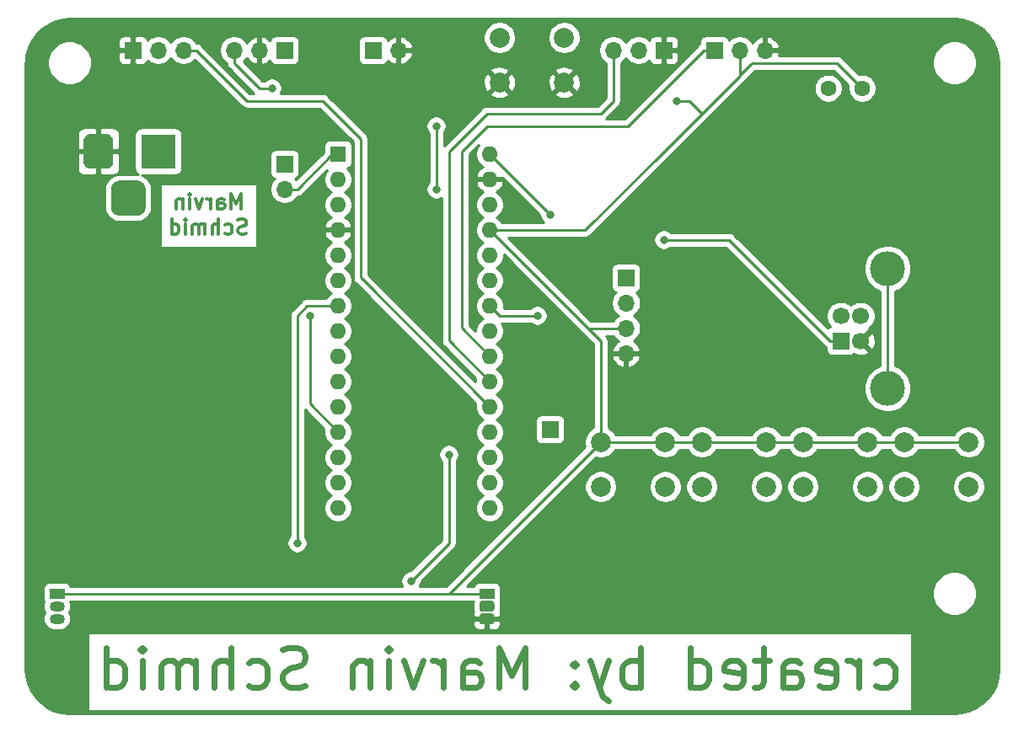
<source format=gbr>
G04 #@! TF.GenerationSoftware,KiCad,Pcbnew,(5.1.5)-3*
G04 #@! TF.CreationDate,2020-01-31T15:08:37+01:00*
G04 #@! TF.ProjectId,Greenkeeper,47726565-6e6b-4656-9570-65722e6b6963,1.0*
G04 #@! TF.SameCoordinates,Original*
G04 #@! TF.FileFunction,Copper,L2,Bot*
G04 #@! TF.FilePolarity,Positive*
%FSLAX46Y46*%
G04 Gerber Fmt 4.6, Leading zero omitted, Abs format (unit mm)*
G04 Created by KiCad (PCBNEW (5.1.5)-3) date 2020-01-31 15:08:37*
%MOMM*%
%LPD*%
G04 APERTURE LIST*
%ADD10C,0.300000*%
%ADD11C,0.600000*%
%ADD12C,1.600000*%
%ADD13R,3.500000X3.500000*%
%ADD14C,0.100000*%
%ADD15R,1.600000X1.600000*%
%ADD16O,1.600000X1.600000*%
%ADD17R,1.700000X1.700000*%
%ADD18O,1.700000X1.700000*%
%ADD19C,2.000000*%
%ADD20O,1.500000X1.050000*%
%ADD21R,1.500000X1.050000*%
%ADD22C,1.700000*%
%ADD23C,3.500000*%
%ADD24C,0.800000*%
%ADD25C,0.250000*%
%ADD26C,0.254000*%
G04 APERTURE END LIST*
D10*
X123900000Y-75603571D02*
X123900000Y-74103571D01*
X123400000Y-75175000D01*
X122900000Y-74103571D01*
X122900000Y-75603571D01*
X121542857Y-75603571D02*
X121542857Y-74817857D01*
X121614285Y-74675000D01*
X121757142Y-74603571D01*
X122042857Y-74603571D01*
X122185714Y-74675000D01*
X121542857Y-75532142D02*
X121685714Y-75603571D01*
X122042857Y-75603571D01*
X122185714Y-75532142D01*
X122257142Y-75389285D01*
X122257142Y-75246428D01*
X122185714Y-75103571D01*
X122042857Y-75032142D01*
X121685714Y-75032142D01*
X121542857Y-74960714D01*
X120828571Y-75603571D02*
X120828571Y-74603571D01*
X120828571Y-74889285D02*
X120757142Y-74746428D01*
X120685714Y-74675000D01*
X120542857Y-74603571D01*
X120400000Y-74603571D01*
X120042857Y-74603571D02*
X119685714Y-75603571D01*
X119328571Y-74603571D01*
X118757142Y-75603571D02*
X118757142Y-74603571D01*
X118757142Y-74103571D02*
X118828571Y-74175000D01*
X118757142Y-74246428D01*
X118685714Y-74175000D01*
X118757142Y-74103571D01*
X118757142Y-74246428D01*
X118042857Y-74603571D02*
X118042857Y-75603571D01*
X118042857Y-74746428D02*
X117971428Y-74675000D01*
X117828571Y-74603571D01*
X117614285Y-74603571D01*
X117471428Y-74675000D01*
X117400000Y-74817857D01*
X117400000Y-75603571D01*
X124435714Y-78082142D02*
X124221428Y-78153571D01*
X123864285Y-78153571D01*
X123721428Y-78082142D01*
X123650000Y-78010714D01*
X123578571Y-77867857D01*
X123578571Y-77725000D01*
X123650000Y-77582142D01*
X123721428Y-77510714D01*
X123864285Y-77439285D01*
X124150000Y-77367857D01*
X124292857Y-77296428D01*
X124364285Y-77225000D01*
X124435714Y-77082142D01*
X124435714Y-76939285D01*
X124364285Y-76796428D01*
X124292857Y-76725000D01*
X124150000Y-76653571D01*
X123792857Y-76653571D01*
X123578571Y-76725000D01*
X122292857Y-78082142D02*
X122435714Y-78153571D01*
X122721428Y-78153571D01*
X122864285Y-78082142D01*
X122935714Y-78010714D01*
X123007142Y-77867857D01*
X123007142Y-77439285D01*
X122935714Y-77296428D01*
X122864285Y-77225000D01*
X122721428Y-77153571D01*
X122435714Y-77153571D01*
X122292857Y-77225000D01*
X121650000Y-78153571D02*
X121650000Y-76653571D01*
X121007142Y-78153571D02*
X121007142Y-77367857D01*
X121078571Y-77225000D01*
X121221428Y-77153571D01*
X121435714Y-77153571D01*
X121578571Y-77225000D01*
X121650000Y-77296428D01*
X120292857Y-78153571D02*
X120292857Y-77153571D01*
X120292857Y-77296428D02*
X120221428Y-77225000D01*
X120078571Y-77153571D01*
X119864285Y-77153571D01*
X119721428Y-77225000D01*
X119650000Y-77367857D01*
X119650000Y-78153571D01*
X119650000Y-77367857D02*
X119578571Y-77225000D01*
X119435714Y-77153571D01*
X119221428Y-77153571D01*
X119078571Y-77225000D01*
X119007142Y-77367857D01*
X119007142Y-78153571D01*
X118292857Y-78153571D02*
X118292857Y-77153571D01*
X118292857Y-76653571D02*
X118364285Y-76725000D01*
X118292857Y-76796428D01*
X118221428Y-76725000D01*
X118292857Y-76653571D01*
X118292857Y-76796428D01*
X116935714Y-78153571D02*
X116935714Y-76653571D01*
X116935714Y-78082142D02*
X117078571Y-78153571D01*
X117364285Y-78153571D01*
X117507142Y-78082142D01*
X117578571Y-78010714D01*
X117650000Y-77867857D01*
X117650000Y-77439285D01*
X117578571Y-77296428D01*
X117507142Y-77225000D01*
X117364285Y-77153571D01*
X117078571Y-77153571D01*
X116935714Y-77225000D01*
D11*
X187669523Y-123539047D02*
X188050476Y-123729523D01*
X188812380Y-123729523D01*
X189193333Y-123539047D01*
X189383809Y-123348571D01*
X189574285Y-122967619D01*
X189574285Y-121824761D01*
X189383809Y-121443809D01*
X189193333Y-121253333D01*
X188812380Y-121062857D01*
X188050476Y-121062857D01*
X187669523Y-121253333D01*
X185955238Y-123729523D02*
X185955238Y-121062857D01*
X185955238Y-121824761D02*
X185764761Y-121443809D01*
X185574285Y-121253333D01*
X185193333Y-121062857D01*
X184812380Y-121062857D01*
X181955238Y-123539047D02*
X182336190Y-123729523D01*
X183098095Y-123729523D01*
X183479047Y-123539047D01*
X183669523Y-123158095D01*
X183669523Y-121634285D01*
X183479047Y-121253333D01*
X183098095Y-121062857D01*
X182336190Y-121062857D01*
X181955238Y-121253333D01*
X181764761Y-121634285D01*
X181764761Y-122015238D01*
X183669523Y-122396190D01*
X178336190Y-123729523D02*
X178336190Y-121634285D01*
X178526666Y-121253333D01*
X178907619Y-121062857D01*
X179669523Y-121062857D01*
X180050476Y-121253333D01*
X178336190Y-123539047D02*
X178717142Y-123729523D01*
X179669523Y-123729523D01*
X180050476Y-123539047D01*
X180240952Y-123158095D01*
X180240952Y-122777142D01*
X180050476Y-122396190D01*
X179669523Y-122205714D01*
X178717142Y-122205714D01*
X178336190Y-122015238D01*
X177002857Y-121062857D02*
X175479047Y-121062857D01*
X176431428Y-119729523D02*
X176431428Y-123158095D01*
X176240952Y-123539047D01*
X175860000Y-123729523D01*
X175479047Y-123729523D01*
X172621904Y-123539047D02*
X173002857Y-123729523D01*
X173764761Y-123729523D01*
X174145714Y-123539047D01*
X174336190Y-123158095D01*
X174336190Y-121634285D01*
X174145714Y-121253333D01*
X173764761Y-121062857D01*
X173002857Y-121062857D01*
X172621904Y-121253333D01*
X172431428Y-121634285D01*
X172431428Y-122015238D01*
X174336190Y-122396190D01*
X169002857Y-123729523D02*
X169002857Y-119729523D01*
X169002857Y-123539047D02*
X169383809Y-123729523D01*
X170145714Y-123729523D01*
X170526666Y-123539047D01*
X170717142Y-123348571D01*
X170907619Y-122967619D01*
X170907619Y-121824761D01*
X170717142Y-121443809D01*
X170526666Y-121253333D01*
X170145714Y-121062857D01*
X169383809Y-121062857D01*
X169002857Y-121253333D01*
X164050476Y-123729523D02*
X164050476Y-119729523D01*
X164050476Y-121253333D02*
X163669523Y-121062857D01*
X162907619Y-121062857D01*
X162526666Y-121253333D01*
X162336190Y-121443809D01*
X162145714Y-121824761D01*
X162145714Y-122967619D01*
X162336190Y-123348571D01*
X162526666Y-123539047D01*
X162907619Y-123729523D01*
X163669523Y-123729523D01*
X164050476Y-123539047D01*
X160812380Y-121062857D02*
X159860000Y-123729523D01*
X158907619Y-121062857D02*
X159860000Y-123729523D01*
X160240952Y-124681904D01*
X160431428Y-124872380D01*
X160812380Y-125062857D01*
X157383809Y-123348571D02*
X157193333Y-123539047D01*
X157383809Y-123729523D01*
X157574285Y-123539047D01*
X157383809Y-123348571D01*
X157383809Y-123729523D01*
X157383809Y-121253333D02*
X157193333Y-121443809D01*
X157383809Y-121634285D01*
X157574285Y-121443809D01*
X157383809Y-121253333D01*
X157383809Y-121634285D01*
X152431428Y-123729523D02*
X152431428Y-119729523D01*
X151098095Y-122586666D01*
X149764761Y-119729523D01*
X149764761Y-123729523D01*
X146145714Y-123729523D02*
X146145714Y-121634285D01*
X146336190Y-121253333D01*
X146717142Y-121062857D01*
X147479047Y-121062857D01*
X147860000Y-121253333D01*
X146145714Y-123539047D02*
X146526666Y-123729523D01*
X147479047Y-123729523D01*
X147860000Y-123539047D01*
X148050476Y-123158095D01*
X148050476Y-122777142D01*
X147860000Y-122396190D01*
X147479047Y-122205714D01*
X146526666Y-122205714D01*
X146145714Y-122015238D01*
X144240952Y-123729523D02*
X144240952Y-121062857D01*
X144240952Y-121824761D02*
X144050476Y-121443809D01*
X143860000Y-121253333D01*
X143479047Y-121062857D01*
X143098095Y-121062857D01*
X142145714Y-121062857D02*
X141193333Y-123729523D01*
X140240952Y-121062857D01*
X138717142Y-123729523D02*
X138717142Y-121062857D01*
X138717142Y-119729523D02*
X138907619Y-119920000D01*
X138717142Y-120110476D01*
X138526666Y-119920000D01*
X138717142Y-119729523D01*
X138717142Y-120110476D01*
X136812380Y-121062857D02*
X136812380Y-123729523D01*
X136812380Y-121443809D02*
X136621904Y-121253333D01*
X136240952Y-121062857D01*
X135669523Y-121062857D01*
X135288571Y-121253333D01*
X135098095Y-121634285D01*
X135098095Y-123729523D01*
X130336190Y-123539047D02*
X129764761Y-123729523D01*
X128812380Y-123729523D01*
X128431428Y-123539047D01*
X128240952Y-123348571D01*
X128050476Y-122967619D01*
X128050476Y-122586666D01*
X128240952Y-122205714D01*
X128431428Y-122015238D01*
X128812380Y-121824761D01*
X129574285Y-121634285D01*
X129955238Y-121443809D01*
X130145714Y-121253333D01*
X130336190Y-120872380D01*
X130336190Y-120491428D01*
X130145714Y-120110476D01*
X129955238Y-119920000D01*
X129574285Y-119729523D01*
X128621904Y-119729523D01*
X128050476Y-119920000D01*
X124621904Y-123539047D02*
X125002857Y-123729523D01*
X125764761Y-123729523D01*
X126145714Y-123539047D01*
X126336190Y-123348571D01*
X126526666Y-122967619D01*
X126526666Y-121824761D01*
X126336190Y-121443809D01*
X126145714Y-121253333D01*
X125764761Y-121062857D01*
X125002857Y-121062857D01*
X124621904Y-121253333D01*
X122907619Y-123729523D02*
X122907619Y-119729523D01*
X121193333Y-123729523D02*
X121193333Y-121634285D01*
X121383809Y-121253333D01*
X121764761Y-121062857D01*
X122336190Y-121062857D01*
X122717142Y-121253333D01*
X122907619Y-121443809D01*
X119288571Y-123729523D02*
X119288571Y-121062857D01*
X119288571Y-121443809D02*
X119098095Y-121253333D01*
X118717142Y-121062857D01*
X118145714Y-121062857D01*
X117764761Y-121253333D01*
X117574285Y-121634285D01*
X117574285Y-123729523D01*
X117574285Y-121634285D02*
X117383809Y-121253333D01*
X117002857Y-121062857D01*
X116431428Y-121062857D01*
X116050476Y-121253333D01*
X115860000Y-121634285D01*
X115860000Y-123729523D01*
X113955238Y-123729523D02*
X113955238Y-121062857D01*
X113955238Y-119729523D02*
X114145714Y-119920000D01*
X113955238Y-120110476D01*
X113764761Y-119920000D01*
X113955238Y-119729523D01*
X113955238Y-120110476D01*
X110336190Y-123729523D02*
X110336190Y-119729523D01*
X110336190Y-123539047D02*
X110717142Y-123729523D01*
X111479047Y-123729523D01*
X111860000Y-123539047D01*
X112050476Y-123348571D01*
X112240952Y-122967619D01*
X112240952Y-121824761D01*
X112050476Y-121443809D01*
X111860000Y-121253333D01*
X111479047Y-121062857D01*
X110717142Y-121062857D01*
X110336190Y-121253333D01*
D12*
X182880000Y-63500000D03*
X186280000Y-63500000D03*
D13*
X115570000Y-69850000D03*
G04 #@! TA.AperFunction,ComponentPad*
D14*
G36*
X110393513Y-68103611D02*
G01*
X110466318Y-68114411D01*
X110537714Y-68132295D01*
X110607013Y-68157090D01*
X110673548Y-68188559D01*
X110736678Y-68226398D01*
X110795795Y-68270242D01*
X110850330Y-68319670D01*
X110899758Y-68374205D01*
X110943602Y-68433322D01*
X110981441Y-68496452D01*
X111012910Y-68562987D01*
X111037705Y-68632286D01*
X111055589Y-68703682D01*
X111066389Y-68776487D01*
X111070000Y-68850000D01*
X111070000Y-70850000D01*
X111066389Y-70923513D01*
X111055589Y-70996318D01*
X111037705Y-71067714D01*
X111012910Y-71137013D01*
X110981441Y-71203548D01*
X110943602Y-71266678D01*
X110899758Y-71325795D01*
X110850330Y-71380330D01*
X110795795Y-71429758D01*
X110736678Y-71473602D01*
X110673548Y-71511441D01*
X110607013Y-71542910D01*
X110537714Y-71567705D01*
X110466318Y-71585589D01*
X110393513Y-71596389D01*
X110320000Y-71600000D01*
X108820000Y-71600000D01*
X108746487Y-71596389D01*
X108673682Y-71585589D01*
X108602286Y-71567705D01*
X108532987Y-71542910D01*
X108466452Y-71511441D01*
X108403322Y-71473602D01*
X108344205Y-71429758D01*
X108289670Y-71380330D01*
X108240242Y-71325795D01*
X108196398Y-71266678D01*
X108158559Y-71203548D01*
X108127090Y-71137013D01*
X108102295Y-71067714D01*
X108084411Y-70996318D01*
X108073611Y-70923513D01*
X108070000Y-70850000D01*
X108070000Y-68850000D01*
X108073611Y-68776487D01*
X108084411Y-68703682D01*
X108102295Y-68632286D01*
X108127090Y-68562987D01*
X108158559Y-68496452D01*
X108196398Y-68433322D01*
X108240242Y-68374205D01*
X108289670Y-68319670D01*
X108344205Y-68270242D01*
X108403322Y-68226398D01*
X108466452Y-68188559D01*
X108532987Y-68157090D01*
X108602286Y-68132295D01*
X108673682Y-68114411D01*
X108746487Y-68103611D01*
X108820000Y-68100000D01*
X110320000Y-68100000D01*
X110393513Y-68103611D01*
G37*
G04 #@! TD.AperFunction*
G04 #@! TA.AperFunction,ComponentPad*
G36*
X113530765Y-72804213D02*
G01*
X113615704Y-72816813D01*
X113698999Y-72837677D01*
X113779848Y-72866605D01*
X113857472Y-72903319D01*
X113931124Y-72947464D01*
X114000094Y-72998616D01*
X114063718Y-73056282D01*
X114121384Y-73119906D01*
X114172536Y-73188876D01*
X114216681Y-73262528D01*
X114253395Y-73340152D01*
X114282323Y-73421001D01*
X114303187Y-73504296D01*
X114315787Y-73589235D01*
X114320000Y-73675000D01*
X114320000Y-75425000D01*
X114315787Y-75510765D01*
X114303187Y-75595704D01*
X114282323Y-75678999D01*
X114253395Y-75759848D01*
X114216681Y-75837472D01*
X114172536Y-75911124D01*
X114121384Y-75980094D01*
X114063718Y-76043718D01*
X114000094Y-76101384D01*
X113931124Y-76152536D01*
X113857472Y-76196681D01*
X113779848Y-76233395D01*
X113698999Y-76262323D01*
X113615704Y-76283187D01*
X113530765Y-76295787D01*
X113445000Y-76300000D01*
X111695000Y-76300000D01*
X111609235Y-76295787D01*
X111524296Y-76283187D01*
X111441001Y-76262323D01*
X111360152Y-76233395D01*
X111282528Y-76196681D01*
X111208876Y-76152536D01*
X111139906Y-76101384D01*
X111076282Y-76043718D01*
X111018616Y-75980094D01*
X110967464Y-75911124D01*
X110923319Y-75837472D01*
X110886605Y-75759848D01*
X110857677Y-75678999D01*
X110836813Y-75595704D01*
X110824213Y-75510765D01*
X110820000Y-75425000D01*
X110820000Y-73675000D01*
X110824213Y-73589235D01*
X110836813Y-73504296D01*
X110857677Y-73421001D01*
X110886605Y-73340152D01*
X110923319Y-73262528D01*
X110967464Y-73188876D01*
X111018616Y-73119906D01*
X111076282Y-73056282D01*
X111139906Y-72998616D01*
X111208876Y-72947464D01*
X111282528Y-72903319D01*
X111360152Y-72866605D01*
X111441001Y-72837677D01*
X111524296Y-72816813D01*
X111609235Y-72804213D01*
X111695000Y-72800000D01*
X113445000Y-72800000D01*
X113530765Y-72804213D01*
G37*
G04 #@! TD.AperFunction*
D15*
X133635001Y-70125001D03*
D16*
X148875001Y-103145001D03*
X133635001Y-72665001D03*
X148875001Y-100605001D03*
X133635001Y-75205001D03*
X148875001Y-98065001D03*
X133635001Y-77745001D03*
X148875001Y-95525001D03*
X133635001Y-80285001D03*
X148875001Y-92985001D03*
X133635001Y-82825001D03*
X148875001Y-90445001D03*
X133635001Y-85365001D03*
X148875001Y-87905001D03*
X133635001Y-87905001D03*
X148875001Y-85365001D03*
X133635001Y-90445001D03*
X148875001Y-82825001D03*
X133635001Y-92985001D03*
X148875001Y-80285001D03*
X133635001Y-95525001D03*
X148875001Y-77745001D03*
X133635001Y-98065001D03*
X148875001Y-75205001D03*
X133635001Y-100605001D03*
X148875001Y-72665001D03*
X133635001Y-103145001D03*
X148875001Y-70125001D03*
X133635001Y-105685001D03*
X148875001Y-105685001D03*
D17*
X162560000Y-82550000D03*
D18*
X162560000Y-85090000D03*
X162560000Y-87630000D03*
X162560000Y-90170000D03*
D17*
X128270000Y-71120000D03*
D18*
X128270000Y-73660000D03*
D17*
X128270000Y-59690000D03*
D18*
X125730000Y-59690000D03*
X123190000Y-59690000D03*
D19*
X149860000Y-62920000D03*
X149860000Y-58420000D03*
X156360000Y-62920000D03*
X156360000Y-58420000D03*
X160020000Y-103560000D03*
X160020000Y-99060000D03*
X166520000Y-103560000D03*
X166520000Y-99060000D03*
X176680000Y-99060000D03*
X176680000Y-103560000D03*
X170180000Y-99060000D03*
X170180000Y-103560000D03*
X186840000Y-99060000D03*
X186840000Y-103560000D03*
X180340000Y-99060000D03*
X180340000Y-103560000D03*
X190500000Y-103560000D03*
X190500000Y-99060000D03*
X197000000Y-103560000D03*
X197000000Y-99060000D03*
D20*
X105410000Y-115570000D03*
X105410000Y-116840000D03*
D21*
X105410000Y-114300000D03*
D17*
X184150000Y-88900000D03*
D22*
X184150000Y-86400000D03*
X186150000Y-86400000D03*
X186150000Y-88900000D03*
D23*
X188860000Y-93670000D03*
X188860000Y-81630000D03*
D17*
X171450000Y-59690000D03*
D18*
X173990000Y-59690000D03*
X176530000Y-59690000D03*
D17*
X137160000Y-59690000D03*
D18*
X139700000Y-59690000D03*
G04 #@! TA.AperFunction,ComponentPad*
D14*
G36*
X149103229Y-115046264D02*
G01*
X149128711Y-115050044D01*
X149153700Y-115056303D01*
X149177954Y-115064982D01*
X149201242Y-115075996D01*
X149223337Y-115089239D01*
X149244028Y-115104585D01*
X149263116Y-115121884D01*
X149280415Y-115140972D01*
X149295761Y-115161663D01*
X149309004Y-115183758D01*
X149320018Y-115207046D01*
X149328697Y-115231300D01*
X149334956Y-115256289D01*
X149338736Y-115281771D01*
X149340000Y-115307500D01*
X149340000Y-115832500D01*
X149338736Y-115858229D01*
X149334956Y-115883711D01*
X149328697Y-115908700D01*
X149320018Y-115932954D01*
X149309004Y-115956242D01*
X149295761Y-115978337D01*
X149280415Y-115999028D01*
X149263116Y-116018116D01*
X149244028Y-116035415D01*
X149223337Y-116050761D01*
X149201242Y-116064004D01*
X149177954Y-116075018D01*
X149153700Y-116083697D01*
X149128711Y-116089956D01*
X149103229Y-116093736D01*
X149077500Y-116095000D01*
X148102500Y-116095000D01*
X148076771Y-116093736D01*
X148051289Y-116089956D01*
X148026300Y-116083697D01*
X148002046Y-116075018D01*
X147978758Y-116064004D01*
X147956663Y-116050761D01*
X147935972Y-116035415D01*
X147916884Y-116018116D01*
X147899585Y-115999028D01*
X147884239Y-115978337D01*
X147870996Y-115956242D01*
X147859982Y-115932954D01*
X147851303Y-115908700D01*
X147845044Y-115883711D01*
X147841264Y-115858229D01*
X147840000Y-115832500D01*
X147840000Y-115307500D01*
X147841264Y-115281771D01*
X147845044Y-115256289D01*
X147851303Y-115231300D01*
X147859982Y-115207046D01*
X147870996Y-115183758D01*
X147884239Y-115161663D01*
X147899585Y-115140972D01*
X147916884Y-115121884D01*
X147935972Y-115104585D01*
X147956663Y-115089239D01*
X147978758Y-115075996D01*
X148002046Y-115064982D01*
X148026300Y-115056303D01*
X148051289Y-115050044D01*
X148076771Y-115046264D01*
X148102500Y-115045000D01*
X149077500Y-115045000D01*
X149103229Y-115046264D01*
G37*
G04 #@! TD.AperFunction*
G04 #@! TA.AperFunction,ComponentPad*
G36*
X149103229Y-116316264D02*
G01*
X149128711Y-116320044D01*
X149153700Y-116326303D01*
X149177954Y-116334982D01*
X149201242Y-116345996D01*
X149223337Y-116359239D01*
X149244028Y-116374585D01*
X149263116Y-116391884D01*
X149280415Y-116410972D01*
X149295761Y-116431663D01*
X149309004Y-116453758D01*
X149320018Y-116477046D01*
X149328697Y-116501300D01*
X149334956Y-116526289D01*
X149338736Y-116551771D01*
X149340000Y-116577500D01*
X149340000Y-117102500D01*
X149338736Y-117128229D01*
X149334956Y-117153711D01*
X149328697Y-117178700D01*
X149320018Y-117202954D01*
X149309004Y-117226242D01*
X149295761Y-117248337D01*
X149280415Y-117269028D01*
X149263116Y-117288116D01*
X149244028Y-117305415D01*
X149223337Y-117320761D01*
X149201242Y-117334004D01*
X149177954Y-117345018D01*
X149153700Y-117353697D01*
X149128711Y-117359956D01*
X149103229Y-117363736D01*
X149077500Y-117365000D01*
X148102500Y-117365000D01*
X148076771Y-117363736D01*
X148051289Y-117359956D01*
X148026300Y-117353697D01*
X148002046Y-117345018D01*
X147978758Y-117334004D01*
X147956663Y-117320761D01*
X147935972Y-117305415D01*
X147916884Y-117288116D01*
X147899585Y-117269028D01*
X147884239Y-117248337D01*
X147870996Y-117226242D01*
X147859982Y-117202954D01*
X147851303Y-117178700D01*
X147845044Y-117153711D01*
X147841264Y-117128229D01*
X147840000Y-117102500D01*
X147840000Y-116577500D01*
X147841264Y-116551771D01*
X147845044Y-116526289D01*
X147851303Y-116501300D01*
X147859982Y-116477046D01*
X147870996Y-116453758D01*
X147884239Y-116431663D01*
X147899585Y-116410972D01*
X147916884Y-116391884D01*
X147935972Y-116374585D01*
X147956663Y-116359239D01*
X147978758Y-116345996D01*
X148002046Y-116334982D01*
X148026300Y-116326303D01*
X148051289Y-116320044D01*
X148076771Y-116316264D01*
X148102500Y-116315000D01*
X149077500Y-116315000D01*
X149103229Y-116316264D01*
G37*
G04 #@! TD.AperFunction*
D21*
X148590000Y-114300000D03*
D17*
X154940000Y-97790000D03*
X113030000Y-59690000D03*
D18*
X115570000Y-59690000D03*
X118110000Y-59690000D03*
X161290000Y-59690000D03*
X163830000Y-59690000D03*
D17*
X166370000Y-59690000D03*
D24*
X158750000Y-106680000D03*
X170180000Y-106680000D03*
X172720000Y-107950000D03*
X180340000Y-107950000D03*
X153670000Y-86360000D03*
X167640000Y-64770000D03*
X167640000Y-64770000D03*
X127000000Y-63500000D03*
X129540000Y-109220000D03*
X130810000Y-86360000D03*
X143510000Y-67310000D03*
X143510000Y-73660000D03*
X166370000Y-78740000D03*
X154940000Y-76200000D03*
X140970000Y-113030000D03*
X144780000Y-100330000D03*
D25*
X133074999Y-70125001D02*
X133635001Y-70125001D01*
X129540000Y-73660000D02*
X133074999Y-70125001D01*
X128270000Y-73660000D02*
X129540000Y-73660000D01*
X172720000Y-107950000D02*
X180340000Y-107950000D01*
X180340000Y-107950000D02*
X180340000Y-107950000D01*
X180340000Y-107950000D02*
X180340000Y-107950000D01*
X149870000Y-86360000D02*
X148875001Y-85365001D01*
X153670000Y-86360000D02*
X149870000Y-86360000D01*
X144780000Y-114300000D02*
X160020000Y-99060000D01*
X105410000Y-114300000D02*
X144780000Y-114300000D01*
X160020000Y-99060000D02*
X197000000Y-99060000D01*
X160020000Y-99060000D02*
X160020000Y-90170000D01*
X158760000Y-87630000D02*
X148875001Y-77745001D01*
X162560000Y-87630000D02*
X158760000Y-87630000D01*
X158474999Y-77745001D02*
X148875001Y-77745001D01*
X173990000Y-59690000D02*
X173990000Y-62230000D01*
X173990000Y-62230000D02*
X170180000Y-66040000D01*
X175115001Y-61104999D02*
X166370000Y-69850000D01*
X170180000Y-66040000D02*
X166370000Y-69850000D01*
X166370000Y-69850000D02*
X158474999Y-77745001D01*
X160020000Y-90170000D02*
X160020000Y-88900000D01*
X160020000Y-88900000D02*
X158750000Y-87630000D01*
X144780000Y-114300000D02*
X148590000Y-114300000D01*
X168910000Y-64770000D02*
X170180000Y-66040000D01*
X167640000Y-64770000D02*
X168910000Y-64770000D01*
X186280000Y-63500000D02*
X183740000Y-60960000D01*
X175260000Y-60960000D02*
X175115001Y-61104999D01*
X183740000Y-60960000D02*
X175260000Y-60960000D01*
X127000000Y-63500000D02*
X125730000Y-63500000D01*
X123190000Y-60960000D02*
X123190000Y-59690000D01*
X125730000Y-63500000D02*
X123190000Y-60960000D01*
X170350000Y-59690000D02*
X162730000Y-67310000D01*
X146050000Y-87620000D02*
X148875001Y-90445001D01*
X146050000Y-69850000D02*
X146050000Y-87620000D01*
X171450000Y-59690000D02*
X170350000Y-59690000D01*
X148590000Y-67310000D02*
X146050000Y-69850000D01*
X162730000Y-67310000D02*
X148590000Y-67310000D01*
X130534999Y-85365001D02*
X133635001Y-85365001D01*
X129540000Y-109220000D02*
X129540000Y-86360000D01*
X129540000Y-86360000D02*
X130534999Y-85365001D01*
X130810000Y-95240000D02*
X133635001Y-98065001D01*
X130810000Y-86360000D02*
X130810000Y-95240000D01*
X143510000Y-67310000D02*
X143510000Y-72390000D01*
X143510000Y-72390000D02*
X143510000Y-72934999D01*
X143510000Y-72934999D02*
X143510000Y-73660000D01*
X143510000Y-73660000D02*
X143510000Y-73660000D01*
X183050000Y-88900000D02*
X172890000Y-78740000D01*
X184150000Y-88900000D02*
X183050000Y-88900000D01*
X172890000Y-78740000D02*
X166370000Y-78740000D01*
X166370000Y-78740000D02*
X166370000Y-78740000D01*
X148875001Y-70135001D02*
X148875001Y-70125001D01*
X154940000Y-76200000D02*
X148875001Y-70135001D01*
X140970000Y-113030000D02*
X144780000Y-109220000D01*
X144780000Y-109220000D02*
X144780000Y-100330000D01*
X144780000Y-100330000D02*
X144780000Y-100330000D01*
X188860000Y-93670000D02*
X188860000Y-81630000D01*
X148875001Y-95525001D02*
X135890000Y-82540000D01*
X135890000Y-82540000D02*
X135890000Y-68580000D01*
X135890000Y-68580000D02*
X132080000Y-64770000D01*
X132080000Y-64770000D02*
X124460000Y-64770000D01*
X119380000Y-59690000D02*
X118110000Y-59690000D01*
X124460000Y-64770000D02*
X119380000Y-59690000D01*
X161290000Y-59690000D02*
X161290000Y-64770000D01*
X161290000Y-64770000D02*
X160020000Y-66040000D01*
X160020000Y-66040000D02*
X148590000Y-66040000D01*
X148590000Y-66040000D02*
X144780000Y-69850000D01*
X144780000Y-88890000D02*
X148875001Y-92985001D01*
X144780000Y-69850000D02*
X144780000Y-88890000D01*
D26*
G36*
X196362249Y-56612437D02*
G01*
X197119774Y-56819672D01*
X197828625Y-57157777D01*
X198466404Y-57616067D01*
X199012946Y-58180055D01*
X199450977Y-58831913D01*
X199766651Y-59551038D01*
X199951206Y-60319768D01*
X200000001Y-60984220D01*
X200000000Y-63532418D01*
X200000001Y-63532428D01*
X200000000Y-119347581D01*
X200000000Y-119347582D01*
X200000001Y-121890597D01*
X199927563Y-122702249D01*
X199720328Y-123459774D01*
X199382221Y-124168627D01*
X198923928Y-124806410D01*
X198359945Y-125352946D01*
X197708085Y-125790978D01*
X196988963Y-126106651D01*
X196220232Y-126291206D01*
X195555792Y-126340000D01*
X106709392Y-126340000D01*
X105897751Y-126267563D01*
X105140226Y-126060328D01*
X104431373Y-125722221D01*
X103793590Y-125263928D01*
X103247054Y-124699945D01*
X102809022Y-124048085D01*
X102493349Y-123328963D01*
X102308794Y-122560232D01*
X102260000Y-121895792D01*
X102260000Y-118255000D01*
X108448810Y-118255000D01*
X108448810Y-126125000D01*
X191271191Y-126125000D01*
X191271191Y-118255000D01*
X108448810Y-118255000D01*
X102260000Y-118255000D01*
X102260000Y-115570000D01*
X104019388Y-115570000D01*
X104041785Y-115797400D01*
X104108115Y-116016060D01*
X104209105Y-116205000D01*
X104108115Y-116393940D01*
X104041785Y-116612600D01*
X104019388Y-116840000D01*
X104041785Y-117067400D01*
X104108115Y-117286060D01*
X104215829Y-117487579D01*
X104360788Y-117664212D01*
X104537421Y-117809171D01*
X104738940Y-117916885D01*
X104957600Y-117983215D01*
X105128021Y-118000000D01*
X105691979Y-118000000D01*
X105862400Y-117983215D01*
X106081060Y-117916885D01*
X106282579Y-117809171D01*
X106459212Y-117664212D01*
X106604171Y-117487579D01*
X106669690Y-117365000D01*
X147201928Y-117365000D01*
X147214188Y-117489482D01*
X147250498Y-117609180D01*
X147309463Y-117719494D01*
X147388815Y-117816185D01*
X147485506Y-117895537D01*
X147595820Y-117954502D01*
X147715518Y-117990812D01*
X147840000Y-118003072D01*
X148304250Y-118000000D01*
X148463000Y-117841250D01*
X148463000Y-116967000D01*
X148717000Y-116967000D01*
X148717000Y-117841250D01*
X148875750Y-118000000D01*
X149340000Y-118003072D01*
X149464482Y-117990812D01*
X149584180Y-117954502D01*
X149694494Y-117895537D01*
X149791185Y-117816185D01*
X149870537Y-117719494D01*
X149929502Y-117609180D01*
X149965812Y-117489482D01*
X149978072Y-117365000D01*
X149975000Y-117125750D01*
X149816250Y-116967000D01*
X148717000Y-116967000D01*
X148463000Y-116967000D01*
X147363750Y-116967000D01*
X147205000Y-117125750D01*
X147201928Y-117365000D01*
X106669690Y-117365000D01*
X106711885Y-117286060D01*
X106778215Y-117067400D01*
X106800612Y-116840000D01*
X106778215Y-116612600D01*
X106711885Y-116393940D01*
X106610895Y-116205000D01*
X106711885Y-116016060D01*
X106778215Y-115797400D01*
X106800612Y-115570000D01*
X106778215Y-115342600D01*
X106714907Y-115133902D01*
X106749502Y-115069180D01*
X106752287Y-115060000D01*
X144742678Y-115060000D01*
X144780000Y-115063676D01*
X144817322Y-115060000D01*
X147241015Y-115060000D01*
X147219232Y-115131807D01*
X147201928Y-115307500D01*
X147201928Y-115832500D01*
X147219232Y-116008193D01*
X147244364Y-116091041D01*
X147214188Y-116190518D01*
X147201928Y-116315000D01*
X147205000Y-116554250D01*
X147363750Y-116713000D01*
X147917682Y-116713000D01*
X147926807Y-116715768D01*
X148102500Y-116733072D01*
X149077500Y-116733072D01*
X149253193Y-116715768D01*
X149262318Y-116713000D01*
X149816250Y-116713000D01*
X149975000Y-116554250D01*
X149978072Y-116315000D01*
X149965812Y-116190518D01*
X149935636Y-116091041D01*
X149960768Y-116008193D01*
X149978072Y-115832500D01*
X149978072Y-115307500D01*
X149960768Y-115131807D01*
X149935636Y-115048959D01*
X149965812Y-114949482D01*
X149978072Y-114825000D01*
X149978072Y-114079872D01*
X193345000Y-114079872D01*
X193345000Y-114520128D01*
X193430890Y-114951925D01*
X193599369Y-115358669D01*
X193843962Y-115724729D01*
X194155271Y-116036038D01*
X194521331Y-116280631D01*
X194928075Y-116449110D01*
X195359872Y-116535000D01*
X195800128Y-116535000D01*
X196231925Y-116449110D01*
X196638669Y-116280631D01*
X197004729Y-116036038D01*
X197316038Y-115724729D01*
X197560631Y-115358669D01*
X197729110Y-114951925D01*
X197815000Y-114520128D01*
X197815000Y-114079872D01*
X197729110Y-113648075D01*
X197560631Y-113241331D01*
X197316038Y-112875271D01*
X197004729Y-112563962D01*
X196638669Y-112319369D01*
X196231925Y-112150890D01*
X195800128Y-112065000D01*
X195359872Y-112065000D01*
X194928075Y-112150890D01*
X194521331Y-112319369D01*
X194155271Y-112563962D01*
X193843962Y-112875271D01*
X193599369Y-113241331D01*
X193430890Y-113648075D01*
X193345000Y-114079872D01*
X149978072Y-114079872D01*
X149978072Y-113775000D01*
X149965812Y-113650518D01*
X149929502Y-113530820D01*
X149870537Y-113420506D01*
X149791185Y-113323815D01*
X149694494Y-113244463D01*
X149584180Y-113185498D01*
X149464482Y-113149188D01*
X149340000Y-113136928D01*
X147840000Y-113136928D01*
X147715518Y-113149188D01*
X147595820Y-113185498D01*
X147485506Y-113244463D01*
X147388815Y-113323815D01*
X147309463Y-113420506D01*
X147250498Y-113530820D01*
X147247713Y-113540000D01*
X146614801Y-113540000D01*
X156755834Y-103398967D01*
X158385000Y-103398967D01*
X158385000Y-103721033D01*
X158447832Y-104036912D01*
X158571082Y-104334463D01*
X158750013Y-104602252D01*
X158977748Y-104829987D01*
X159245537Y-105008918D01*
X159543088Y-105132168D01*
X159858967Y-105195000D01*
X160181033Y-105195000D01*
X160496912Y-105132168D01*
X160794463Y-105008918D01*
X161062252Y-104829987D01*
X161289987Y-104602252D01*
X161468918Y-104334463D01*
X161592168Y-104036912D01*
X161655000Y-103721033D01*
X161655000Y-103398967D01*
X164885000Y-103398967D01*
X164885000Y-103721033D01*
X164947832Y-104036912D01*
X165071082Y-104334463D01*
X165250013Y-104602252D01*
X165477748Y-104829987D01*
X165745537Y-105008918D01*
X166043088Y-105132168D01*
X166358967Y-105195000D01*
X166681033Y-105195000D01*
X166996912Y-105132168D01*
X167294463Y-105008918D01*
X167562252Y-104829987D01*
X167789987Y-104602252D01*
X167968918Y-104334463D01*
X168092168Y-104036912D01*
X168155000Y-103721033D01*
X168155000Y-103398967D01*
X168545000Y-103398967D01*
X168545000Y-103721033D01*
X168607832Y-104036912D01*
X168731082Y-104334463D01*
X168910013Y-104602252D01*
X169137748Y-104829987D01*
X169405537Y-105008918D01*
X169703088Y-105132168D01*
X170018967Y-105195000D01*
X170341033Y-105195000D01*
X170656912Y-105132168D01*
X170954463Y-105008918D01*
X171222252Y-104829987D01*
X171449987Y-104602252D01*
X171628918Y-104334463D01*
X171752168Y-104036912D01*
X171815000Y-103721033D01*
X171815000Y-103398967D01*
X175045000Y-103398967D01*
X175045000Y-103721033D01*
X175107832Y-104036912D01*
X175231082Y-104334463D01*
X175410013Y-104602252D01*
X175637748Y-104829987D01*
X175905537Y-105008918D01*
X176203088Y-105132168D01*
X176518967Y-105195000D01*
X176841033Y-105195000D01*
X177156912Y-105132168D01*
X177454463Y-105008918D01*
X177722252Y-104829987D01*
X177949987Y-104602252D01*
X178128918Y-104334463D01*
X178252168Y-104036912D01*
X178315000Y-103721033D01*
X178315000Y-103398967D01*
X178705000Y-103398967D01*
X178705000Y-103721033D01*
X178767832Y-104036912D01*
X178891082Y-104334463D01*
X179070013Y-104602252D01*
X179297748Y-104829987D01*
X179565537Y-105008918D01*
X179863088Y-105132168D01*
X180178967Y-105195000D01*
X180501033Y-105195000D01*
X180816912Y-105132168D01*
X181114463Y-105008918D01*
X181382252Y-104829987D01*
X181609987Y-104602252D01*
X181788918Y-104334463D01*
X181912168Y-104036912D01*
X181975000Y-103721033D01*
X181975000Y-103398967D01*
X185205000Y-103398967D01*
X185205000Y-103721033D01*
X185267832Y-104036912D01*
X185391082Y-104334463D01*
X185570013Y-104602252D01*
X185797748Y-104829987D01*
X186065537Y-105008918D01*
X186363088Y-105132168D01*
X186678967Y-105195000D01*
X187001033Y-105195000D01*
X187316912Y-105132168D01*
X187614463Y-105008918D01*
X187882252Y-104829987D01*
X188109987Y-104602252D01*
X188288918Y-104334463D01*
X188412168Y-104036912D01*
X188475000Y-103721033D01*
X188475000Y-103398967D01*
X188865000Y-103398967D01*
X188865000Y-103721033D01*
X188927832Y-104036912D01*
X189051082Y-104334463D01*
X189230013Y-104602252D01*
X189457748Y-104829987D01*
X189725537Y-105008918D01*
X190023088Y-105132168D01*
X190338967Y-105195000D01*
X190661033Y-105195000D01*
X190976912Y-105132168D01*
X191274463Y-105008918D01*
X191542252Y-104829987D01*
X191769987Y-104602252D01*
X191948918Y-104334463D01*
X192072168Y-104036912D01*
X192135000Y-103721033D01*
X192135000Y-103398967D01*
X195365000Y-103398967D01*
X195365000Y-103721033D01*
X195427832Y-104036912D01*
X195551082Y-104334463D01*
X195730013Y-104602252D01*
X195957748Y-104829987D01*
X196225537Y-105008918D01*
X196523088Y-105132168D01*
X196838967Y-105195000D01*
X197161033Y-105195000D01*
X197476912Y-105132168D01*
X197774463Y-105008918D01*
X198042252Y-104829987D01*
X198269987Y-104602252D01*
X198448918Y-104334463D01*
X198572168Y-104036912D01*
X198635000Y-103721033D01*
X198635000Y-103398967D01*
X198572168Y-103083088D01*
X198448918Y-102785537D01*
X198269987Y-102517748D01*
X198042252Y-102290013D01*
X197774463Y-102111082D01*
X197476912Y-101987832D01*
X197161033Y-101925000D01*
X196838967Y-101925000D01*
X196523088Y-101987832D01*
X196225537Y-102111082D01*
X195957748Y-102290013D01*
X195730013Y-102517748D01*
X195551082Y-102785537D01*
X195427832Y-103083088D01*
X195365000Y-103398967D01*
X192135000Y-103398967D01*
X192072168Y-103083088D01*
X191948918Y-102785537D01*
X191769987Y-102517748D01*
X191542252Y-102290013D01*
X191274463Y-102111082D01*
X190976912Y-101987832D01*
X190661033Y-101925000D01*
X190338967Y-101925000D01*
X190023088Y-101987832D01*
X189725537Y-102111082D01*
X189457748Y-102290013D01*
X189230013Y-102517748D01*
X189051082Y-102785537D01*
X188927832Y-103083088D01*
X188865000Y-103398967D01*
X188475000Y-103398967D01*
X188412168Y-103083088D01*
X188288918Y-102785537D01*
X188109987Y-102517748D01*
X187882252Y-102290013D01*
X187614463Y-102111082D01*
X187316912Y-101987832D01*
X187001033Y-101925000D01*
X186678967Y-101925000D01*
X186363088Y-101987832D01*
X186065537Y-102111082D01*
X185797748Y-102290013D01*
X185570013Y-102517748D01*
X185391082Y-102785537D01*
X185267832Y-103083088D01*
X185205000Y-103398967D01*
X181975000Y-103398967D01*
X181912168Y-103083088D01*
X181788918Y-102785537D01*
X181609987Y-102517748D01*
X181382252Y-102290013D01*
X181114463Y-102111082D01*
X180816912Y-101987832D01*
X180501033Y-101925000D01*
X180178967Y-101925000D01*
X179863088Y-101987832D01*
X179565537Y-102111082D01*
X179297748Y-102290013D01*
X179070013Y-102517748D01*
X178891082Y-102785537D01*
X178767832Y-103083088D01*
X178705000Y-103398967D01*
X178315000Y-103398967D01*
X178252168Y-103083088D01*
X178128918Y-102785537D01*
X177949987Y-102517748D01*
X177722252Y-102290013D01*
X177454463Y-102111082D01*
X177156912Y-101987832D01*
X176841033Y-101925000D01*
X176518967Y-101925000D01*
X176203088Y-101987832D01*
X175905537Y-102111082D01*
X175637748Y-102290013D01*
X175410013Y-102517748D01*
X175231082Y-102785537D01*
X175107832Y-103083088D01*
X175045000Y-103398967D01*
X171815000Y-103398967D01*
X171752168Y-103083088D01*
X171628918Y-102785537D01*
X171449987Y-102517748D01*
X171222252Y-102290013D01*
X170954463Y-102111082D01*
X170656912Y-101987832D01*
X170341033Y-101925000D01*
X170018967Y-101925000D01*
X169703088Y-101987832D01*
X169405537Y-102111082D01*
X169137748Y-102290013D01*
X168910013Y-102517748D01*
X168731082Y-102785537D01*
X168607832Y-103083088D01*
X168545000Y-103398967D01*
X168155000Y-103398967D01*
X168092168Y-103083088D01*
X167968918Y-102785537D01*
X167789987Y-102517748D01*
X167562252Y-102290013D01*
X167294463Y-102111082D01*
X166996912Y-101987832D01*
X166681033Y-101925000D01*
X166358967Y-101925000D01*
X166043088Y-101987832D01*
X165745537Y-102111082D01*
X165477748Y-102290013D01*
X165250013Y-102517748D01*
X165071082Y-102785537D01*
X164947832Y-103083088D01*
X164885000Y-103398967D01*
X161655000Y-103398967D01*
X161592168Y-103083088D01*
X161468918Y-102785537D01*
X161289987Y-102517748D01*
X161062252Y-102290013D01*
X160794463Y-102111082D01*
X160496912Y-101987832D01*
X160181033Y-101925000D01*
X159858967Y-101925000D01*
X159543088Y-101987832D01*
X159245537Y-102111082D01*
X158977748Y-102290013D01*
X158750013Y-102517748D01*
X158571082Y-102785537D01*
X158447832Y-103083088D01*
X158385000Y-103398967D01*
X156755834Y-103398967D01*
X159528625Y-100626177D01*
X159543088Y-100632168D01*
X159858967Y-100695000D01*
X160181033Y-100695000D01*
X160496912Y-100632168D01*
X160794463Y-100508918D01*
X161062252Y-100329987D01*
X161289987Y-100102252D01*
X161468918Y-99834463D01*
X161474909Y-99820000D01*
X165065091Y-99820000D01*
X165071082Y-99834463D01*
X165250013Y-100102252D01*
X165477748Y-100329987D01*
X165745537Y-100508918D01*
X166043088Y-100632168D01*
X166358967Y-100695000D01*
X166681033Y-100695000D01*
X166996912Y-100632168D01*
X167294463Y-100508918D01*
X167562252Y-100329987D01*
X167789987Y-100102252D01*
X167968918Y-99834463D01*
X167974909Y-99820000D01*
X168725091Y-99820000D01*
X168731082Y-99834463D01*
X168910013Y-100102252D01*
X169137748Y-100329987D01*
X169405537Y-100508918D01*
X169703088Y-100632168D01*
X170018967Y-100695000D01*
X170341033Y-100695000D01*
X170656912Y-100632168D01*
X170954463Y-100508918D01*
X171222252Y-100329987D01*
X171449987Y-100102252D01*
X171628918Y-99834463D01*
X171634909Y-99820000D01*
X175225091Y-99820000D01*
X175231082Y-99834463D01*
X175410013Y-100102252D01*
X175637748Y-100329987D01*
X175905537Y-100508918D01*
X176203088Y-100632168D01*
X176518967Y-100695000D01*
X176841033Y-100695000D01*
X177156912Y-100632168D01*
X177454463Y-100508918D01*
X177722252Y-100329987D01*
X177949987Y-100102252D01*
X178128918Y-99834463D01*
X178134909Y-99820000D01*
X178885091Y-99820000D01*
X178891082Y-99834463D01*
X179070013Y-100102252D01*
X179297748Y-100329987D01*
X179565537Y-100508918D01*
X179863088Y-100632168D01*
X180178967Y-100695000D01*
X180501033Y-100695000D01*
X180816912Y-100632168D01*
X181114463Y-100508918D01*
X181382252Y-100329987D01*
X181609987Y-100102252D01*
X181788918Y-99834463D01*
X181794909Y-99820000D01*
X185385091Y-99820000D01*
X185391082Y-99834463D01*
X185570013Y-100102252D01*
X185797748Y-100329987D01*
X186065537Y-100508918D01*
X186363088Y-100632168D01*
X186678967Y-100695000D01*
X187001033Y-100695000D01*
X187316912Y-100632168D01*
X187614463Y-100508918D01*
X187882252Y-100329987D01*
X188109987Y-100102252D01*
X188288918Y-99834463D01*
X188294909Y-99820000D01*
X189045091Y-99820000D01*
X189051082Y-99834463D01*
X189230013Y-100102252D01*
X189457748Y-100329987D01*
X189725537Y-100508918D01*
X190023088Y-100632168D01*
X190338967Y-100695000D01*
X190661033Y-100695000D01*
X190976912Y-100632168D01*
X191274463Y-100508918D01*
X191542252Y-100329987D01*
X191769987Y-100102252D01*
X191948918Y-99834463D01*
X191954909Y-99820000D01*
X195545091Y-99820000D01*
X195551082Y-99834463D01*
X195730013Y-100102252D01*
X195957748Y-100329987D01*
X196225537Y-100508918D01*
X196523088Y-100632168D01*
X196838967Y-100695000D01*
X197161033Y-100695000D01*
X197476912Y-100632168D01*
X197774463Y-100508918D01*
X198042252Y-100329987D01*
X198269987Y-100102252D01*
X198448918Y-99834463D01*
X198572168Y-99536912D01*
X198635000Y-99221033D01*
X198635000Y-98898967D01*
X198572168Y-98583088D01*
X198448918Y-98285537D01*
X198269987Y-98017748D01*
X198042252Y-97790013D01*
X197774463Y-97611082D01*
X197476912Y-97487832D01*
X197161033Y-97425000D01*
X196838967Y-97425000D01*
X196523088Y-97487832D01*
X196225537Y-97611082D01*
X195957748Y-97790013D01*
X195730013Y-98017748D01*
X195551082Y-98285537D01*
X195545091Y-98300000D01*
X191954909Y-98300000D01*
X191948918Y-98285537D01*
X191769987Y-98017748D01*
X191542252Y-97790013D01*
X191274463Y-97611082D01*
X190976912Y-97487832D01*
X190661033Y-97425000D01*
X190338967Y-97425000D01*
X190023088Y-97487832D01*
X189725537Y-97611082D01*
X189457748Y-97790013D01*
X189230013Y-98017748D01*
X189051082Y-98285537D01*
X189045091Y-98300000D01*
X188294909Y-98300000D01*
X188288918Y-98285537D01*
X188109987Y-98017748D01*
X187882252Y-97790013D01*
X187614463Y-97611082D01*
X187316912Y-97487832D01*
X187001033Y-97425000D01*
X186678967Y-97425000D01*
X186363088Y-97487832D01*
X186065537Y-97611082D01*
X185797748Y-97790013D01*
X185570013Y-98017748D01*
X185391082Y-98285537D01*
X185385091Y-98300000D01*
X181794909Y-98300000D01*
X181788918Y-98285537D01*
X181609987Y-98017748D01*
X181382252Y-97790013D01*
X181114463Y-97611082D01*
X180816912Y-97487832D01*
X180501033Y-97425000D01*
X180178967Y-97425000D01*
X179863088Y-97487832D01*
X179565537Y-97611082D01*
X179297748Y-97790013D01*
X179070013Y-98017748D01*
X178891082Y-98285537D01*
X178885091Y-98300000D01*
X178134909Y-98300000D01*
X178128918Y-98285537D01*
X177949987Y-98017748D01*
X177722252Y-97790013D01*
X177454463Y-97611082D01*
X177156912Y-97487832D01*
X176841033Y-97425000D01*
X176518967Y-97425000D01*
X176203088Y-97487832D01*
X175905537Y-97611082D01*
X175637748Y-97790013D01*
X175410013Y-98017748D01*
X175231082Y-98285537D01*
X175225091Y-98300000D01*
X171634909Y-98300000D01*
X171628918Y-98285537D01*
X171449987Y-98017748D01*
X171222252Y-97790013D01*
X170954463Y-97611082D01*
X170656912Y-97487832D01*
X170341033Y-97425000D01*
X170018967Y-97425000D01*
X169703088Y-97487832D01*
X169405537Y-97611082D01*
X169137748Y-97790013D01*
X168910013Y-98017748D01*
X168731082Y-98285537D01*
X168725091Y-98300000D01*
X167974909Y-98300000D01*
X167968918Y-98285537D01*
X167789987Y-98017748D01*
X167562252Y-97790013D01*
X167294463Y-97611082D01*
X166996912Y-97487832D01*
X166681033Y-97425000D01*
X166358967Y-97425000D01*
X166043088Y-97487832D01*
X165745537Y-97611082D01*
X165477748Y-97790013D01*
X165250013Y-98017748D01*
X165071082Y-98285537D01*
X165065091Y-98300000D01*
X161474909Y-98300000D01*
X161468918Y-98285537D01*
X161289987Y-98017748D01*
X161062252Y-97790013D01*
X160794463Y-97611082D01*
X160780000Y-97605091D01*
X160780000Y-90526890D01*
X161118524Y-90526890D01*
X161163175Y-90674099D01*
X161288359Y-90936920D01*
X161462412Y-91170269D01*
X161678645Y-91365178D01*
X161928748Y-91514157D01*
X162203109Y-91611481D01*
X162433000Y-91490814D01*
X162433000Y-90297000D01*
X162687000Y-90297000D01*
X162687000Y-91490814D01*
X162916891Y-91611481D01*
X163191252Y-91514157D01*
X163441355Y-91365178D01*
X163657588Y-91170269D01*
X163831641Y-90936920D01*
X163956825Y-90674099D01*
X164001476Y-90526890D01*
X163880155Y-90297000D01*
X162687000Y-90297000D01*
X162433000Y-90297000D01*
X161239845Y-90297000D01*
X161118524Y-90526890D01*
X160780000Y-90526890D01*
X160780000Y-88937322D01*
X160783676Y-88899999D01*
X160780000Y-88862676D01*
X160780000Y-88862667D01*
X160769003Y-88751014D01*
X160725546Y-88607753D01*
X160654974Y-88475724D01*
X160584622Y-88390000D01*
X161281822Y-88390000D01*
X161406525Y-88576632D01*
X161613368Y-88783475D01*
X161795534Y-88905195D01*
X161678645Y-88974822D01*
X161462412Y-89169731D01*
X161288359Y-89403080D01*
X161163175Y-89665901D01*
X161118524Y-89813110D01*
X161239845Y-90043000D01*
X162433000Y-90043000D01*
X162433000Y-90023000D01*
X162687000Y-90023000D01*
X162687000Y-90043000D01*
X163880155Y-90043000D01*
X164001476Y-89813110D01*
X163956825Y-89665901D01*
X163831641Y-89403080D01*
X163657588Y-89169731D01*
X163441355Y-88974822D01*
X163324466Y-88905195D01*
X163506632Y-88783475D01*
X163713475Y-88576632D01*
X163875990Y-88333411D01*
X163987932Y-88063158D01*
X164045000Y-87776260D01*
X164045000Y-87483740D01*
X163987932Y-87196842D01*
X163875990Y-86926589D01*
X163713475Y-86683368D01*
X163506632Y-86476525D01*
X163332240Y-86360000D01*
X163506632Y-86243475D01*
X163713475Y-86036632D01*
X163875990Y-85793411D01*
X163987932Y-85523158D01*
X164045000Y-85236260D01*
X164045000Y-84943740D01*
X163987932Y-84656842D01*
X163875990Y-84386589D01*
X163713475Y-84143368D01*
X163581620Y-84011513D01*
X163654180Y-83989502D01*
X163764494Y-83930537D01*
X163861185Y-83851185D01*
X163940537Y-83754494D01*
X163999502Y-83644180D01*
X164035812Y-83524482D01*
X164048072Y-83400000D01*
X164048072Y-81700000D01*
X164035812Y-81575518D01*
X163999502Y-81455820D01*
X163940537Y-81345506D01*
X163861185Y-81248815D01*
X163764494Y-81169463D01*
X163654180Y-81110498D01*
X163534482Y-81074188D01*
X163410000Y-81061928D01*
X161710000Y-81061928D01*
X161585518Y-81074188D01*
X161465820Y-81110498D01*
X161355506Y-81169463D01*
X161258815Y-81248815D01*
X161179463Y-81345506D01*
X161120498Y-81455820D01*
X161084188Y-81575518D01*
X161071928Y-81700000D01*
X161071928Y-83400000D01*
X161084188Y-83524482D01*
X161120498Y-83644180D01*
X161179463Y-83754494D01*
X161258815Y-83851185D01*
X161355506Y-83930537D01*
X161465820Y-83989502D01*
X161538380Y-84011513D01*
X161406525Y-84143368D01*
X161244010Y-84386589D01*
X161132068Y-84656842D01*
X161075000Y-84943740D01*
X161075000Y-85236260D01*
X161132068Y-85523158D01*
X161244010Y-85793411D01*
X161406525Y-86036632D01*
X161613368Y-86243475D01*
X161787760Y-86360000D01*
X161613368Y-86476525D01*
X161406525Y-86683368D01*
X161281822Y-86870000D01*
X159074802Y-86870000D01*
X150842863Y-78638061D01*
X165335000Y-78638061D01*
X165335000Y-78841939D01*
X165374774Y-79041898D01*
X165452795Y-79230256D01*
X165566063Y-79399774D01*
X165710226Y-79543937D01*
X165879744Y-79657205D01*
X166068102Y-79735226D01*
X166268061Y-79775000D01*
X166471939Y-79775000D01*
X166671898Y-79735226D01*
X166860256Y-79657205D01*
X167029774Y-79543937D01*
X167073711Y-79500000D01*
X172575199Y-79500000D01*
X182486201Y-89411003D01*
X182509999Y-89440001D01*
X182625724Y-89534974D01*
X182661928Y-89554326D01*
X182661928Y-89750000D01*
X182674188Y-89874482D01*
X182710498Y-89994180D01*
X182769463Y-90104494D01*
X182848815Y-90201185D01*
X182945506Y-90280537D01*
X183055820Y-90339502D01*
X183175518Y-90375812D01*
X183300000Y-90388072D01*
X185000000Y-90388072D01*
X185124482Y-90375812D01*
X185244180Y-90339502D01*
X185354494Y-90280537D01*
X185442876Y-90208004D01*
X185642883Y-90303371D01*
X185926411Y-90375339D01*
X186218531Y-90390611D01*
X186508019Y-90348599D01*
X186783747Y-90250919D01*
X186921157Y-90177472D01*
X186998792Y-89928397D01*
X186150000Y-89079605D01*
X186135858Y-89093748D01*
X185956253Y-88914143D01*
X185970395Y-88900000D01*
X186329605Y-88900000D01*
X187178397Y-89748792D01*
X187427472Y-89671157D01*
X187553371Y-89407117D01*
X187625339Y-89123589D01*
X187640611Y-88831469D01*
X187598599Y-88541981D01*
X187500919Y-88266253D01*
X187427472Y-88128843D01*
X187178397Y-88051208D01*
X186329605Y-88900000D01*
X185970395Y-88900000D01*
X185956253Y-88885858D01*
X186135858Y-88706253D01*
X186150000Y-88720395D01*
X186998792Y-87871603D01*
X186933590Y-87662416D01*
X187096632Y-87553475D01*
X187303475Y-87346632D01*
X187465990Y-87103411D01*
X187577932Y-86833158D01*
X187635000Y-86546260D01*
X187635000Y-86253740D01*
X187577932Y-85966842D01*
X187465990Y-85696589D01*
X187303475Y-85453368D01*
X187096632Y-85246525D01*
X186853411Y-85084010D01*
X186583158Y-84972068D01*
X186296260Y-84915000D01*
X186003740Y-84915000D01*
X185716842Y-84972068D01*
X185446589Y-85084010D01*
X185203368Y-85246525D01*
X185150000Y-85299893D01*
X185096632Y-85246525D01*
X184853411Y-85084010D01*
X184583158Y-84972068D01*
X184296260Y-84915000D01*
X184003740Y-84915000D01*
X183716842Y-84972068D01*
X183446589Y-85084010D01*
X183203368Y-85246525D01*
X182996525Y-85453368D01*
X182834010Y-85696589D01*
X182722068Y-85966842D01*
X182665000Y-86253740D01*
X182665000Y-86546260D01*
X182722068Y-86833158D01*
X182834010Y-87103411D01*
X182996525Y-87346632D01*
X183097690Y-87447797D01*
X183055820Y-87460498D01*
X182945506Y-87519463D01*
X182848815Y-87598815D01*
X182837457Y-87612655D01*
X176619900Y-81395098D01*
X186475000Y-81395098D01*
X186475000Y-81864902D01*
X186566654Y-82325679D01*
X186746440Y-82759721D01*
X187007450Y-83150349D01*
X187339651Y-83482550D01*
X187730279Y-83743560D01*
X188100001Y-83896704D01*
X188100000Y-91403297D01*
X187730279Y-91556440D01*
X187339651Y-91817450D01*
X187007450Y-92149651D01*
X186746440Y-92540279D01*
X186566654Y-92974321D01*
X186475000Y-93435098D01*
X186475000Y-93904902D01*
X186566654Y-94365679D01*
X186746440Y-94799721D01*
X187007450Y-95190349D01*
X187339651Y-95522550D01*
X187730279Y-95783560D01*
X188164321Y-95963346D01*
X188625098Y-96055000D01*
X189094902Y-96055000D01*
X189555679Y-95963346D01*
X189989721Y-95783560D01*
X190380349Y-95522550D01*
X190712550Y-95190349D01*
X190973560Y-94799721D01*
X191153346Y-94365679D01*
X191245000Y-93904902D01*
X191245000Y-93435098D01*
X191153346Y-92974321D01*
X190973560Y-92540279D01*
X190712550Y-92149651D01*
X190380349Y-91817450D01*
X189989721Y-91556440D01*
X189620000Y-91403297D01*
X189620000Y-83896703D01*
X189989721Y-83743560D01*
X190380349Y-83482550D01*
X190712550Y-83150349D01*
X190973560Y-82759721D01*
X191153346Y-82325679D01*
X191245000Y-81864902D01*
X191245000Y-81395098D01*
X191153346Y-80934321D01*
X190973560Y-80500279D01*
X190712550Y-80109651D01*
X190380349Y-79777450D01*
X189989721Y-79516440D01*
X189555679Y-79336654D01*
X189094902Y-79245000D01*
X188625098Y-79245000D01*
X188164321Y-79336654D01*
X187730279Y-79516440D01*
X187339651Y-79777450D01*
X187007450Y-80109651D01*
X186746440Y-80500279D01*
X186566654Y-80934321D01*
X186475000Y-81395098D01*
X176619900Y-81395098D01*
X173453804Y-78229003D01*
X173430001Y-78199999D01*
X173314276Y-78105026D01*
X173182247Y-78034454D01*
X173038986Y-77990997D01*
X172927333Y-77980000D01*
X172927322Y-77980000D01*
X172890000Y-77976324D01*
X172852678Y-77980000D01*
X167073711Y-77980000D01*
X167029774Y-77936063D01*
X166860256Y-77822795D01*
X166671898Y-77744774D01*
X166471939Y-77705000D01*
X166268061Y-77705000D01*
X166068102Y-77744774D01*
X165879744Y-77822795D01*
X165710226Y-77936063D01*
X165566063Y-78080226D01*
X165452795Y-78249744D01*
X165374774Y-78438102D01*
X165335000Y-78638061D01*
X150842863Y-78638061D01*
X150709802Y-78505001D01*
X158437677Y-78505001D01*
X158474999Y-78508677D01*
X158512321Y-78505001D01*
X158512332Y-78505001D01*
X158623985Y-78494004D01*
X158767246Y-78450547D01*
X158899275Y-78379975D01*
X159015000Y-78285002D01*
X159038803Y-78255998D01*
X166933799Y-70361004D01*
X166933808Y-70360993D01*
X168752134Y-68542667D01*
X170691005Y-66603797D01*
X170720001Y-66580001D01*
X170743799Y-66551002D01*
X173936136Y-63358665D01*
X181445000Y-63358665D01*
X181445000Y-63641335D01*
X181500147Y-63918574D01*
X181608320Y-64179727D01*
X181765363Y-64414759D01*
X181965241Y-64614637D01*
X182200273Y-64771680D01*
X182461426Y-64879853D01*
X182738665Y-64935000D01*
X183021335Y-64935000D01*
X183298574Y-64879853D01*
X183559727Y-64771680D01*
X183794759Y-64614637D01*
X183994637Y-64414759D01*
X184151680Y-64179727D01*
X184259853Y-63918574D01*
X184315000Y-63641335D01*
X184315000Y-63358665D01*
X184259853Y-63081426D01*
X184151680Y-62820273D01*
X183994637Y-62585241D01*
X183794759Y-62385363D01*
X183559727Y-62228320D01*
X183298574Y-62120147D01*
X183021335Y-62065000D01*
X182738665Y-62065000D01*
X182461426Y-62120147D01*
X182200273Y-62228320D01*
X181965241Y-62385363D01*
X181765363Y-62585241D01*
X181608320Y-62820273D01*
X181500147Y-63081426D01*
X181445000Y-63358665D01*
X173936136Y-63358665D01*
X174501002Y-62793800D01*
X174530001Y-62770001D01*
X174553800Y-62741002D01*
X175574802Y-61720000D01*
X183425199Y-61720000D01*
X184881312Y-63176114D01*
X184845000Y-63358665D01*
X184845000Y-63641335D01*
X184900147Y-63918574D01*
X185008320Y-64179727D01*
X185165363Y-64414759D01*
X185365241Y-64614637D01*
X185600273Y-64771680D01*
X185861426Y-64879853D01*
X186138665Y-64935000D01*
X186421335Y-64935000D01*
X186698574Y-64879853D01*
X186959727Y-64771680D01*
X187194759Y-64614637D01*
X187394637Y-64414759D01*
X187551680Y-64179727D01*
X187659853Y-63918574D01*
X187715000Y-63641335D01*
X187715000Y-63358665D01*
X187659853Y-63081426D01*
X187551680Y-62820273D01*
X187394637Y-62585241D01*
X187194759Y-62385363D01*
X186959727Y-62228320D01*
X186698574Y-62120147D01*
X186421335Y-62065000D01*
X186138665Y-62065000D01*
X185956114Y-62101312D01*
X184594674Y-60739872D01*
X193345000Y-60739872D01*
X193345000Y-61180128D01*
X193430890Y-61611925D01*
X193599369Y-62018669D01*
X193843962Y-62384729D01*
X194155271Y-62696038D01*
X194521331Y-62940631D01*
X194928075Y-63109110D01*
X195359872Y-63195000D01*
X195800128Y-63195000D01*
X196231925Y-63109110D01*
X196638669Y-62940631D01*
X197004729Y-62696038D01*
X197316038Y-62384729D01*
X197560631Y-62018669D01*
X197729110Y-61611925D01*
X197815000Y-61180128D01*
X197815000Y-60739872D01*
X197729110Y-60308075D01*
X197560631Y-59901331D01*
X197316038Y-59535271D01*
X197004729Y-59223962D01*
X196638669Y-58979369D01*
X196231925Y-58810890D01*
X195800128Y-58725000D01*
X195359872Y-58725000D01*
X194928075Y-58810890D01*
X194521331Y-58979369D01*
X194155271Y-59223962D01*
X193843962Y-59535271D01*
X193599369Y-59901331D01*
X193430890Y-60308075D01*
X193345000Y-60739872D01*
X184594674Y-60739872D01*
X184303804Y-60449003D01*
X184280001Y-60419999D01*
X184164276Y-60325026D01*
X184032247Y-60254454D01*
X183888986Y-60210997D01*
X183777333Y-60200000D01*
X183777322Y-60200000D01*
X183740000Y-60196324D01*
X183702678Y-60200000D01*
X177917169Y-60200000D01*
X177971481Y-60046891D01*
X177850814Y-59817000D01*
X176657000Y-59817000D01*
X176657000Y-59837000D01*
X176403000Y-59837000D01*
X176403000Y-59817000D01*
X176383000Y-59817000D01*
X176383000Y-59563000D01*
X176403000Y-59563000D01*
X176403000Y-58369845D01*
X176657000Y-58369845D01*
X176657000Y-59563000D01*
X177850814Y-59563000D01*
X177971481Y-59333109D01*
X177874157Y-59058748D01*
X177725178Y-58808645D01*
X177530269Y-58592412D01*
X177296920Y-58418359D01*
X177034099Y-58293175D01*
X176886890Y-58248524D01*
X176657000Y-58369845D01*
X176403000Y-58369845D01*
X176173110Y-58248524D01*
X176025901Y-58293175D01*
X175763080Y-58418359D01*
X175529731Y-58592412D01*
X175334822Y-58808645D01*
X175265195Y-58925534D01*
X175143475Y-58743368D01*
X174936632Y-58536525D01*
X174693411Y-58374010D01*
X174423158Y-58262068D01*
X174136260Y-58205000D01*
X173843740Y-58205000D01*
X173556842Y-58262068D01*
X173286589Y-58374010D01*
X173043368Y-58536525D01*
X172911513Y-58668380D01*
X172889502Y-58595820D01*
X172830537Y-58485506D01*
X172751185Y-58388815D01*
X172654494Y-58309463D01*
X172544180Y-58250498D01*
X172424482Y-58214188D01*
X172300000Y-58201928D01*
X170600000Y-58201928D01*
X170475518Y-58214188D01*
X170355820Y-58250498D01*
X170245506Y-58309463D01*
X170148815Y-58388815D01*
X170069463Y-58485506D01*
X170010498Y-58595820D01*
X169974188Y-58715518D01*
X169961928Y-58840000D01*
X169961928Y-59035674D01*
X169925724Y-59055026D01*
X169809999Y-59149999D01*
X169786201Y-59178997D01*
X162415199Y-66550000D01*
X160584801Y-66550000D01*
X161801003Y-65333799D01*
X161830001Y-65310001D01*
X161924974Y-65194276D01*
X161995546Y-65062247D01*
X162039003Y-64918986D01*
X162050000Y-64807333D01*
X162050000Y-64807324D01*
X162053676Y-64770001D01*
X162050000Y-64732678D01*
X162050000Y-60968178D01*
X162236632Y-60843475D01*
X162443475Y-60636632D01*
X162560000Y-60462240D01*
X162676525Y-60636632D01*
X162883368Y-60843475D01*
X163126589Y-61005990D01*
X163396842Y-61117932D01*
X163683740Y-61175000D01*
X163976260Y-61175000D01*
X164263158Y-61117932D01*
X164533411Y-61005990D01*
X164776632Y-60843475D01*
X164908487Y-60711620D01*
X164930498Y-60784180D01*
X164989463Y-60894494D01*
X165068815Y-60991185D01*
X165165506Y-61070537D01*
X165275820Y-61129502D01*
X165395518Y-61165812D01*
X165520000Y-61178072D01*
X166084250Y-61175000D01*
X166243000Y-61016250D01*
X166243000Y-59817000D01*
X166497000Y-59817000D01*
X166497000Y-61016250D01*
X166655750Y-61175000D01*
X167220000Y-61178072D01*
X167344482Y-61165812D01*
X167464180Y-61129502D01*
X167574494Y-61070537D01*
X167671185Y-60991185D01*
X167750537Y-60894494D01*
X167809502Y-60784180D01*
X167845812Y-60664482D01*
X167858072Y-60540000D01*
X167855000Y-59975750D01*
X167696250Y-59817000D01*
X166497000Y-59817000D01*
X166243000Y-59817000D01*
X166223000Y-59817000D01*
X166223000Y-59563000D01*
X166243000Y-59563000D01*
X166243000Y-58363750D01*
X166497000Y-58363750D01*
X166497000Y-59563000D01*
X167696250Y-59563000D01*
X167855000Y-59404250D01*
X167858072Y-58840000D01*
X167845812Y-58715518D01*
X167809502Y-58595820D01*
X167750537Y-58485506D01*
X167671185Y-58388815D01*
X167574494Y-58309463D01*
X167464180Y-58250498D01*
X167344482Y-58214188D01*
X167220000Y-58201928D01*
X166655750Y-58205000D01*
X166497000Y-58363750D01*
X166243000Y-58363750D01*
X166084250Y-58205000D01*
X165520000Y-58201928D01*
X165395518Y-58214188D01*
X165275820Y-58250498D01*
X165165506Y-58309463D01*
X165068815Y-58388815D01*
X164989463Y-58485506D01*
X164930498Y-58595820D01*
X164908487Y-58668380D01*
X164776632Y-58536525D01*
X164533411Y-58374010D01*
X164263158Y-58262068D01*
X163976260Y-58205000D01*
X163683740Y-58205000D01*
X163396842Y-58262068D01*
X163126589Y-58374010D01*
X162883368Y-58536525D01*
X162676525Y-58743368D01*
X162560000Y-58917760D01*
X162443475Y-58743368D01*
X162236632Y-58536525D01*
X161993411Y-58374010D01*
X161723158Y-58262068D01*
X161436260Y-58205000D01*
X161143740Y-58205000D01*
X160856842Y-58262068D01*
X160586589Y-58374010D01*
X160343368Y-58536525D01*
X160136525Y-58743368D01*
X159974010Y-58986589D01*
X159862068Y-59256842D01*
X159805000Y-59543740D01*
X159805000Y-59836260D01*
X159862068Y-60123158D01*
X159974010Y-60393411D01*
X160136525Y-60636632D01*
X160343368Y-60843475D01*
X160530000Y-60968179D01*
X160530001Y-64455197D01*
X159705199Y-65280000D01*
X148627325Y-65280000D01*
X148590000Y-65276324D01*
X148552675Y-65280000D01*
X148552667Y-65280000D01*
X148441014Y-65290997D01*
X148297753Y-65334454D01*
X148165724Y-65405026D01*
X148049999Y-65499999D01*
X148026201Y-65528997D01*
X144270000Y-69285199D01*
X144270000Y-68013711D01*
X144313937Y-67969774D01*
X144427205Y-67800256D01*
X144505226Y-67611898D01*
X144545000Y-67411939D01*
X144545000Y-67208061D01*
X144505226Y-67008102D01*
X144427205Y-66819744D01*
X144313937Y-66650226D01*
X144169774Y-66506063D01*
X144000256Y-66392795D01*
X143811898Y-66314774D01*
X143611939Y-66275000D01*
X143408061Y-66275000D01*
X143208102Y-66314774D01*
X143019744Y-66392795D01*
X142850226Y-66506063D01*
X142706063Y-66650226D01*
X142592795Y-66819744D01*
X142514774Y-67008102D01*
X142475000Y-67208061D01*
X142475000Y-67411939D01*
X142514774Y-67611898D01*
X142592795Y-67800256D01*
X142706063Y-67969774D01*
X142750000Y-68013711D01*
X142750001Y-72352658D01*
X142750000Y-72352668D01*
X142750000Y-72956289D01*
X142706063Y-73000226D01*
X142592795Y-73169744D01*
X142514774Y-73358102D01*
X142475000Y-73558061D01*
X142475000Y-73761939D01*
X142514774Y-73961898D01*
X142592795Y-74150256D01*
X142706063Y-74319774D01*
X142850226Y-74463937D01*
X143019744Y-74577205D01*
X143208102Y-74655226D01*
X143408061Y-74695000D01*
X143611939Y-74695000D01*
X143811898Y-74655226D01*
X144000256Y-74577205D01*
X144020000Y-74564012D01*
X144020001Y-88852667D01*
X144016324Y-88890000D01*
X144020001Y-88927333D01*
X144030998Y-89038986D01*
X144036745Y-89057932D01*
X144074454Y-89182246D01*
X144145026Y-89314276D01*
X144216201Y-89401002D01*
X144240000Y-89430001D01*
X144268998Y-89453799D01*
X147476313Y-92661115D01*
X147440001Y-92843666D01*
X147440001Y-93015199D01*
X136650000Y-82225199D01*
X136650000Y-68617325D01*
X136653676Y-68580000D01*
X136650000Y-68542675D01*
X136650000Y-68542667D01*
X136639003Y-68431014D01*
X136595546Y-68287753D01*
X136524974Y-68155724D01*
X136430001Y-68039999D01*
X136401003Y-68016201D01*
X132643804Y-64259003D01*
X132620001Y-64229999D01*
X132504276Y-64135026D01*
X132372247Y-64064454D01*
X132342443Y-64055413D01*
X148904192Y-64055413D01*
X148999956Y-64319814D01*
X149289571Y-64460704D01*
X149601108Y-64542384D01*
X149922595Y-64561718D01*
X150241675Y-64517961D01*
X150546088Y-64412795D01*
X150720044Y-64319814D01*
X150815808Y-64055413D01*
X155404192Y-64055413D01*
X155499956Y-64319814D01*
X155789571Y-64460704D01*
X156101108Y-64542384D01*
X156422595Y-64561718D01*
X156741675Y-64517961D01*
X157046088Y-64412795D01*
X157220044Y-64319814D01*
X157315808Y-64055413D01*
X156360000Y-63099605D01*
X155404192Y-64055413D01*
X150815808Y-64055413D01*
X149860000Y-63099605D01*
X148904192Y-64055413D01*
X132342443Y-64055413D01*
X132228986Y-64020997D01*
X132117333Y-64010000D01*
X132117322Y-64010000D01*
X132080000Y-64006324D01*
X132042678Y-64010000D01*
X127904013Y-64010000D01*
X127917205Y-63990256D01*
X127995226Y-63801898D01*
X128035000Y-63601939D01*
X128035000Y-63398061D01*
X127995226Y-63198102D01*
X127917205Y-63009744D01*
X127899065Y-62982595D01*
X148218282Y-62982595D01*
X148262039Y-63301675D01*
X148367205Y-63606088D01*
X148460186Y-63780044D01*
X148724587Y-63875808D01*
X149680395Y-62920000D01*
X150039605Y-62920000D01*
X150995413Y-63875808D01*
X151259814Y-63780044D01*
X151400704Y-63490429D01*
X151482384Y-63178892D01*
X151494189Y-62982595D01*
X154718282Y-62982595D01*
X154762039Y-63301675D01*
X154867205Y-63606088D01*
X154960186Y-63780044D01*
X155224587Y-63875808D01*
X156180395Y-62920000D01*
X156539605Y-62920000D01*
X157495413Y-63875808D01*
X157759814Y-63780044D01*
X157900704Y-63490429D01*
X157982384Y-63178892D01*
X158001718Y-62857405D01*
X157957961Y-62538325D01*
X157852795Y-62233912D01*
X157759814Y-62059956D01*
X157495413Y-61964192D01*
X156539605Y-62920000D01*
X156180395Y-62920000D01*
X155224587Y-61964192D01*
X154960186Y-62059956D01*
X154819296Y-62349571D01*
X154737616Y-62661108D01*
X154718282Y-62982595D01*
X151494189Y-62982595D01*
X151501718Y-62857405D01*
X151457961Y-62538325D01*
X151352795Y-62233912D01*
X151259814Y-62059956D01*
X150995413Y-61964192D01*
X150039605Y-62920000D01*
X149680395Y-62920000D01*
X148724587Y-61964192D01*
X148460186Y-62059956D01*
X148319296Y-62349571D01*
X148237616Y-62661108D01*
X148218282Y-62982595D01*
X127899065Y-62982595D01*
X127803937Y-62840226D01*
X127659774Y-62696063D01*
X127490256Y-62582795D01*
X127301898Y-62504774D01*
X127101939Y-62465000D01*
X126898061Y-62465000D01*
X126698102Y-62504774D01*
X126509744Y-62582795D01*
X126340226Y-62696063D01*
X126296289Y-62740000D01*
X126044803Y-62740000D01*
X125089389Y-61784587D01*
X148904192Y-61784587D01*
X149860000Y-62740395D01*
X150815808Y-61784587D01*
X155404192Y-61784587D01*
X156360000Y-62740395D01*
X157315808Y-61784587D01*
X157220044Y-61520186D01*
X156930429Y-61379296D01*
X156618892Y-61297616D01*
X156297405Y-61278282D01*
X155978325Y-61322039D01*
X155673912Y-61427205D01*
X155499956Y-61520186D01*
X155404192Y-61784587D01*
X150815808Y-61784587D01*
X150720044Y-61520186D01*
X150430429Y-61379296D01*
X150118892Y-61297616D01*
X149797405Y-61278282D01*
X149478325Y-61322039D01*
X149173912Y-61427205D01*
X148999956Y-61520186D01*
X148904192Y-61784587D01*
X125089389Y-61784587D01*
X124142454Y-60837653D01*
X124343475Y-60636632D01*
X124465195Y-60454466D01*
X124534822Y-60571355D01*
X124729731Y-60787588D01*
X124963080Y-60961641D01*
X125225901Y-61086825D01*
X125373110Y-61131476D01*
X125603000Y-61010155D01*
X125603000Y-59817000D01*
X125583000Y-59817000D01*
X125583000Y-59563000D01*
X125603000Y-59563000D01*
X125603000Y-58369845D01*
X125857000Y-58369845D01*
X125857000Y-59563000D01*
X125877000Y-59563000D01*
X125877000Y-59817000D01*
X125857000Y-59817000D01*
X125857000Y-61010155D01*
X126086890Y-61131476D01*
X126234099Y-61086825D01*
X126496920Y-60961641D01*
X126730269Y-60787588D01*
X126806034Y-60703534D01*
X126830498Y-60784180D01*
X126889463Y-60894494D01*
X126968815Y-60991185D01*
X127065506Y-61070537D01*
X127175820Y-61129502D01*
X127295518Y-61165812D01*
X127420000Y-61178072D01*
X129120000Y-61178072D01*
X129244482Y-61165812D01*
X129364180Y-61129502D01*
X129474494Y-61070537D01*
X129571185Y-60991185D01*
X129650537Y-60894494D01*
X129709502Y-60784180D01*
X129745812Y-60664482D01*
X129758072Y-60540000D01*
X129758072Y-58840000D01*
X135671928Y-58840000D01*
X135671928Y-60540000D01*
X135684188Y-60664482D01*
X135720498Y-60784180D01*
X135779463Y-60894494D01*
X135858815Y-60991185D01*
X135955506Y-61070537D01*
X136065820Y-61129502D01*
X136185518Y-61165812D01*
X136310000Y-61178072D01*
X138010000Y-61178072D01*
X138134482Y-61165812D01*
X138254180Y-61129502D01*
X138364494Y-61070537D01*
X138461185Y-60991185D01*
X138540537Y-60894494D01*
X138599502Y-60784180D01*
X138623966Y-60703534D01*
X138699731Y-60787588D01*
X138933080Y-60961641D01*
X139195901Y-61086825D01*
X139343110Y-61131476D01*
X139573000Y-61010155D01*
X139573000Y-59817000D01*
X139827000Y-59817000D01*
X139827000Y-61010155D01*
X140056890Y-61131476D01*
X140204099Y-61086825D01*
X140466920Y-60961641D01*
X140700269Y-60787588D01*
X140895178Y-60571355D01*
X141044157Y-60321252D01*
X141141481Y-60046891D01*
X141020814Y-59817000D01*
X139827000Y-59817000D01*
X139573000Y-59817000D01*
X139553000Y-59817000D01*
X139553000Y-59563000D01*
X139573000Y-59563000D01*
X139573000Y-58369845D01*
X139827000Y-58369845D01*
X139827000Y-59563000D01*
X141020814Y-59563000D01*
X141141481Y-59333109D01*
X141044157Y-59058748D01*
X140895178Y-58808645D01*
X140700269Y-58592412D01*
X140466920Y-58418359D01*
X140204099Y-58293175D01*
X140091320Y-58258967D01*
X148225000Y-58258967D01*
X148225000Y-58581033D01*
X148287832Y-58896912D01*
X148411082Y-59194463D01*
X148590013Y-59462252D01*
X148817748Y-59689987D01*
X149085537Y-59868918D01*
X149383088Y-59992168D01*
X149698967Y-60055000D01*
X150021033Y-60055000D01*
X150336912Y-59992168D01*
X150634463Y-59868918D01*
X150902252Y-59689987D01*
X151129987Y-59462252D01*
X151308918Y-59194463D01*
X151432168Y-58896912D01*
X151495000Y-58581033D01*
X151495000Y-58258967D01*
X154725000Y-58258967D01*
X154725000Y-58581033D01*
X154787832Y-58896912D01*
X154911082Y-59194463D01*
X155090013Y-59462252D01*
X155317748Y-59689987D01*
X155585537Y-59868918D01*
X155883088Y-59992168D01*
X156198967Y-60055000D01*
X156521033Y-60055000D01*
X156836912Y-59992168D01*
X157134463Y-59868918D01*
X157402252Y-59689987D01*
X157629987Y-59462252D01*
X157808918Y-59194463D01*
X157932168Y-58896912D01*
X157995000Y-58581033D01*
X157995000Y-58258967D01*
X157932168Y-57943088D01*
X157808918Y-57645537D01*
X157629987Y-57377748D01*
X157402252Y-57150013D01*
X157134463Y-56971082D01*
X156836912Y-56847832D01*
X156521033Y-56785000D01*
X156198967Y-56785000D01*
X155883088Y-56847832D01*
X155585537Y-56971082D01*
X155317748Y-57150013D01*
X155090013Y-57377748D01*
X154911082Y-57645537D01*
X154787832Y-57943088D01*
X154725000Y-58258967D01*
X151495000Y-58258967D01*
X151432168Y-57943088D01*
X151308918Y-57645537D01*
X151129987Y-57377748D01*
X150902252Y-57150013D01*
X150634463Y-56971082D01*
X150336912Y-56847832D01*
X150021033Y-56785000D01*
X149698967Y-56785000D01*
X149383088Y-56847832D01*
X149085537Y-56971082D01*
X148817748Y-57150013D01*
X148590013Y-57377748D01*
X148411082Y-57645537D01*
X148287832Y-57943088D01*
X148225000Y-58258967D01*
X140091320Y-58258967D01*
X140056890Y-58248524D01*
X139827000Y-58369845D01*
X139573000Y-58369845D01*
X139343110Y-58248524D01*
X139195901Y-58293175D01*
X138933080Y-58418359D01*
X138699731Y-58592412D01*
X138623966Y-58676466D01*
X138599502Y-58595820D01*
X138540537Y-58485506D01*
X138461185Y-58388815D01*
X138364494Y-58309463D01*
X138254180Y-58250498D01*
X138134482Y-58214188D01*
X138010000Y-58201928D01*
X136310000Y-58201928D01*
X136185518Y-58214188D01*
X136065820Y-58250498D01*
X135955506Y-58309463D01*
X135858815Y-58388815D01*
X135779463Y-58485506D01*
X135720498Y-58595820D01*
X135684188Y-58715518D01*
X135671928Y-58840000D01*
X129758072Y-58840000D01*
X129745812Y-58715518D01*
X129709502Y-58595820D01*
X129650537Y-58485506D01*
X129571185Y-58388815D01*
X129474494Y-58309463D01*
X129364180Y-58250498D01*
X129244482Y-58214188D01*
X129120000Y-58201928D01*
X127420000Y-58201928D01*
X127295518Y-58214188D01*
X127175820Y-58250498D01*
X127065506Y-58309463D01*
X126968815Y-58388815D01*
X126889463Y-58485506D01*
X126830498Y-58595820D01*
X126806034Y-58676466D01*
X126730269Y-58592412D01*
X126496920Y-58418359D01*
X126234099Y-58293175D01*
X126086890Y-58248524D01*
X125857000Y-58369845D01*
X125603000Y-58369845D01*
X125373110Y-58248524D01*
X125225901Y-58293175D01*
X124963080Y-58418359D01*
X124729731Y-58592412D01*
X124534822Y-58808645D01*
X124465195Y-58925534D01*
X124343475Y-58743368D01*
X124136632Y-58536525D01*
X123893411Y-58374010D01*
X123623158Y-58262068D01*
X123336260Y-58205000D01*
X123043740Y-58205000D01*
X122756842Y-58262068D01*
X122486589Y-58374010D01*
X122243368Y-58536525D01*
X122036525Y-58743368D01*
X121874010Y-58986589D01*
X121762068Y-59256842D01*
X121705000Y-59543740D01*
X121705000Y-59836260D01*
X121762068Y-60123158D01*
X121874010Y-60393411D01*
X122036525Y-60636632D01*
X122243368Y-60843475D01*
X122426927Y-60966125D01*
X122430000Y-60997322D01*
X122430000Y-60997332D01*
X122440997Y-61108985D01*
X122479146Y-61234746D01*
X122484454Y-61252246D01*
X122555026Y-61384276D01*
X122590257Y-61427205D01*
X122649999Y-61500001D01*
X122679003Y-61523804D01*
X125165197Y-64010000D01*
X124774802Y-64010000D01*
X119943804Y-59179003D01*
X119920001Y-59149999D01*
X119804276Y-59055026D01*
X119672247Y-58984454D01*
X119528986Y-58940997D01*
X119417333Y-58930000D01*
X119417322Y-58930000D01*
X119386125Y-58926927D01*
X119263475Y-58743368D01*
X119056632Y-58536525D01*
X118813411Y-58374010D01*
X118543158Y-58262068D01*
X118256260Y-58205000D01*
X117963740Y-58205000D01*
X117676842Y-58262068D01*
X117406589Y-58374010D01*
X117163368Y-58536525D01*
X116956525Y-58743368D01*
X116840000Y-58917760D01*
X116723475Y-58743368D01*
X116516632Y-58536525D01*
X116273411Y-58374010D01*
X116003158Y-58262068D01*
X115716260Y-58205000D01*
X115423740Y-58205000D01*
X115136842Y-58262068D01*
X114866589Y-58374010D01*
X114623368Y-58536525D01*
X114491513Y-58668380D01*
X114469502Y-58595820D01*
X114410537Y-58485506D01*
X114331185Y-58388815D01*
X114234494Y-58309463D01*
X114124180Y-58250498D01*
X114004482Y-58214188D01*
X113880000Y-58201928D01*
X113315750Y-58205000D01*
X113157000Y-58363750D01*
X113157000Y-59563000D01*
X113177000Y-59563000D01*
X113177000Y-59817000D01*
X113157000Y-59817000D01*
X113157000Y-61016250D01*
X113315750Y-61175000D01*
X113880000Y-61178072D01*
X114004482Y-61165812D01*
X114124180Y-61129502D01*
X114234494Y-61070537D01*
X114331185Y-60991185D01*
X114410537Y-60894494D01*
X114469502Y-60784180D01*
X114491513Y-60711620D01*
X114623368Y-60843475D01*
X114866589Y-61005990D01*
X115136842Y-61117932D01*
X115423740Y-61175000D01*
X115716260Y-61175000D01*
X116003158Y-61117932D01*
X116273411Y-61005990D01*
X116516632Y-60843475D01*
X116723475Y-60636632D01*
X116840000Y-60462240D01*
X116956525Y-60636632D01*
X117163368Y-60843475D01*
X117406589Y-61005990D01*
X117676842Y-61117932D01*
X117963740Y-61175000D01*
X118256260Y-61175000D01*
X118543158Y-61117932D01*
X118813411Y-61005990D01*
X119056632Y-60843475D01*
X119257653Y-60642454D01*
X123896200Y-65281002D01*
X123919999Y-65310001D01*
X123948997Y-65333799D01*
X124035723Y-65404974D01*
X124167753Y-65475546D01*
X124311014Y-65519003D01*
X124422667Y-65530000D01*
X124422677Y-65530000D01*
X124460000Y-65533676D01*
X124497323Y-65530000D01*
X131765199Y-65530000D01*
X135130001Y-68894803D01*
X135130000Y-82502678D01*
X135126324Y-82540000D01*
X135130000Y-82577322D01*
X135130000Y-82577332D01*
X135140997Y-82688985D01*
X135184454Y-82832246D01*
X135255026Y-82964276D01*
X135256717Y-82966336D01*
X135349999Y-83080001D01*
X135379003Y-83103804D01*
X147476313Y-95201115D01*
X147440001Y-95383666D01*
X147440001Y-95666336D01*
X147495148Y-95943575D01*
X147603321Y-96204728D01*
X147760364Y-96439760D01*
X147960242Y-96639638D01*
X148192760Y-96795001D01*
X147960242Y-96950364D01*
X147760364Y-97150242D01*
X147603321Y-97385274D01*
X147495148Y-97646427D01*
X147440001Y-97923666D01*
X147440001Y-98206336D01*
X147495148Y-98483575D01*
X147603321Y-98744728D01*
X147760364Y-98979760D01*
X147960242Y-99179638D01*
X148192760Y-99335001D01*
X147960242Y-99490364D01*
X147760364Y-99690242D01*
X147603321Y-99925274D01*
X147495148Y-100186427D01*
X147440001Y-100463666D01*
X147440001Y-100746336D01*
X147495148Y-101023575D01*
X147603321Y-101284728D01*
X147760364Y-101519760D01*
X147960242Y-101719638D01*
X148192760Y-101875001D01*
X147960242Y-102030364D01*
X147760364Y-102230242D01*
X147603321Y-102465274D01*
X147495148Y-102726427D01*
X147440001Y-103003666D01*
X147440001Y-103286336D01*
X147495148Y-103563575D01*
X147603321Y-103824728D01*
X147760364Y-104059760D01*
X147960242Y-104259638D01*
X148192760Y-104415001D01*
X147960242Y-104570364D01*
X147760364Y-104770242D01*
X147603321Y-105005274D01*
X147495148Y-105266427D01*
X147440001Y-105543666D01*
X147440001Y-105826336D01*
X147495148Y-106103575D01*
X147603321Y-106364728D01*
X147760364Y-106599760D01*
X147960242Y-106799638D01*
X148195274Y-106956681D01*
X148456427Y-107064854D01*
X148733666Y-107120001D01*
X149016336Y-107120001D01*
X149293575Y-107064854D01*
X149554728Y-106956681D01*
X149789760Y-106799638D01*
X149989638Y-106599760D01*
X150146681Y-106364728D01*
X150254854Y-106103575D01*
X150310001Y-105826336D01*
X150310001Y-105543666D01*
X150254854Y-105266427D01*
X150146681Y-105005274D01*
X149989638Y-104770242D01*
X149789760Y-104570364D01*
X149557242Y-104415001D01*
X149789760Y-104259638D01*
X149989638Y-104059760D01*
X150146681Y-103824728D01*
X150254854Y-103563575D01*
X150310001Y-103286336D01*
X150310001Y-103003666D01*
X150254854Y-102726427D01*
X150146681Y-102465274D01*
X149989638Y-102230242D01*
X149789760Y-102030364D01*
X149557242Y-101875001D01*
X149789760Y-101719638D01*
X149989638Y-101519760D01*
X150146681Y-101284728D01*
X150254854Y-101023575D01*
X150310001Y-100746336D01*
X150310001Y-100463666D01*
X150254854Y-100186427D01*
X150146681Y-99925274D01*
X149989638Y-99690242D01*
X149789760Y-99490364D01*
X149557242Y-99335001D01*
X149789760Y-99179638D01*
X149989638Y-98979760D01*
X150146681Y-98744728D01*
X150254854Y-98483575D01*
X150310001Y-98206336D01*
X150310001Y-97923666D01*
X150254854Y-97646427D01*
X150146681Y-97385274D01*
X149989638Y-97150242D01*
X149789760Y-96950364D01*
X149774250Y-96940000D01*
X153451928Y-96940000D01*
X153451928Y-98640000D01*
X153464188Y-98764482D01*
X153500498Y-98884180D01*
X153559463Y-98994494D01*
X153638815Y-99091185D01*
X153735506Y-99170537D01*
X153845820Y-99229502D01*
X153965518Y-99265812D01*
X154090000Y-99278072D01*
X155790000Y-99278072D01*
X155914482Y-99265812D01*
X156034180Y-99229502D01*
X156144494Y-99170537D01*
X156241185Y-99091185D01*
X156320537Y-98994494D01*
X156379502Y-98884180D01*
X156415812Y-98764482D01*
X156428072Y-98640000D01*
X156428072Y-96940000D01*
X156415812Y-96815518D01*
X156379502Y-96695820D01*
X156320537Y-96585506D01*
X156241185Y-96488815D01*
X156144494Y-96409463D01*
X156034180Y-96350498D01*
X155914482Y-96314188D01*
X155790000Y-96301928D01*
X154090000Y-96301928D01*
X153965518Y-96314188D01*
X153845820Y-96350498D01*
X153735506Y-96409463D01*
X153638815Y-96488815D01*
X153559463Y-96585506D01*
X153500498Y-96695820D01*
X153464188Y-96815518D01*
X153451928Y-96940000D01*
X149774250Y-96940000D01*
X149557242Y-96795001D01*
X149789760Y-96639638D01*
X149989638Y-96439760D01*
X150146681Y-96204728D01*
X150254854Y-95943575D01*
X150310001Y-95666336D01*
X150310001Y-95383666D01*
X150254854Y-95106427D01*
X150146681Y-94845274D01*
X149989638Y-94610242D01*
X149789760Y-94410364D01*
X149557242Y-94255001D01*
X149789760Y-94099638D01*
X149989638Y-93899760D01*
X150146681Y-93664728D01*
X150254854Y-93403575D01*
X150310001Y-93126336D01*
X150310001Y-92843666D01*
X150254854Y-92566427D01*
X150146681Y-92305274D01*
X149989638Y-92070242D01*
X149789760Y-91870364D01*
X149557242Y-91715001D01*
X149789760Y-91559638D01*
X149989638Y-91359760D01*
X150146681Y-91124728D01*
X150254854Y-90863575D01*
X150310001Y-90586336D01*
X150310001Y-90303666D01*
X150254854Y-90026427D01*
X150146681Y-89765274D01*
X149989638Y-89530242D01*
X149789760Y-89330364D01*
X149557242Y-89175001D01*
X149789760Y-89019638D01*
X149989638Y-88819760D01*
X150146681Y-88584728D01*
X150254854Y-88323575D01*
X150310001Y-88046336D01*
X150310001Y-87763666D01*
X150254854Y-87486427D01*
X150146681Y-87225274D01*
X150076339Y-87120000D01*
X152966289Y-87120000D01*
X153010226Y-87163937D01*
X153179744Y-87277205D01*
X153368102Y-87355226D01*
X153568061Y-87395000D01*
X153771939Y-87395000D01*
X153971898Y-87355226D01*
X154160256Y-87277205D01*
X154329774Y-87163937D01*
X154473937Y-87019774D01*
X154587205Y-86850256D01*
X154665226Y-86661898D01*
X154705000Y-86461939D01*
X154705000Y-86258061D01*
X154665226Y-86058102D01*
X154587205Y-85869744D01*
X154473937Y-85700226D01*
X154329774Y-85556063D01*
X154160256Y-85442795D01*
X153971898Y-85364774D01*
X153771939Y-85325000D01*
X153568061Y-85325000D01*
X153368102Y-85364774D01*
X153179744Y-85442795D01*
X153010226Y-85556063D01*
X152966289Y-85600000D01*
X150291370Y-85600000D01*
X150310001Y-85506336D01*
X150310001Y-85223666D01*
X150254854Y-84946427D01*
X150146681Y-84685274D01*
X149989638Y-84450242D01*
X149789760Y-84250364D01*
X149557242Y-84095001D01*
X149789760Y-83939638D01*
X149989638Y-83739760D01*
X150146681Y-83504728D01*
X150254854Y-83243575D01*
X150310001Y-82966336D01*
X150310001Y-82683666D01*
X150254854Y-82406427D01*
X150146681Y-82145274D01*
X149989638Y-81910242D01*
X149789760Y-81710364D01*
X149557242Y-81555001D01*
X149789760Y-81399638D01*
X149989638Y-81199760D01*
X150146681Y-80964728D01*
X150254854Y-80703575D01*
X150310001Y-80426336D01*
X150310001Y-80254802D01*
X158140437Y-88085239D01*
X158186201Y-88141002D01*
X159260001Y-89214803D01*
X159260000Y-90207332D01*
X159260001Y-90207342D01*
X159260000Y-97605091D01*
X159245537Y-97611082D01*
X158977748Y-97790013D01*
X158750013Y-98017748D01*
X158571082Y-98285537D01*
X158447832Y-98583088D01*
X158385000Y-98898967D01*
X158385000Y-99221033D01*
X158447832Y-99536912D01*
X158453823Y-99551375D01*
X144465199Y-113540000D01*
X141874013Y-113540000D01*
X141887205Y-113520256D01*
X141965226Y-113331898D01*
X142005000Y-113131939D01*
X142005000Y-113069801D01*
X145291004Y-109783798D01*
X145320001Y-109760001D01*
X145414974Y-109644276D01*
X145485546Y-109512247D01*
X145529003Y-109368986D01*
X145540000Y-109257333D01*
X145540000Y-109257325D01*
X145543676Y-109220000D01*
X145540000Y-109182675D01*
X145540000Y-101033711D01*
X145583937Y-100989774D01*
X145697205Y-100820256D01*
X145775226Y-100631898D01*
X145815000Y-100431939D01*
X145815000Y-100228061D01*
X145775226Y-100028102D01*
X145697205Y-99839744D01*
X145583937Y-99670226D01*
X145439774Y-99526063D01*
X145270256Y-99412795D01*
X145081898Y-99334774D01*
X144881939Y-99295000D01*
X144678061Y-99295000D01*
X144478102Y-99334774D01*
X144289744Y-99412795D01*
X144120226Y-99526063D01*
X143976063Y-99670226D01*
X143862795Y-99839744D01*
X143784774Y-100028102D01*
X143745000Y-100228061D01*
X143745000Y-100431939D01*
X143784774Y-100631898D01*
X143862795Y-100820256D01*
X143976063Y-100989774D01*
X144020001Y-101033712D01*
X144020000Y-108905198D01*
X140930199Y-111995000D01*
X140868061Y-111995000D01*
X140668102Y-112034774D01*
X140479744Y-112112795D01*
X140310226Y-112226063D01*
X140166063Y-112370226D01*
X140052795Y-112539744D01*
X139974774Y-112728102D01*
X139935000Y-112928061D01*
X139935000Y-113131939D01*
X139974774Y-113331898D01*
X140052795Y-113520256D01*
X140065987Y-113540000D01*
X106752287Y-113540000D01*
X106749502Y-113530820D01*
X106690537Y-113420506D01*
X106611185Y-113323815D01*
X106514494Y-113244463D01*
X106404180Y-113185498D01*
X106284482Y-113149188D01*
X106160000Y-113136928D01*
X104660000Y-113136928D01*
X104535518Y-113149188D01*
X104415820Y-113185498D01*
X104305506Y-113244463D01*
X104208815Y-113323815D01*
X104129463Y-113420506D01*
X104070498Y-113530820D01*
X104034188Y-113650518D01*
X104021928Y-113775000D01*
X104021928Y-114825000D01*
X104034188Y-114949482D01*
X104070498Y-115069180D01*
X104105093Y-115133902D01*
X104041785Y-115342600D01*
X104019388Y-115570000D01*
X102260000Y-115570000D01*
X102260000Y-109118061D01*
X128505000Y-109118061D01*
X128505000Y-109321939D01*
X128544774Y-109521898D01*
X128622795Y-109710256D01*
X128736063Y-109879774D01*
X128880226Y-110023937D01*
X129049744Y-110137205D01*
X129238102Y-110215226D01*
X129438061Y-110255000D01*
X129641939Y-110255000D01*
X129841898Y-110215226D01*
X130030256Y-110137205D01*
X130199774Y-110023937D01*
X130343937Y-109879774D01*
X130457205Y-109710256D01*
X130535226Y-109521898D01*
X130575000Y-109321939D01*
X130575000Y-109118061D01*
X130535226Y-108918102D01*
X130457205Y-108729744D01*
X130343937Y-108560226D01*
X130300000Y-108516289D01*
X130300000Y-95804801D01*
X132236313Y-97741115D01*
X132200001Y-97923666D01*
X132200001Y-98206336D01*
X132255148Y-98483575D01*
X132363321Y-98744728D01*
X132520364Y-98979760D01*
X132720242Y-99179638D01*
X132952760Y-99335001D01*
X132720242Y-99490364D01*
X132520364Y-99690242D01*
X132363321Y-99925274D01*
X132255148Y-100186427D01*
X132200001Y-100463666D01*
X132200001Y-100746336D01*
X132255148Y-101023575D01*
X132363321Y-101284728D01*
X132520364Y-101519760D01*
X132720242Y-101719638D01*
X132952760Y-101875001D01*
X132720242Y-102030364D01*
X132520364Y-102230242D01*
X132363321Y-102465274D01*
X132255148Y-102726427D01*
X132200001Y-103003666D01*
X132200001Y-103286336D01*
X132255148Y-103563575D01*
X132363321Y-103824728D01*
X132520364Y-104059760D01*
X132720242Y-104259638D01*
X132952760Y-104415001D01*
X132720242Y-104570364D01*
X132520364Y-104770242D01*
X132363321Y-105005274D01*
X132255148Y-105266427D01*
X132200001Y-105543666D01*
X132200001Y-105826336D01*
X132255148Y-106103575D01*
X132363321Y-106364728D01*
X132520364Y-106599760D01*
X132720242Y-106799638D01*
X132955274Y-106956681D01*
X133216427Y-107064854D01*
X133493666Y-107120001D01*
X133776336Y-107120001D01*
X134053575Y-107064854D01*
X134314728Y-106956681D01*
X134549760Y-106799638D01*
X134749638Y-106599760D01*
X134906681Y-106364728D01*
X135014854Y-106103575D01*
X135070001Y-105826336D01*
X135070001Y-105543666D01*
X135014854Y-105266427D01*
X134906681Y-105005274D01*
X134749638Y-104770242D01*
X134549760Y-104570364D01*
X134317242Y-104415001D01*
X134549760Y-104259638D01*
X134749638Y-104059760D01*
X134906681Y-103824728D01*
X135014854Y-103563575D01*
X135070001Y-103286336D01*
X135070001Y-103003666D01*
X135014854Y-102726427D01*
X134906681Y-102465274D01*
X134749638Y-102230242D01*
X134549760Y-102030364D01*
X134317242Y-101875001D01*
X134549760Y-101719638D01*
X134749638Y-101519760D01*
X134906681Y-101284728D01*
X135014854Y-101023575D01*
X135070001Y-100746336D01*
X135070001Y-100463666D01*
X135014854Y-100186427D01*
X134906681Y-99925274D01*
X134749638Y-99690242D01*
X134549760Y-99490364D01*
X134317242Y-99335001D01*
X134549760Y-99179638D01*
X134749638Y-98979760D01*
X134906681Y-98744728D01*
X135014854Y-98483575D01*
X135070001Y-98206336D01*
X135070001Y-97923666D01*
X135014854Y-97646427D01*
X134906681Y-97385274D01*
X134749638Y-97150242D01*
X134549760Y-96950364D01*
X134317242Y-96795001D01*
X134549760Y-96639638D01*
X134749638Y-96439760D01*
X134906681Y-96204728D01*
X135014854Y-95943575D01*
X135070001Y-95666336D01*
X135070001Y-95383666D01*
X135014854Y-95106427D01*
X134906681Y-94845274D01*
X134749638Y-94610242D01*
X134549760Y-94410364D01*
X134317242Y-94255001D01*
X134549760Y-94099638D01*
X134749638Y-93899760D01*
X134906681Y-93664728D01*
X135014854Y-93403575D01*
X135070001Y-93126336D01*
X135070001Y-92843666D01*
X135014854Y-92566427D01*
X134906681Y-92305274D01*
X134749638Y-92070242D01*
X134549760Y-91870364D01*
X134317242Y-91715001D01*
X134549760Y-91559638D01*
X134749638Y-91359760D01*
X134906681Y-91124728D01*
X135014854Y-90863575D01*
X135070001Y-90586336D01*
X135070001Y-90303666D01*
X135014854Y-90026427D01*
X134906681Y-89765274D01*
X134749638Y-89530242D01*
X134549760Y-89330364D01*
X134317242Y-89175001D01*
X134549760Y-89019638D01*
X134749638Y-88819760D01*
X134906681Y-88584728D01*
X135014854Y-88323575D01*
X135070001Y-88046336D01*
X135070001Y-87763666D01*
X135014854Y-87486427D01*
X134906681Y-87225274D01*
X134749638Y-86990242D01*
X134549760Y-86790364D01*
X134317242Y-86635001D01*
X134549760Y-86479638D01*
X134749638Y-86279760D01*
X134906681Y-86044728D01*
X135014854Y-85783575D01*
X135070001Y-85506336D01*
X135070001Y-85223666D01*
X135014854Y-84946427D01*
X134906681Y-84685274D01*
X134749638Y-84450242D01*
X134549760Y-84250364D01*
X134317242Y-84095001D01*
X134549760Y-83939638D01*
X134749638Y-83739760D01*
X134906681Y-83504728D01*
X135014854Y-83243575D01*
X135070001Y-82966336D01*
X135070001Y-82683666D01*
X135014854Y-82406427D01*
X134906681Y-82145274D01*
X134749638Y-81910242D01*
X134549760Y-81710364D01*
X134317242Y-81555001D01*
X134549760Y-81399638D01*
X134749638Y-81199760D01*
X134906681Y-80964728D01*
X135014854Y-80703575D01*
X135070001Y-80426336D01*
X135070001Y-80143666D01*
X135014854Y-79866427D01*
X134906681Y-79605274D01*
X134749638Y-79370242D01*
X134549760Y-79170364D01*
X134314728Y-79013321D01*
X134304136Y-79008934D01*
X134490132Y-78897386D01*
X134698520Y-78708415D01*
X134866038Y-78482421D01*
X134986247Y-78228088D01*
X135026905Y-78094040D01*
X134904916Y-77872001D01*
X133762001Y-77872001D01*
X133762001Y-77892001D01*
X133508001Y-77892001D01*
X133508001Y-77872001D01*
X132365086Y-77872001D01*
X132243097Y-78094040D01*
X132283755Y-78228088D01*
X132403964Y-78482421D01*
X132571482Y-78708415D01*
X132779870Y-78897386D01*
X132965866Y-79008934D01*
X132955274Y-79013321D01*
X132720242Y-79170364D01*
X132520364Y-79370242D01*
X132363321Y-79605274D01*
X132255148Y-79866427D01*
X132200001Y-80143666D01*
X132200001Y-80426336D01*
X132255148Y-80703575D01*
X132363321Y-80964728D01*
X132520364Y-81199760D01*
X132720242Y-81399638D01*
X132952760Y-81555001D01*
X132720242Y-81710364D01*
X132520364Y-81910242D01*
X132363321Y-82145274D01*
X132255148Y-82406427D01*
X132200001Y-82683666D01*
X132200001Y-82966336D01*
X132255148Y-83243575D01*
X132363321Y-83504728D01*
X132520364Y-83739760D01*
X132720242Y-83939638D01*
X132952760Y-84095001D01*
X132720242Y-84250364D01*
X132520364Y-84450242D01*
X132416958Y-84605001D01*
X130572321Y-84605001D01*
X130534998Y-84601325D01*
X130497675Y-84605001D01*
X130497666Y-84605001D01*
X130386013Y-84615998D01*
X130251366Y-84656842D01*
X130242752Y-84659455D01*
X130110722Y-84730027D01*
X130027082Y-84798669D01*
X129994998Y-84825000D01*
X129971200Y-84853998D01*
X129028998Y-85796201D01*
X129000000Y-85819999D01*
X128976202Y-85848997D01*
X128976201Y-85848998D01*
X128905026Y-85935724D01*
X128834454Y-86067754D01*
X128833607Y-86070547D01*
X128790999Y-86211013D01*
X128790998Y-86211015D01*
X128776324Y-86360000D01*
X128780001Y-86397333D01*
X128780000Y-108516289D01*
X128736063Y-108560226D01*
X128622795Y-108729744D01*
X128544774Y-108918102D01*
X128505000Y-109118061D01*
X102260000Y-109118061D01*
X102260000Y-73675000D01*
X110181928Y-73675000D01*
X110181928Y-75425000D01*
X110211001Y-75720186D01*
X110297104Y-76004028D01*
X110436927Y-76265618D01*
X110625097Y-76494903D01*
X110854382Y-76683073D01*
X111115972Y-76822896D01*
X111399814Y-76908999D01*
X111695000Y-76938072D01*
X113445000Y-76938072D01*
X113740186Y-76908999D01*
X114024028Y-76822896D01*
X114285618Y-76683073D01*
X114514903Y-76494903D01*
X114703073Y-76265618D01*
X114842896Y-76004028D01*
X114928999Y-75720186D01*
X114958072Y-75425000D01*
X114958072Y-73675000D01*
X114928999Y-73379814D01*
X114854736Y-73135000D01*
X115793572Y-73135000D01*
X115793572Y-79505000D01*
X125506429Y-79505000D01*
X125506429Y-73135000D01*
X115793572Y-73135000D01*
X114854736Y-73135000D01*
X114842896Y-73095972D01*
X114703073Y-72834382D01*
X114514903Y-72605097D01*
X114285618Y-72416927D01*
X114024028Y-72277104D01*
X113895357Y-72238072D01*
X117320000Y-72238072D01*
X117444482Y-72225812D01*
X117564180Y-72189502D01*
X117674494Y-72130537D01*
X117771185Y-72051185D01*
X117850537Y-71954494D01*
X117909502Y-71844180D01*
X117945812Y-71724482D01*
X117958072Y-71600000D01*
X117958072Y-70270000D01*
X126781928Y-70270000D01*
X126781928Y-71970000D01*
X126794188Y-72094482D01*
X126830498Y-72214180D01*
X126889463Y-72324494D01*
X126968815Y-72421185D01*
X127065506Y-72500537D01*
X127175820Y-72559502D01*
X127248380Y-72581513D01*
X127116525Y-72713368D01*
X126954010Y-72956589D01*
X126842068Y-73226842D01*
X126785000Y-73513740D01*
X126785000Y-73806260D01*
X126842068Y-74093158D01*
X126954010Y-74363411D01*
X127116525Y-74606632D01*
X127323368Y-74813475D01*
X127566589Y-74975990D01*
X127836842Y-75087932D01*
X128123740Y-75145000D01*
X128416260Y-75145000D01*
X128703158Y-75087932D01*
X128973411Y-74975990D01*
X129216632Y-74813475D01*
X129423475Y-74606632D01*
X129546125Y-74423073D01*
X129577322Y-74420000D01*
X129577333Y-74420000D01*
X129688986Y-74409003D01*
X129832247Y-74365546D01*
X129964276Y-74294974D01*
X130080001Y-74200001D01*
X130103804Y-74170997D01*
X132511915Y-71762886D01*
X132363321Y-71985274D01*
X132255148Y-72246427D01*
X132200001Y-72523666D01*
X132200001Y-72806336D01*
X132255148Y-73083575D01*
X132363321Y-73344728D01*
X132520364Y-73579760D01*
X132720242Y-73779638D01*
X132952760Y-73935001D01*
X132720242Y-74090364D01*
X132520364Y-74290242D01*
X132363321Y-74525274D01*
X132255148Y-74786427D01*
X132200001Y-75063666D01*
X132200001Y-75346336D01*
X132255148Y-75623575D01*
X132363321Y-75884728D01*
X132520364Y-76119760D01*
X132720242Y-76319638D01*
X132955274Y-76476681D01*
X132965866Y-76481068D01*
X132779870Y-76592616D01*
X132571482Y-76781587D01*
X132403964Y-77007581D01*
X132283755Y-77261914D01*
X132243097Y-77395962D01*
X132365086Y-77618001D01*
X133508001Y-77618001D01*
X133508001Y-77598001D01*
X133762001Y-77598001D01*
X133762001Y-77618001D01*
X134904916Y-77618001D01*
X135026905Y-77395962D01*
X134986247Y-77261914D01*
X134866038Y-77007581D01*
X134698520Y-76781587D01*
X134490132Y-76592616D01*
X134304136Y-76481068D01*
X134314728Y-76476681D01*
X134549760Y-76319638D01*
X134749638Y-76119760D01*
X134906681Y-75884728D01*
X135014854Y-75623575D01*
X135070001Y-75346336D01*
X135070001Y-75063666D01*
X135014854Y-74786427D01*
X134906681Y-74525274D01*
X134749638Y-74290242D01*
X134549760Y-74090364D01*
X134317242Y-73935001D01*
X134549760Y-73779638D01*
X134749638Y-73579760D01*
X134906681Y-73344728D01*
X135014854Y-73083575D01*
X135070001Y-72806336D01*
X135070001Y-72523666D01*
X135014854Y-72246427D01*
X134906681Y-71985274D01*
X134749638Y-71750242D01*
X134551040Y-71551644D01*
X134559483Y-71550813D01*
X134679181Y-71514503D01*
X134789495Y-71455538D01*
X134886186Y-71376186D01*
X134965538Y-71279495D01*
X135024503Y-71169181D01*
X135060813Y-71049483D01*
X135073073Y-70925001D01*
X135073073Y-69325001D01*
X135060813Y-69200519D01*
X135024503Y-69080821D01*
X134965538Y-68970507D01*
X134886186Y-68873816D01*
X134789495Y-68794464D01*
X134679181Y-68735499D01*
X134559483Y-68699189D01*
X134435001Y-68686929D01*
X132835001Y-68686929D01*
X132710519Y-68699189D01*
X132590821Y-68735499D01*
X132480507Y-68794464D01*
X132383816Y-68873816D01*
X132304464Y-68970507D01*
X132245499Y-69080821D01*
X132209189Y-69200519D01*
X132196929Y-69325001D01*
X132196929Y-69928269D01*
X129417653Y-72707546D01*
X129291620Y-72581513D01*
X129364180Y-72559502D01*
X129474494Y-72500537D01*
X129571185Y-72421185D01*
X129650537Y-72324494D01*
X129709502Y-72214180D01*
X129745812Y-72094482D01*
X129758072Y-71970000D01*
X129758072Y-70270000D01*
X129745812Y-70145518D01*
X129709502Y-70025820D01*
X129650537Y-69915506D01*
X129571185Y-69818815D01*
X129474494Y-69739463D01*
X129364180Y-69680498D01*
X129244482Y-69644188D01*
X129120000Y-69631928D01*
X127420000Y-69631928D01*
X127295518Y-69644188D01*
X127175820Y-69680498D01*
X127065506Y-69739463D01*
X126968815Y-69818815D01*
X126889463Y-69915506D01*
X126830498Y-70025820D01*
X126794188Y-70145518D01*
X126781928Y-70270000D01*
X117958072Y-70270000D01*
X117958072Y-68100000D01*
X117945812Y-67975518D01*
X117909502Y-67855820D01*
X117850537Y-67745506D01*
X117771185Y-67648815D01*
X117674494Y-67569463D01*
X117564180Y-67510498D01*
X117444482Y-67474188D01*
X117320000Y-67461928D01*
X113820000Y-67461928D01*
X113695518Y-67474188D01*
X113575820Y-67510498D01*
X113465506Y-67569463D01*
X113368815Y-67648815D01*
X113289463Y-67745506D01*
X113230498Y-67855820D01*
X113194188Y-67975518D01*
X113181928Y-68100000D01*
X113181928Y-71600000D01*
X113194188Y-71724482D01*
X113230498Y-71844180D01*
X113289463Y-71954494D01*
X113368815Y-72051185D01*
X113465506Y-72130537D01*
X113542131Y-72171494D01*
X113445000Y-72161928D01*
X111695000Y-72161928D01*
X111399814Y-72191001D01*
X111115972Y-72277104D01*
X110854382Y-72416927D01*
X110625097Y-72605097D01*
X110436927Y-72834382D01*
X110297104Y-73095972D01*
X110211001Y-73379814D01*
X110181928Y-73675000D01*
X102260000Y-73675000D01*
X102260000Y-71600000D01*
X107431928Y-71600000D01*
X107444188Y-71724482D01*
X107480498Y-71844180D01*
X107539463Y-71954494D01*
X107618815Y-72051185D01*
X107715506Y-72130537D01*
X107825820Y-72189502D01*
X107945518Y-72225812D01*
X108070000Y-72238072D01*
X109284250Y-72235000D01*
X109443000Y-72076250D01*
X109443000Y-69977000D01*
X109697000Y-69977000D01*
X109697000Y-72076250D01*
X109855750Y-72235000D01*
X111070000Y-72238072D01*
X111194482Y-72225812D01*
X111314180Y-72189502D01*
X111424494Y-72130537D01*
X111521185Y-72051185D01*
X111600537Y-71954494D01*
X111659502Y-71844180D01*
X111695812Y-71724482D01*
X111708072Y-71600000D01*
X111705000Y-70135750D01*
X111546250Y-69977000D01*
X109697000Y-69977000D01*
X109443000Y-69977000D01*
X107593750Y-69977000D01*
X107435000Y-70135750D01*
X107431928Y-71600000D01*
X102260000Y-71600000D01*
X102260000Y-68100000D01*
X107431928Y-68100000D01*
X107435000Y-69564250D01*
X107593750Y-69723000D01*
X109443000Y-69723000D01*
X109443000Y-67623750D01*
X109697000Y-67623750D01*
X109697000Y-69723000D01*
X111546250Y-69723000D01*
X111705000Y-69564250D01*
X111708072Y-68100000D01*
X111695812Y-67975518D01*
X111659502Y-67855820D01*
X111600537Y-67745506D01*
X111521185Y-67648815D01*
X111424494Y-67569463D01*
X111314180Y-67510498D01*
X111194482Y-67474188D01*
X111070000Y-67461928D01*
X109855750Y-67465000D01*
X109697000Y-67623750D01*
X109443000Y-67623750D01*
X109284250Y-67465000D01*
X108070000Y-67461928D01*
X107945518Y-67474188D01*
X107825820Y-67510498D01*
X107715506Y-67569463D01*
X107618815Y-67648815D01*
X107539463Y-67745506D01*
X107480498Y-67855820D01*
X107444188Y-67975518D01*
X107431928Y-68100000D01*
X102260000Y-68100000D01*
X102260000Y-60989392D01*
X102282269Y-60739872D01*
X104445000Y-60739872D01*
X104445000Y-61180128D01*
X104530890Y-61611925D01*
X104699369Y-62018669D01*
X104943962Y-62384729D01*
X105255271Y-62696038D01*
X105621331Y-62940631D01*
X106028075Y-63109110D01*
X106459872Y-63195000D01*
X106900128Y-63195000D01*
X107331925Y-63109110D01*
X107738669Y-62940631D01*
X108104729Y-62696038D01*
X108416038Y-62384729D01*
X108660631Y-62018669D01*
X108829110Y-61611925D01*
X108915000Y-61180128D01*
X108915000Y-60739872D01*
X108875243Y-60540000D01*
X111541928Y-60540000D01*
X111554188Y-60664482D01*
X111590498Y-60784180D01*
X111649463Y-60894494D01*
X111728815Y-60991185D01*
X111825506Y-61070537D01*
X111935820Y-61129502D01*
X112055518Y-61165812D01*
X112180000Y-61178072D01*
X112744250Y-61175000D01*
X112903000Y-61016250D01*
X112903000Y-59817000D01*
X111703750Y-59817000D01*
X111545000Y-59975750D01*
X111541928Y-60540000D01*
X108875243Y-60540000D01*
X108829110Y-60308075D01*
X108660631Y-59901331D01*
X108416038Y-59535271D01*
X108104729Y-59223962D01*
X107738669Y-58979369D01*
X107402203Y-58840000D01*
X111541928Y-58840000D01*
X111545000Y-59404250D01*
X111703750Y-59563000D01*
X112903000Y-59563000D01*
X112903000Y-58363750D01*
X112744250Y-58205000D01*
X112180000Y-58201928D01*
X112055518Y-58214188D01*
X111935820Y-58250498D01*
X111825506Y-58309463D01*
X111728815Y-58388815D01*
X111649463Y-58485506D01*
X111590498Y-58595820D01*
X111554188Y-58715518D01*
X111541928Y-58840000D01*
X107402203Y-58840000D01*
X107331925Y-58810890D01*
X106900128Y-58725000D01*
X106459872Y-58725000D01*
X106028075Y-58810890D01*
X105621331Y-58979369D01*
X105255271Y-59223962D01*
X104943962Y-59535271D01*
X104699369Y-59901331D01*
X104530890Y-60308075D01*
X104445000Y-60739872D01*
X102282269Y-60739872D01*
X102332437Y-60177751D01*
X102539672Y-59420226D01*
X102877777Y-58711375D01*
X103336067Y-58073596D01*
X103900055Y-57527054D01*
X104551913Y-57089023D01*
X105271038Y-56773349D01*
X106039768Y-56588794D01*
X106704207Y-56540000D01*
X195550608Y-56540000D01*
X196362249Y-56612437D01*
G37*
X196362249Y-56612437D02*
X197119774Y-56819672D01*
X197828625Y-57157777D01*
X198466404Y-57616067D01*
X199012946Y-58180055D01*
X199450977Y-58831913D01*
X199766651Y-59551038D01*
X199951206Y-60319768D01*
X200000001Y-60984220D01*
X200000000Y-63532418D01*
X200000001Y-63532428D01*
X200000000Y-119347581D01*
X200000000Y-119347582D01*
X200000001Y-121890597D01*
X199927563Y-122702249D01*
X199720328Y-123459774D01*
X199382221Y-124168627D01*
X198923928Y-124806410D01*
X198359945Y-125352946D01*
X197708085Y-125790978D01*
X196988963Y-126106651D01*
X196220232Y-126291206D01*
X195555792Y-126340000D01*
X106709392Y-126340000D01*
X105897751Y-126267563D01*
X105140226Y-126060328D01*
X104431373Y-125722221D01*
X103793590Y-125263928D01*
X103247054Y-124699945D01*
X102809022Y-124048085D01*
X102493349Y-123328963D01*
X102308794Y-122560232D01*
X102260000Y-121895792D01*
X102260000Y-118255000D01*
X108448810Y-118255000D01*
X108448810Y-126125000D01*
X191271191Y-126125000D01*
X191271191Y-118255000D01*
X108448810Y-118255000D01*
X102260000Y-118255000D01*
X102260000Y-115570000D01*
X104019388Y-115570000D01*
X104041785Y-115797400D01*
X104108115Y-116016060D01*
X104209105Y-116205000D01*
X104108115Y-116393940D01*
X104041785Y-116612600D01*
X104019388Y-116840000D01*
X104041785Y-117067400D01*
X104108115Y-117286060D01*
X104215829Y-117487579D01*
X104360788Y-117664212D01*
X104537421Y-117809171D01*
X104738940Y-117916885D01*
X104957600Y-117983215D01*
X105128021Y-118000000D01*
X105691979Y-118000000D01*
X105862400Y-117983215D01*
X106081060Y-117916885D01*
X106282579Y-117809171D01*
X106459212Y-117664212D01*
X106604171Y-117487579D01*
X106669690Y-117365000D01*
X147201928Y-117365000D01*
X147214188Y-117489482D01*
X147250498Y-117609180D01*
X147309463Y-117719494D01*
X147388815Y-117816185D01*
X147485506Y-117895537D01*
X147595820Y-117954502D01*
X147715518Y-117990812D01*
X147840000Y-118003072D01*
X148304250Y-118000000D01*
X148463000Y-117841250D01*
X148463000Y-116967000D01*
X148717000Y-116967000D01*
X148717000Y-117841250D01*
X148875750Y-118000000D01*
X149340000Y-118003072D01*
X149464482Y-117990812D01*
X149584180Y-117954502D01*
X149694494Y-117895537D01*
X149791185Y-117816185D01*
X149870537Y-117719494D01*
X149929502Y-117609180D01*
X149965812Y-117489482D01*
X149978072Y-117365000D01*
X149975000Y-117125750D01*
X149816250Y-116967000D01*
X148717000Y-116967000D01*
X148463000Y-116967000D01*
X147363750Y-116967000D01*
X147205000Y-117125750D01*
X147201928Y-117365000D01*
X106669690Y-117365000D01*
X106711885Y-117286060D01*
X106778215Y-117067400D01*
X106800612Y-116840000D01*
X106778215Y-116612600D01*
X106711885Y-116393940D01*
X106610895Y-116205000D01*
X106711885Y-116016060D01*
X106778215Y-115797400D01*
X106800612Y-115570000D01*
X106778215Y-115342600D01*
X106714907Y-115133902D01*
X106749502Y-115069180D01*
X106752287Y-115060000D01*
X144742678Y-115060000D01*
X144780000Y-115063676D01*
X144817322Y-115060000D01*
X147241015Y-115060000D01*
X147219232Y-115131807D01*
X147201928Y-115307500D01*
X147201928Y-115832500D01*
X147219232Y-116008193D01*
X147244364Y-116091041D01*
X147214188Y-116190518D01*
X147201928Y-116315000D01*
X147205000Y-116554250D01*
X147363750Y-116713000D01*
X147917682Y-116713000D01*
X147926807Y-116715768D01*
X148102500Y-116733072D01*
X149077500Y-116733072D01*
X149253193Y-116715768D01*
X149262318Y-116713000D01*
X149816250Y-116713000D01*
X149975000Y-116554250D01*
X149978072Y-116315000D01*
X149965812Y-116190518D01*
X149935636Y-116091041D01*
X149960768Y-116008193D01*
X149978072Y-115832500D01*
X149978072Y-115307500D01*
X149960768Y-115131807D01*
X149935636Y-115048959D01*
X149965812Y-114949482D01*
X149978072Y-114825000D01*
X149978072Y-114079872D01*
X193345000Y-114079872D01*
X193345000Y-114520128D01*
X193430890Y-114951925D01*
X193599369Y-115358669D01*
X193843962Y-115724729D01*
X194155271Y-116036038D01*
X194521331Y-116280631D01*
X194928075Y-116449110D01*
X195359872Y-116535000D01*
X195800128Y-116535000D01*
X196231925Y-116449110D01*
X196638669Y-116280631D01*
X197004729Y-116036038D01*
X197316038Y-115724729D01*
X197560631Y-115358669D01*
X197729110Y-114951925D01*
X197815000Y-114520128D01*
X197815000Y-114079872D01*
X197729110Y-113648075D01*
X197560631Y-113241331D01*
X197316038Y-112875271D01*
X197004729Y-112563962D01*
X196638669Y-112319369D01*
X196231925Y-112150890D01*
X195800128Y-112065000D01*
X195359872Y-112065000D01*
X194928075Y-112150890D01*
X194521331Y-112319369D01*
X194155271Y-112563962D01*
X193843962Y-112875271D01*
X193599369Y-113241331D01*
X193430890Y-113648075D01*
X193345000Y-114079872D01*
X149978072Y-114079872D01*
X149978072Y-113775000D01*
X149965812Y-113650518D01*
X149929502Y-113530820D01*
X149870537Y-113420506D01*
X149791185Y-113323815D01*
X149694494Y-113244463D01*
X149584180Y-113185498D01*
X149464482Y-113149188D01*
X149340000Y-113136928D01*
X147840000Y-113136928D01*
X147715518Y-113149188D01*
X147595820Y-113185498D01*
X147485506Y-113244463D01*
X147388815Y-113323815D01*
X147309463Y-113420506D01*
X147250498Y-113530820D01*
X147247713Y-113540000D01*
X146614801Y-113540000D01*
X156755834Y-103398967D01*
X158385000Y-103398967D01*
X158385000Y-103721033D01*
X158447832Y-104036912D01*
X158571082Y-104334463D01*
X158750013Y-104602252D01*
X158977748Y-104829987D01*
X159245537Y-105008918D01*
X159543088Y-105132168D01*
X159858967Y-105195000D01*
X160181033Y-105195000D01*
X160496912Y-105132168D01*
X160794463Y-105008918D01*
X161062252Y-104829987D01*
X161289987Y-104602252D01*
X161468918Y-104334463D01*
X161592168Y-104036912D01*
X161655000Y-103721033D01*
X161655000Y-103398967D01*
X164885000Y-103398967D01*
X164885000Y-103721033D01*
X164947832Y-104036912D01*
X165071082Y-104334463D01*
X165250013Y-104602252D01*
X165477748Y-104829987D01*
X165745537Y-105008918D01*
X166043088Y-105132168D01*
X166358967Y-105195000D01*
X166681033Y-105195000D01*
X166996912Y-105132168D01*
X167294463Y-105008918D01*
X167562252Y-104829987D01*
X167789987Y-104602252D01*
X167968918Y-104334463D01*
X168092168Y-104036912D01*
X168155000Y-103721033D01*
X168155000Y-103398967D01*
X168545000Y-103398967D01*
X168545000Y-103721033D01*
X168607832Y-104036912D01*
X168731082Y-104334463D01*
X168910013Y-104602252D01*
X169137748Y-104829987D01*
X169405537Y-105008918D01*
X169703088Y-105132168D01*
X170018967Y-105195000D01*
X170341033Y-105195000D01*
X170656912Y-105132168D01*
X170954463Y-105008918D01*
X171222252Y-104829987D01*
X171449987Y-104602252D01*
X171628918Y-104334463D01*
X171752168Y-104036912D01*
X171815000Y-103721033D01*
X171815000Y-103398967D01*
X175045000Y-103398967D01*
X175045000Y-103721033D01*
X175107832Y-104036912D01*
X175231082Y-104334463D01*
X175410013Y-104602252D01*
X175637748Y-104829987D01*
X175905537Y-105008918D01*
X176203088Y-105132168D01*
X176518967Y-105195000D01*
X176841033Y-105195000D01*
X177156912Y-105132168D01*
X177454463Y-105008918D01*
X177722252Y-104829987D01*
X177949987Y-104602252D01*
X178128918Y-104334463D01*
X178252168Y-104036912D01*
X178315000Y-103721033D01*
X178315000Y-103398967D01*
X178705000Y-103398967D01*
X178705000Y-103721033D01*
X178767832Y-104036912D01*
X178891082Y-104334463D01*
X179070013Y-104602252D01*
X179297748Y-104829987D01*
X179565537Y-105008918D01*
X179863088Y-105132168D01*
X180178967Y-105195000D01*
X180501033Y-105195000D01*
X180816912Y-105132168D01*
X181114463Y-105008918D01*
X181382252Y-104829987D01*
X181609987Y-104602252D01*
X181788918Y-104334463D01*
X181912168Y-104036912D01*
X181975000Y-103721033D01*
X181975000Y-103398967D01*
X185205000Y-103398967D01*
X185205000Y-103721033D01*
X185267832Y-104036912D01*
X185391082Y-104334463D01*
X185570013Y-104602252D01*
X185797748Y-104829987D01*
X186065537Y-105008918D01*
X186363088Y-105132168D01*
X186678967Y-105195000D01*
X187001033Y-105195000D01*
X187316912Y-105132168D01*
X187614463Y-105008918D01*
X187882252Y-104829987D01*
X188109987Y-104602252D01*
X188288918Y-104334463D01*
X188412168Y-104036912D01*
X188475000Y-103721033D01*
X188475000Y-103398967D01*
X188865000Y-103398967D01*
X188865000Y-103721033D01*
X188927832Y-104036912D01*
X189051082Y-104334463D01*
X189230013Y-104602252D01*
X189457748Y-104829987D01*
X189725537Y-105008918D01*
X190023088Y-105132168D01*
X190338967Y-105195000D01*
X190661033Y-105195000D01*
X190976912Y-105132168D01*
X191274463Y-105008918D01*
X191542252Y-104829987D01*
X191769987Y-104602252D01*
X191948918Y-104334463D01*
X192072168Y-104036912D01*
X192135000Y-103721033D01*
X192135000Y-103398967D01*
X195365000Y-103398967D01*
X195365000Y-103721033D01*
X195427832Y-104036912D01*
X195551082Y-104334463D01*
X195730013Y-104602252D01*
X195957748Y-104829987D01*
X196225537Y-105008918D01*
X196523088Y-105132168D01*
X196838967Y-105195000D01*
X197161033Y-105195000D01*
X197476912Y-105132168D01*
X197774463Y-105008918D01*
X198042252Y-104829987D01*
X198269987Y-104602252D01*
X198448918Y-104334463D01*
X198572168Y-104036912D01*
X198635000Y-103721033D01*
X198635000Y-103398967D01*
X198572168Y-103083088D01*
X198448918Y-102785537D01*
X198269987Y-102517748D01*
X198042252Y-102290013D01*
X197774463Y-102111082D01*
X197476912Y-101987832D01*
X197161033Y-101925000D01*
X196838967Y-101925000D01*
X196523088Y-101987832D01*
X196225537Y-102111082D01*
X195957748Y-102290013D01*
X195730013Y-102517748D01*
X195551082Y-102785537D01*
X195427832Y-103083088D01*
X195365000Y-103398967D01*
X192135000Y-103398967D01*
X192072168Y-103083088D01*
X191948918Y-102785537D01*
X191769987Y-102517748D01*
X191542252Y-102290013D01*
X191274463Y-102111082D01*
X190976912Y-101987832D01*
X190661033Y-101925000D01*
X190338967Y-101925000D01*
X190023088Y-101987832D01*
X189725537Y-102111082D01*
X189457748Y-102290013D01*
X189230013Y-102517748D01*
X189051082Y-102785537D01*
X188927832Y-103083088D01*
X188865000Y-103398967D01*
X188475000Y-103398967D01*
X188412168Y-103083088D01*
X188288918Y-102785537D01*
X188109987Y-102517748D01*
X187882252Y-102290013D01*
X187614463Y-102111082D01*
X187316912Y-101987832D01*
X187001033Y-101925000D01*
X186678967Y-101925000D01*
X186363088Y-101987832D01*
X186065537Y-102111082D01*
X185797748Y-102290013D01*
X185570013Y-102517748D01*
X185391082Y-102785537D01*
X185267832Y-103083088D01*
X185205000Y-103398967D01*
X181975000Y-103398967D01*
X181912168Y-103083088D01*
X181788918Y-102785537D01*
X181609987Y-102517748D01*
X181382252Y-102290013D01*
X181114463Y-102111082D01*
X180816912Y-101987832D01*
X180501033Y-101925000D01*
X180178967Y-101925000D01*
X179863088Y-101987832D01*
X179565537Y-102111082D01*
X179297748Y-102290013D01*
X179070013Y-102517748D01*
X178891082Y-102785537D01*
X178767832Y-103083088D01*
X178705000Y-103398967D01*
X178315000Y-103398967D01*
X178252168Y-103083088D01*
X178128918Y-102785537D01*
X177949987Y-102517748D01*
X177722252Y-102290013D01*
X177454463Y-102111082D01*
X177156912Y-101987832D01*
X176841033Y-101925000D01*
X176518967Y-101925000D01*
X176203088Y-101987832D01*
X175905537Y-102111082D01*
X175637748Y-102290013D01*
X175410013Y-102517748D01*
X175231082Y-102785537D01*
X175107832Y-103083088D01*
X175045000Y-103398967D01*
X171815000Y-103398967D01*
X171752168Y-103083088D01*
X171628918Y-102785537D01*
X171449987Y-102517748D01*
X171222252Y-102290013D01*
X170954463Y-102111082D01*
X170656912Y-101987832D01*
X170341033Y-101925000D01*
X170018967Y-101925000D01*
X169703088Y-101987832D01*
X169405537Y-102111082D01*
X169137748Y-102290013D01*
X168910013Y-102517748D01*
X168731082Y-102785537D01*
X168607832Y-103083088D01*
X168545000Y-103398967D01*
X168155000Y-103398967D01*
X168092168Y-103083088D01*
X167968918Y-102785537D01*
X167789987Y-102517748D01*
X167562252Y-102290013D01*
X167294463Y-102111082D01*
X166996912Y-101987832D01*
X166681033Y-101925000D01*
X166358967Y-101925000D01*
X166043088Y-101987832D01*
X165745537Y-102111082D01*
X165477748Y-102290013D01*
X165250013Y-102517748D01*
X165071082Y-102785537D01*
X164947832Y-103083088D01*
X164885000Y-103398967D01*
X161655000Y-103398967D01*
X161592168Y-103083088D01*
X161468918Y-102785537D01*
X161289987Y-102517748D01*
X161062252Y-102290013D01*
X160794463Y-102111082D01*
X160496912Y-101987832D01*
X160181033Y-101925000D01*
X159858967Y-101925000D01*
X159543088Y-101987832D01*
X159245537Y-102111082D01*
X158977748Y-102290013D01*
X158750013Y-102517748D01*
X158571082Y-102785537D01*
X158447832Y-103083088D01*
X158385000Y-103398967D01*
X156755834Y-103398967D01*
X159528625Y-100626177D01*
X159543088Y-100632168D01*
X159858967Y-100695000D01*
X160181033Y-100695000D01*
X160496912Y-100632168D01*
X160794463Y-100508918D01*
X161062252Y-100329987D01*
X161289987Y-100102252D01*
X161468918Y-99834463D01*
X161474909Y-99820000D01*
X165065091Y-99820000D01*
X165071082Y-99834463D01*
X165250013Y-100102252D01*
X165477748Y-100329987D01*
X165745537Y-100508918D01*
X166043088Y-100632168D01*
X166358967Y-100695000D01*
X166681033Y-100695000D01*
X166996912Y-100632168D01*
X167294463Y-100508918D01*
X167562252Y-100329987D01*
X167789987Y-100102252D01*
X167968918Y-99834463D01*
X167974909Y-99820000D01*
X168725091Y-99820000D01*
X168731082Y-99834463D01*
X168910013Y-100102252D01*
X169137748Y-100329987D01*
X169405537Y-100508918D01*
X169703088Y-100632168D01*
X170018967Y-100695000D01*
X170341033Y-100695000D01*
X170656912Y-100632168D01*
X170954463Y-100508918D01*
X171222252Y-100329987D01*
X171449987Y-100102252D01*
X171628918Y-99834463D01*
X171634909Y-99820000D01*
X175225091Y-99820000D01*
X175231082Y-99834463D01*
X175410013Y-100102252D01*
X175637748Y-100329987D01*
X175905537Y-100508918D01*
X176203088Y-100632168D01*
X176518967Y-100695000D01*
X176841033Y-100695000D01*
X177156912Y-100632168D01*
X177454463Y-100508918D01*
X177722252Y-100329987D01*
X177949987Y-100102252D01*
X178128918Y-99834463D01*
X178134909Y-99820000D01*
X178885091Y-99820000D01*
X178891082Y-99834463D01*
X179070013Y-100102252D01*
X179297748Y-100329987D01*
X179565537Y-100508918D01*
X179863088Y-100632168D01*
X180178967Y-100695000D01*
X180501033Y-100695000D01*
X180816912Y-100632168D01*
X181114463Y-100508918D01*
X181382252Y-100329987D01*
X181609987Y-100102252D01*
X181788918Y-99834463D01*
X181794909Y-99820000D01*
X185385091Y-99820000D01*
X185391082Y-99834463D01*
X185570013Y-100102252D01*
X185797748Y-100329987D01*
X186065537Y-100508918D01*
X186363088Y-100632168D01*
X186678967Y-100695000D01*
X187001033Y-100695000D01*
X187316912Y-100632168D01*
X187614463Y-100508918D01*
X187882252Y-100329987D01*
X188109987Y-100102252D01*
X188288918Y-99834463D01*
X188294909Y-99820000D01*
X189045091Y-99820000D01*
X189051082Y-99834463D01*
X189230013Y-100102252D01*
X189457748Y-100329987D01*
X189725537Y-100508918D01*
X190023088Y-100632168D01*
X190338967Y-100695000D01*
X190661033Y-100695000D01*
X190976912Y-100632168D01*
X191274463Y-100508918D01*
X191542252Y-100329987D01*
X191769987Y-100102252D01*
X191948918Y-99834463D01*
X191954909Y-99820000D01*
X195545091Y-99820000D01*
X195551082Y-99834463D01*
X195730013Y-100102252D01*
X195957748Y-100329987D01*
X196225537Y-100508918D01*
X196523088Y-100632168D01*
X196838967Y-100695000D01*
X197161033Y-100695000D01*
X197476912Y-100632168D01*
X197774463Y-100508918D01*
X198042252Y-100329987D01*
X198269987Y-100102252D01*
X198448918Y-99834463D01*
X198572168Y-99536912D01*
X198635000Y-99221033D01*
X198635000Y-98898967D01*
X198572168Y-98583088D01*
X198448918Y-98285537D01*
X198269987Y-98017748D01*
X198042252Y-97790013D01*
X197774463Y-97611082D01*
X197476912Y-97487832D01*
X197161033Y-97425000D01*
X196838967Y-97425000D01*
X196523088Y-97487832D01*
X196225537Y-97611082D01*
X195957748Y-97790013D01*
X195730013Y-98017748D01*
X195551082Y-98285537D01*
X195545091Y-98300000D01*
X191954909Y-98300000D01*
X191948918Y-98285537D01*
X191769987Y-98017748D01*
X191542252Y-97790013D01*
X191274463Y-97611082D01*
X190976912Y-97487832D01*
X190661033Y-97425000D01*
X190338967Y-97425000D01*
X190023088Y-97487832D01*
X189725537Y-97611082D01*
X189457748Y-97790013D01*
X189230013Y-98017748D01*
X189051082Y-98285537D01*
X189045091Y-98300000D01*
X188294909Y-98300000D01*
X188288918Y-98285537D01*
X188109987Y-98017748D01*
X187882252Y-97790013D01*
X187614463Y-97611082D01*
X187316912Y-97487832D01*
X187001033Y-97425000D01*
X186678967Y-97425000D01*
X186363088Y-97487832D01*
X186065537Y-97611082D01*
X185797748Y-97790013D01*
X185570013Y-98017748D01*
X185391082Y-98285537D01*
X185385091Y-98300000D01*
X181794909Y-98300000D01*
X181788918Y-98285537D01*
X181609987Y-98017748D01*
X181382252Y-97790013D01*
X181114463Y-97611082D01*
X180816912Y-97487832D01*
X180501033Y-97425000D01*
X180178967Y-97425000D01*
X179863088Y-97487832D01*
X179565537Y-97611082D01*
X179297748Y-97790013D01*
X179070013Y-98017748D01*
X178891082Y-98285537D01*
X178885091Y-98300000D01*
X178134909Y-98300000D01*
X178128918Y-98285537D01*
X177949987Y-98017748D01*
X177722252Y-97790013D01*
X177454463Y-97611082D01*
X177156912Y-97487832D01*
X176841033Y-97425000D01*
X176518967Y-97425000D01*
X176203088Y-97487832D01*
X175905537Y-97611082D01*
X175637748Y-97790013D01*
X175410013Y-98017748D01*
X175231082Y-98285537D01*
X175225091Y-98300000D01*
X171634909Y-98300000D01*
X171628918Y-98285537D01*
X171449987Y-98017748D01*
X171222252Y-97790013D01*
X170954463Y-97611082D01*
X170656912Y-97487832D01*
X170341033Y-97425000D01*
X170018967Y-97425000D01*
X169703088Y-97487832D01*
X169405537Y-97611082D01*
X169137748Y-97790013D01*
X168910013Y-98017748D01*
X168731082Y-98285537D01*
X168725091Y-98300000D01*
X167974909Y-98300000D01*
X167968918Y-98285537D01*
X167789987Y-98017748D01*
X167562252Y-97790013D01*
X167294463Y-97611082D01*
X166996912Y-97487832D01*
X166681033Y-97425000D01*
X166358967Y-97425000D01*
X166043088Y-97487832D01*
X165745537Y-97611082D01*
X165477748Y-97790013D01*
X165250013Y-98017748D01*
X165071082Y-98285537D01*
X165065091Y-98300000D01*
X161474909Y-98300000D01*
X161468918Y-98285537D01*
X161289987Y-98017748D01*
X161062252Y-97790013D01*
X160794463Y-97611082D01*
X160780000Y-97605091D01*
X160780000Y-90526890D01*
X161118524Y-90526890D01*
X161163175Y-90674099D01*
X161288359Y-90936920D01*
X161462412Y-91170269D01*
X161678645Y-91365178D01*
X161928748Y-91514157D01*
X162203109Y-91611481D01*
X162433000Y-91490814D01*
X162433000Y-90297000D01*
X162687000Y-90297000D01*
X162687000Y-91490814D01*
X162916891Y-91611481D01*
X163191252Y-91514157D01*
X163441355Y-91365178D01*
X163657588Y-91170269D01*
X163831641Y-90936920D01*
X163956825Y-90674099D01*
X164001476Y-90526890D01*
X163880155Y-90297000D01*
X162687000Y-90297000D01*
X162433000Y-90297000D01*
X161239845Y-90297000D01*
X161118524Y-90526890D01*
X160780000Y-90526890D01*
X160780000Y-88937322D01*
X160783676Y-88899999D01*
X160780000Y-88862676D01*
X160780000Y-88862667D01*
X160769003Y-88751014D01*
X160725546Y-88607753D01*
X160654974Y-88475724D01*
X160584622Y-88390000D01*
X161281822Y-88390000D01*
X161406525Y-88576632D01*
X161613368Y-88783475D01*
X161795534Y-88905195D01*
X161678645Y-88974822D01*
X161462412Y-89169731D01*
X161288359Y-89403080D01*
X161163175Y-89665901D01*
X161118524Y-89813110D01*
X161239845Y-90043000D01*
X162433000Y-90043000D01*
X162433000Y-90023000D01*
X162687000Y-90023000D01*
X162687000Y-90043000D01*
X163880155Y-90043000D01*
X164001476Y-89813110D01*
X163956825Y-89665901D01*
X163831641Y-89403080D01*
X163657588Y-89169731D01*
X163441355Y-88974822D01*
X163324466Y-88905195D01*
X163506632Y-88783475D01*
X163713475Y-88576632D01*
X163875990Y-88333411D01*
X163987932Y-88063158D01*
X164045000Y-87776260D01*
X164045000Y-87483740D01*
X163987932Y-87196842D01*
X163875990Y-86926589D01*
X163713475Y-86683368D01*
X163506632Y-86476525D01*
X163332240Y-86360000D01*
X163506632Y-86243475D01*
X163713475Y-86036632D01*
X163875990Y-85793411D01*
X163987932Y-85523158D01*
X164045000Y-85236260D01*
X164045000Y-84943740D01*
X163987932Y-84656842D01*
X163875990Y-84386589D01*
X163713475Y-84143368D01*
X163581620Y-84011513D01*
X163654180Y-83989502D01*
X163764494Y-83930537D01*
X163861185Y-83851185D01*
X163940537Y-83754494D01*
X163999502Y-83644180D01*
X164035812Y-83524482D01*
X164048072Y-83400000D01*
X164048072Y-81700000D01*
X164035812Y-81575518D01*
X163999502Y-81455820D01*
X163940537Y-81345506D01*
X163861185Y-81248815D01*
X163764494Y-81169463D01*
X163654180Y-81110498D01*
X163534482Y-81074188D01*
X163410000Y-81061928D01*
X161710000Y-81061928D01*
X161585518Y-81074188D01*
X161465820Y-81110498D01*
X161355506Y-81169463D01*
X161258815Y-81248815D01*
X161179463Y-81345506D01*
X161120498Y-81455820D01*
X161084188Y-81575518D01*
X161071928Y-81700000D01*
X161071928Y-83400000D01*
X161084188Y-83524482D01*
X161120498Y-83644180D01*
X161179463Y-83754494D01*
X161258815Y-83851185D01*
X161355506Y-83930537D01*
X161465820Y-83989502D01*
X161538380Y-84011513D01*
X161406525Y-84143368D01*
X161244010Y-84386589D01*
X161132068Y-84656842D01*
X161075000Y-84943740D01*
X161075000Y-85236260D01*
X161132068Y-85523158D01*
X161244010Y-85793411D01*
X161406525Y-86036632D01*
X161613368Y-86243475D01*
X161787760Y-86360000D01*
X161613368Y-86476525D01*
X161406525Y-86683368D01*
X161281822Y-86870000D01*
X159074802Y-86870000D01*
X150842863Y-78638061D01*
X165335000Y-78638061D01*
X165335000Y-78841939D01*
X165374774Y-79041898D01*
X165452795Y-79230256D01*
X165566063Y-79399774D01*
X165710226Y-79543937D01*
X165879744Y-79657205D01*
X166068102Y-79735226D01*
X166268061Y-79775000D01*
X166471939Y-79775000D01*
X166671898Y-79735226D01*
X166860256Y-79657205D01*
X167029774Y-79543937D01*
X167073711Y-79500000D01*
X172575199Y-79500000D01*
X182486201Y-89411003D01*
X182509999Y-89440001D01*
X182625724Y-89534974D01*
X182661928Y-89554326D01*
X182661928Y-89750000D01*
X182674188Y-89874482D01*
X182710498Y-89994180D01*
X182769463Y-90104494D01*
X182848815Y-90201185D01*
X182945506Y-90280537D01*
X183055820Y-90339502D01*
X183175518Y-90375812D01*
X183300000Y-90388072D01*
X185000000Y-90388072D01*
X185124482Y-90375812D01*
X185244180Y-90339502D01*
X185354494Y-90280537D01*
X185442876Y-90208004D01*
X185642883Y-90303371D01*
X185926411Y-90375339D01*
X186218531Y-90390611D01*
X186508019Y-90348599D01*
X186783747Y-90250919D01*
X186921157Y-90177472D01*
X186998792Y-89928397D01*
X186150000Y-89079605D01*
X186135858Y-89093748D01*
X185956253Y-88914143D01*
X185970395Y-88900000D01*
X186329605Y-88900000D01*
X187178397Y-89748792D01*
X187427472Y-89671157D01*
X187553371Y-89407117D01*
X187625339Y-89123589D01*
X187640611Y-88831469D01*
X187598599Y-88541981D01*
X187500919Y-88266253D01*
X187427472Y-88128843D01*
X187178397Y-88051208D01*
X186329605Y-88900000D01*
X185970395Y-88900000D01*
X185956253Y-88885858D01*
X186135858Y-88706253D01*
X186150000Y-88720395D01*
X186998792Y-87871603D01*
X186933590Y-87662416D01*
X187096632Y-87553475D01*
X187303475Y-87346632D01*
X187465990Y-87103411D01*
X187577932Y-86833158D01*
X187635000Y-86546260D01*
X187635000Y-86253740D01*
X187577932Y-85966842D01*
X187465990Y-85696589D01*
X187303475Y-85453368D01*
X187096632Y-85246525D01*
X186853411Y-85084010D01*
X186583158Y-84972068D01*
X186296260Y-84915000D01*
X186003740Y-84915000D01*
X185716842Y-84972068D01*
X185446589Y-85084010D01*
X185203368Y-85246525D01*
X185150000Y-85299893D01*
X185096632Y-85246525D01*
X184853411Y-85084010D01*
X184583158Y-84972068D01*
X184296260Y-84915000D01*
X184003740Y-84915000D01*
X183716842Y-84972068D01*
X183446589Y-85084010D01*
X183203368Y-85246525D01*
X182996525Y-85453368D01*
X182834010Y-85696589D01*
X182722068Y-85966842D01*
X182665000Y-86253740D01*
X182665000Y-86546260D01*
X182722068Y-86833158D01*
X182834010Y-87103411D01*
X182996525Y-87346632D01*
X183097690Y-87447797D01*
X183055820Y-87460498D01*
X182945506Y-87519463D01*
X182848815Y-87598815D01*
X182837457Y-87612655D01*
X176619900Y-81395098D01*
X186475000Y-81395098D01*
X186475000Y-81864902D01*
X186566654Y-82325679D01*
X186746440Y-82759721D01*
X187007450Y-83150349D01*
X187339651Y-83482550D01*
X187730279Y-83743560D01*
X188100001Y-83896704D01*
X188100000Y-91403297D01*
X187730279Y-91556440D01*
X187339651Y-91817450D01*
X187007450Y-92149651D01*
X186746440Y-92540279D01*
X186566654Y-92974321D01*
X186475000Y-93435098D01*
X186475000Y-93904902D01*
X186566654Y-94365679D01*
X186746440Y-94799721D01*
X187007450Y-95190349D01*
X187339651Y-95522550D01*
X187730279Y-95783560D01*
X188164321Y-95963346D01*
X188625098Y-96055000D01*
X189094902Y-96055000D01*
X189555679Y-95963346D01*
X189989721Y-95783560D01*
X190380349Y-95522550D01*
X190712550Y-95190349D01*
X190973560Y-94799721D01*
X191153346Y-94365679D01*
X191245000Y-93904902D01*
X191245000Y-93435098D01*
X191153346Y-92974321D01*
X190973560Y-92540279D01*
X190712550Y-92149651D01*
X190380349Y-91817450D01*
X189989721Y-91556440D01*
X189620000Y-91403297D01*
X189620000Y-83896703D01*
X189989721Y-83743560D01*
X190380349Y-83482550D01*
X190712550Y-83150349D01*
X190973560Y-82759721D01*
X191153346Y-82325679D01*
X191245000Y-81864902D01*
X191245000Y-81395098D01*
X191153346Y-80934321D01*
X190973560Y-80500279D01*
X190712550Y-80109651D01*
X190380349Y-79777450D01*
X189989721Y-79516440D01*
X189555679Y-79336654D01*
X189094902Y-79245000D01*
X188625098Y-79245000D01*
X188164321Y-79336654D01*
X187730279Y-79516440D01*
X187339651Y-79777450D01*
X187007450Y-80109651D01*
X186746440Y-80500279D01*
X186566654Y-80934321D01*
X186475000Y-81395098D01*
X176619900Y-81395098D01*
X173453804Y-78229003D01*
X173430001Y-78199999D01*
X173314276Y-78105026D01*
X173182247Y-78034454D01*
X173038986Y-77990997D01*
X172927333Y-77980000D01*
X172927322Y-77980000D01*
X172890000Y-77976324D01*
X172852678Y-77980000D01*
X167073711Y-77980000D01*
X167029774Y-77936063D01*
X166860256Y-77822795D01*
X166671898Y-77744774D01*
X166471939Y-77705000D01*
X166268061Y-77705000D01*
X166068102Y-77744774D01*
X165879744Y-77822795D01*
X165710226Y-77936063D01*
X165566063Y-78080226D01*
X165452795Y-78249744D01*
X165374774Y-78438102D01*
X165335000Y-78638061D01*
X150842863Y-78638061D01*
X150709802Y-78505001D01*
X158437677Y-78505001D01*
X158474999Y-78508677D01*
X158512321Y-78505001D01*
X158512332Y-78505001D01*
X158623985Y-78494004D01*
X158767246Y-78450547D01*
X158899275Y-78379975D01*
X159015000Y-78285002D01*
X159038803Y-78255998D01*
X166933799Y-70361004D01*
X166933808Y-70360993D01*
X168752134Y-68542667D01*
X170691005Y-66603797D01*
X170720001Y-66580001D01*
X170743799Y-66551002D01*
X173936136Y-63358665D01*
X181445000Y-63358665D01*
X181445000Y-63641335D01*
X181500147Y-63918574D01*
X181608320Y-64179727D01*
X181765363Y-64414759D01*
X181965241Y-64614637D01*
X182200273Y-64771680D01*
X182461426Y-64879853D01*
X182738665Y-64935000D01*
X183021335Y-64935000D01*
X183298574Y-64879853D01*
X183559727Y-64771680D01*
X183794759Y-64614637D01*
X183994637Y-64414759D01*
X184151680Y-64179727D01*
X184259853Y-63918574D01*
X184315000Y-63641335D01*
X184315000Y-63358665D01*
X184259853Y-63081426D01*
X184151680Y-62820273D01*
X183994637Y-62585241D01*
X183794759Y-62385363D01*
X183559727Y-62228320D01*
X183298574Y-62120147D01*
X183021335Y-62065000D01*
X182738665Y-62065000D01*
X182461426Y-62120147D01*
X182200273Y-62228320D01*
X181965241Y-62385363D01*
X181765363Y-62585241D01*
X181608320Y-62820273D01*
X181500147Y-63081426D01*
X181445000Y-63358665D01*
X173936136Y-63358665D01*
X174501002Y-62793800D01*
X174530001Y-62770001D01*
X174553800Y-62741002D01*
X175574802Y-61720000D01*
X183425199Y-61720000D01*
X184881312Y-63176114D01*
X184845000Y-63358665D01*
X184845000Y-63641335D01*
X184900147Y-63918574D01*
X185008320Y-64179727D01*
X185165363Y-64414759D01*
X185365241Y-64614637D01*
X185600273Y-64771680D01*
X185861426Y-64879853D01*
X186138665Y-64935000D01*
X186421335Y-64935000D01*
X186698574Y-64879853D01*
X186959727Y-64771680D01*
X187194759Y-64614637D01*
X187394637Y-64414759D01*
X187551680Y-64179727D01*
X187659853Y-63918574D01*
X187715000Y-63641335D01*
X187715000Y-63358665D01*
X187659853Y-63081426D01*
X187551680Y-62820273D01*
X187394637Y-62585241D01*
X187194759Y-62385363D01*
X186959727Y-62228320D01*
X186698574Y-62120147D01*
X186421335Y-62065000D01*
X186138665Y-62065000D01*
X185956114Y-62101312D01*
X184594674Y-60739872D01*
X193345000Y-60739872D01*
X193345000Y-61180128D01*
X193430890Y-61611925D01*
X193599369Y-62018669D01*
X193843962Y-62384729D01*
X194155271Y-62696038D01*
X194521331Y-62940631D01*
X194928075Y-63109110D01*
X195359872Y-63195000D01*
X195800128Y-63195000D01*
X196231925Y-63109110D01*
X196638669Y-62940631D01*
X197004729Y-62696038D01*
X197316038Y-62384729D01*
X197560631Y-62018669D01*
X197729110Y-61611925D01*
X197815000Y-61180128D01*
X197815000Y-60739872D01*
X197729110Y-60308075D01*
X197560631Y-59901331D01*
X197316038Y-59535271D01*
X197004729Y-59223962D01*
X196638669Y-58979369D01*
X196231925Y-58810890D01*
X195800128Y-58725000D01*
X195359872Y-58725000D01*
X194928075Y-58810890D01*
X194521331Y-58979369D01*
X194155271Y-59223962D01*
X193843962Y-59535271D01*
X193599369Y-59901331D01*
X193430890Y-60308075D01*
X193345000Y-60739872D01*
X184594674Y-60739872D01*
X184303804Y-60449003D01*
X184280001Y-60419999D01*
X184164276Y-60325026D01*
X184032247Y-60254454D01*
X183888986Y-60210997D01*
X183777333Y-60200000D01*
X183777322Y-60200000D01*
X183740000Y-60196324D01*
X183702678Y-60200000D01*
X177917169Y-60200000D01*
X177971481Y-60046891D01*
X177850814Y-59817000D01*
X176657000Y-59817000D01*
X176657000Y-59837000D01*
X176403000Y-59837000D01*
X176403000Y-59817000D01*
X176383000Y-59817000D01*
X176383000Y-59563000D01*
X176403000Y-59563000D01*
X176403000Y-58369845D01*
X176657000Y-58369845D01*
X176657000Y-59563000D01*
X177850814Y-59563000D01*
X177971481Y-59333109D01*
X177874157Y-59058748D01*
X177725178Y-58808645D01*
X177530269Y-58592412D01*
X177296920Y-58418359D01*
X177034099Y-58293175D01*
X176886890Y-58248524D01*
X176657000Y-58369845D01*
X176403000Y-58369845D01*
X176173110Y-58248524D01*
X176025901Y-58293175D01*
X175763080Y-58418359D01*
X175529731Y-58592412D01*
X175334822Y-58808645D01*
X175265195Y-58925534D01*
X175143475Y-58743368D01*
X174936632Y-58536525D01*
X174693411Y-58374010D01*
X174423158Y-58262068D01*
X174136260Y-58205000D01*
X173843740Y-58205000D01*
X173556842Y-58262068D01*
X173286589Y-58374010D01*
X173043368Y-58536525D01*
X172911513Y-58668380D01*
X172889502Y-58595820D01*
X172830537Y-58485506D01*
X172751185Y-58388815D01*
X172654494Y-58309463D01*
X172544180Y-58250498D01*
X172424482Y-58214188D01*
X172300000Y-58201928D01*
X170600000Y-58201928D01*
X170475518Y-58214188D01*
X170355820Y-58250498D01*
X170245506Y-58309463D01*
X170148815Y-58388815D01*
X170069463Y-58485506D01*
X170010498Y-58595820D01*
X169974188Y-58715518D01*
X169961928Y-58840000D01*
X169961928Y-59035674D01*
X169925724Y-59055026D01*
X169809999Y-59149999D01*
X169786201Y-59178997D01*
X162415199Y-66550000D01*
X160584801Y-66550000D01*
X161801003Y-65333799D01*
X161830001Y-65310001D01*
X161924974Y-65194276D01*
X161995546Y-65062247D01*
X162039003Y-64918986D01*
X162050000Y-64807333D01*
X162050000Y-64807324D01*
X162053676Y-64770001D01*
X162050000Y-64732678D01*
X162050000Y-60968178D01*
X162236632Y-60843475D01*
X162443475Y-60636632D01*
X162560000Y-60462240D01*
X162676525Y-60636632D01*
X162883368Y-60843475D01*
X163126589Y-61005990D01*
X163396842Y-61117932D01*
X163683740Y-61175000D01*
X163976260Y-61175000D01*
X164263158Y-61117932D01*
X164533411Y-61005990D01*
X164776632Y-60843475D01*
X164908487Y-60711620D01*
X164930498Y-60784180D01*
X164989463Y-60894494D01*
X165068815Y-60991185D01*
X165165506Y-61070537D01*
X165275820Y-61129502D01*
X165395518Y-61165812D01*
X165520000Y-61178072D01*
X166084250Y-61175000D01*
X166243000Y-61016250D01*
X166243000Y-59817000D01*
X166497000Y-59817000D01*
X166497000Y-61016250D01*
X166655750Y-61175000D01*
X167220000Y-61178072D01*
X167344482Y-61165812D01*
X167464180Y-61129502D01*
X167574494Y-61070537D01*
X167671185Y-60991185D01*
X167750537Y-60894494D01*
X167809502Y-60784180D01*
X167845812Y-60664482D01*
X167858072Y-60540000D01*
X167855000Y-59975750D01*
X167696250Y-59817000D01*
X166497000Y-59817000D01*
X166243000Y-59817000D01*
X166223000Y-59817000D01*
X166223000Y-59563000D01*
X166243000Y-59563000D01*
X166243000Y-58363750D01*
X166497000Y-58363750D01*
X166497000Y-59563000D01*
X167696250Y-59563000D01*
X167855000Y-59404250D01*
X167858072Y-58840000D01*
X167845812Y-58715518D01*
X167809502Y-58595820D01*
X167750537Y-58485506D01*
X167671185Y-58388815D01*
X167574494Y-58309463D01*
X167464180Y-58250498D01*
X167344482Y-58214188D01*
X167220000Y-58201928D01*
X166655750Y-58205000D01*
X166497000Y-58363750D01*
X166243000Y-58363750D01*
X166084250Y-58205000D01*
X165520000Y-58201928D01*
X165395518Y-58214188D01*
X165275820Y-58250498D01*
X165165506Y-58309463D01*
X165068815Y-58388815D01*
X164989463Y-58485506D01*
X164930498Y-58595820D01*
X164908487Y-58668380D01*
X164776632Y-58536525D01*
X164533411Y-58374010D01*
X164263158Y-58262068D01*
X163976260Y-58205000D01*
X163683740Y-58205000D01*
X163396842Y-58262068D01*
X163126589Y-58374010D01*
X162883368Y-58536525D01*
X162676525Y-58743368D01*
X162560000Y-58917760D01*
X162443475Y-58743368D01*
X162236632Y-58536525D01*
X161993411Y-58374010D01*
X161723158Y-58262068D01*
X161436260Y-58205000D01*
X161143740Y-58205000D01*
X160856842Y-58262068D01*
X160586589Y-58374010D01*
X160343368Y-58536525D01*
X160136525Y-58743368D01*
X159974010Y-58986589D01*
X159862068Y-59256842D01*
X159805000Y-59543740D01*
X159805000Y-59836260D01*
X159862068Y-60123158D01*
X159974010Y-60393411D01*
X160136525Y-60636632D01*
X160343368Y-60843475D01*
X160530000Y-60968179D01*
X160530001Y-64455197D01*
X159705199Y-65280000D01*
X148627325Y-65280000D01*
X148590000Y-65276324D01*
X148552675Y-65280000D01*
X148552667Y-65280000D01*
X148441014Y-65290997D01*
X148297753Y-65334454D01*
X148165724Y-65405026D01*
X148049999Y-65499999D01*
X148026201Y-65528997D01*
X144270000Y-69285199D01*
X144270000Y-68013711D01*
X144313937Y-67969774D01*
X144427205Y-67800256D01*
X144505226Y-67611898D01*
X144545000Y-67411939D01*
X144545000Y-67208061D01*
X144505226Y-67008102D01*
X144427205Y-66819744D01*
X144313937Y-66650226D01*
X144169774Y-66506063D01*
X144000256Y-66392795D01*
X143811898Y-66314774D01*
X143611939Y-66275000D01*
X143408061Y-66275000D01*
X143208102Y-66314774D01*
X143019744Y-66392795D01*
X142850226Y-66506063D01*
X142706063Y-66650226D01*
X142592795Y-66819744D01*
X142514774Y-67008102D01*
X142475000Y-67208061D01*
X142475000Y-67411939D01*
X142514774Y-67611898D01*
X142592795Y-67800256D01*
X142706063Y-67969774D01*
X142750000Y-68013711D01*
X142750001Y-72352658D01*
X142750000Y-72352668D01*
X142750000Y-72956289D01*
X142706063Y-73000226D01*
X142592795Y-73169744D01*
X142514774Y-73358102D01*
X142475000Y-73558061D01*
X142475000Y-73761939D01*
X142514774Y-73961898D01*
X142592795Y-74150256D01*
X142706063Y-74319774D01*
X142850226Y-74463937D01*
X143019744Y-74577205D01*
X143208102Y-74655226D01*
X143408061Y-74695000D01*
X143611939Y-74695000D01*
X143811898Y-74655226D01*
X144000256Y-74577205D01*
X144020000Y-74564012D01*
X144020001Y-88852667D01*
X144016324Y-88890000D01*
X144020001Y-88927333D01*
X144030998Y-89038986D01*
X144036745Y-89057932D01*
X144074454Y-89182246D01*
X144145026Y-89314276D01*
X144216201Y-89401002D01*
X144240000Y-89430001D01*
X144268998Y-89453799D01*
X147476313Y-92661115D01*
X147440001Y-92843666D01*
X147440001Y-93015199D01*
X136650000Y-82225199D01*
X136650000Y-68617325D01*
X136653676Y-68580000D01*
X136650000Y-68542675D01*
X136650000Y-68542667D01*
X136639003Y-68431014D01*
X136595546Y-68287753D01*
X136524974Y-68155724D01*
X136430001Y-68039999D01*
X136401003Y-68016201D01*
X132643804Y-64259003D01*
X132620001Y-64229999D01*
X132504276Y-64135026D01*
X132372247Y-64064454D01*
X132342443Y-64055413D01*
X148904192Y-64055413D01*
X148999956Y-64319814D01*
X149289571Y-64460704D01*
X149601108Y-64542384D01*
X149922595Y-64561718D01*
X150241675Y-64517961D01*
X150546088Y-64412795D01*
X150720044Y-64319814D01*
X150815808Y-64055413D01*
X155404192Y-64055413D01*
X155499956Y-64319814D01*
X155789571Y-64460704D01*
X156101108Y-64542384D01*
X156422595Y-64561718D01*
X156741675Y-64517961D01*
X157046088Y-64412795D01*
X157220044Y-64319814D01*
X157315808Y-64055413D01*
X156360000Y-63099605D01*
X155404192Y-64055413D01*
X150815808Y-64055413D01*
X149860000Y-63099605D01*
X148904192Y-64055413D01*
X132342443Y-64055413D01*
X132228986Y-64020997D01*
X132117333Y-64010000D01*
X132117322Y-64010000D01*
X132080000Y-64006324D01*
X132042678Y-64010000D01*
X127904013Y-64010000D01*
X127917205Y-63990256D01*
X127995226Y-63801898D01*
X128035000Y-63601939D01*
X128035000Y-63398061D01*
X127995226Y-63198102D01*
X127917205Y-63009744D01*
X127899065Y-62982595D01*
X148218282Y-62982595D01*
X148262039Y-63301675D01*
X148367205Y-63606088D01*
X148460186Y-63780044D01*
X148724587Y-63875808D01*
X149680395Y-62920000D01*
X150039605Y-62920000D01*
X150995413Y-63875808D01*
X151259814Y-63780044D01*
X151400704Y-63490429D01*
X151482384Y-63178892D01*
X151494189Y-62982595D01*
X154718282Y-62982595D01*
X154762039Y-63301675D01*
X154867205Y-63606088D01*
X154960186Y-63780044D01*
X155224587Y-63875808D01*
X156180395Y-62920000D01*
X156539605Y-62920000D01*
X157495413Y-63875808D01*
X157759814Y-63780044D01*
X157900704Y-63490429D01*
X157982384Y-63178892D01*
X158001718Y-62857405D01*
X157957961Y-62538325D01*
X157852795Y-62233912D01*
X157759814Y-62059956D01*
X157495413Y-61964192D01*
X156539605Y-62920000D01*
X156180395Y-62920000D01*
X155224587Y-61964192D01*
X154960186Y-62059956D01*
X154819296Y-62349571D01*
X154737616Y-62661108D01*
X154718282Y-62982595D01*
X151494189Y-62982595D01*
X151501718Y-62857405D01*
X151457961Y-62538325D01*
X151352795Y-62233912D01*
X151259814Y-62059956D01*
X150995413Y-61964192D01*
X150039605Y-62920000D01*
X149680395Y-62920000D01*
X148724587Y-61964192D01*
X148460186Y-62059956D01*
X148319296Y-62349571D01*
X148237616Y-62661108D01*
X148218282Y-62982595D01*
X127899065Y-62982595D01*
X127803937Y-62840226D01*
X127659774Y-62696063D01*
X127490256Y-62582795D01*
X127301898Y-62504774D01*
X127101939Y-62465000D01*
X126898061Y-62465000D01*
X126698102Y-62504774D01*
X126509744Y-62582795D01*
X126340226Y-62696063D01*
X126296289Y-62740000D01*
X126044803Y-62740000D01*
X125089389Y-61784587D01*
X148904192Y-61784587D01*
X149860000Y-62740395D01*
X150815808Y-61784587D01*
X155404192Y-61784587D01*
X156360000Y-62740395D01*
X157315808Y-61784587D01*
X157220044Y-61520186D01*
X156930429Y-61379296D01*
X156618892Y-61297616D01*
X156297405Y-61278282D01*
X155978325Y-61322039D01*
X155673912Y-61427205D01*
X155499956Y-61520186D01*
X155404192Y-61784587D01*
X150815808Y-61784587D01*
X150720044Y-61520186D01*
X150430429Y-61379296D01*
X150118892Y-61297616D01*
X149797405Y-61278282D01*
X149478325Y-61322039D01*
X149173912Y-61427205D01*
X148999956Y-61520186D01*
X148904192Y-61784587D01*
X125089389Y-61784587D01*
X124142454Y-60837653D01*
X124343475Y-60636632D01*
X124465195Y-60454466D01*
X124534822Y-60571355D01*
X124729731Y-60787588D01*
X124963080Y-60961641D01*
X125225901Y-61086825D01*
X125373110Y-61131476D01*
X125603000Y-61010155D01*
X125603000Y-59817000D01*
X125583000Y-59817000D01*
X125583000Y-59563000D01*
X125603000Y-59563000D01*
X125603000Y-58369845D01*
X125857000Y-58369845D01*
X125857000Y-59563000D01*
X125877000Y-59563000D01*
X125877000Y-59817000D01*
X125857000Y-59817000D01*
X125857000Y-61010155D01*
X126086890Y-61131476D01*
X126234099Y-61086825D01*
X126496920Y-60961641D01*
X126730269Y-60787588D01*
X126806034Y-60703534D01*
X126830498Y-60784180D01*
X126889463Y-60894494D01*
X126968815Y-60991185D01*
X127065506Y-61070537D01*
X127175820Y-61129502D01*
X127295518Y-61165812D01*
X127420000Y-61178072D01*
X129120000Y-61178072D01*
X129244482Y-61165812D01*
X129364180Y-61129502D01*
X129474494Y-61070537D01*
X129571185Y-60991185D01*
X129650537Y-60894494D01*
X129709502Y-60784180D01*
X129745812Y-60664482D01*
X129758072Y-60540000D01*
X129758072Y-58840000D01*
X135671928Y-58840000D01*
X135671928Y-60540000D01*
X135684188Y-60664482D01*
X135720498Y-60784180D01*
X135779463Y-60894494D01*
X135858815Y-60991185D01*
X135955506Y-61070537D01*
X136065820Y-61129502D01*
X136185518Y-61165812D01*
X136310000Y-61178072D01*
X138010000Y-61178072D01*
X138134482Y-61165812D01*
X138254180Y-61129502D01*
X138364494Y-61070537D01*
X138461185Y-60991185D01*
X138540537Y-60894494D01*
X138599502Y-60784180D01*
X138623966Y-60703534D01*
X138699731Y-60787588D01*
X138933080Y-60961641D01*
X139195901Y-61086825D01*
X139343110Y-61131476D01*
X139573000Y-61010155D01*
X139573000Y-59817000D01*
X139827000Y-59817000D01*
X139827000Y-61010155D01*
X140056890Y-61131476D01*
X140204099Y-61086825D01*
X140466920Y-60961641D01*
X140700269Y-60787588D01*
X140895178Y-60571355D01*
X141044157Y-60321252D01*
X141141481Y-60046891D01*
X141020814Y-59817000D01*
X139827000Y-59817000D01*
X139573000Y-59817000D01*
X139553000Y-59817000D01*
X139553000Y-59563000D01*
X139573000Y-59563000D01*
X139573000Y-58369845D01*
X139827000Y-58369845D01*
X139827000Y-59563000D01*
X141020814Y-59563000D01*
X141141481Y-59333109D01*
X141044157Y-59058748D01*
X140895178Y-58808645D01*
X140700269Y-58592412D01*
X140466920Y-58418359D01*
X140204099Y-58293175D01*
X140091320Y-58258967D01*
X148225000Y-58258967D01*
X148225000Y-58581033D01*
X148287832Y-58896912D01*
X148411082Y-59194463D01*
X148590013Y-59462252D01*
X148817748Y-59689987D01*
X149085537Y-59868918D01*
X149383088Y-59992168D01*
X149698967Y-60055000D01*
X150021033Y-60055000D01*
X150336912Y-59992168D01*
X150634463Y-59868918D01*
X150902252Y-59689987D01*
X151129987Y-59462252D01*
X151308918Y-59194463D01*
X151432168Y-58896912D01*
X151495000Y-58581033D01*
X151495000Y-58258967D01*
X154725000Y-58258967D01*
X154725000Y-58581033D01*
X154787832Y-58896912D01*
X154911082Y-59194463D01*
X155090013Y-59462252D01*
X155317748Y-59689987D01*
X155585537Y-59868918D01*
X155883088Y-59992168D01*
X156198967Y-60055000D01*
X156521033Y-60055000D01*
X156836912Y-59992168D01*
X157134463Y-59868918D01*
X157402252Y-59689987D01*
X157629987Y-59462252D01*
X157808918Y-59194463D01*
X157932168Y-58896912D01*
X157995000Y-58581033D01*
X157995000Y-58258967D01*
X157932168Y-57943088D01*
X157808918Y-57645537D01*
X157629987Y-57377748D01*
X157402252Y-57150013D01*
X157134463Y-56971082D01*
X156836912Y-56847832D01*
X156521033Y-56785000D01*
X156198967Y-56785000D01*
X155883088Y-56847832D01*
X155585537Y-56971082D01*
X155317748Y-57150013D01*
X155090013Y-57377748D01*
X154911082Y-57645537D01*
X154787832Y-57943088D01*
X154725000Y-58258967D01*
X151495000Y-58258967D01*
X151432168Y-57943088D01*
X151308918Y-57645537D01*
X151129987Y-57377748D01*
X150902252Y-57150013D01*
X150634463Y-56971082D01*
X150336912Y-56847832D01*
X150021033Y-56785000D01*
X149698967Y-56785000D01*
X149383088Y-56847832D01*
X149085537Y-56971082D01*
X148817748Y-57150013D01*
X148590013Y-57377748D01*
X148411082Y-57645537D01*
X148287832Y-57943088D01*
X148225000Y-58258967D01*
X140091320Y-58258967D01*
X140056890Y-58248524D01*
X139827000Y-58369845D01*
X139573000Y-58369845D01*
X139343110Y-58248524D01*
X139195901Y-58293175D01*
X138933080Y-58418359D01*
X138699731Y-58592412D01*
X138623966Y-58676466D01*
X138599502Y-58595820D01*
X138540537Y-58485506D01*
X138461185Y-58388815D01*
X138364494Y-58309463D01*
X138254180Y-58250498D01*
X138134482Y-58214188D01*
X138010000Y-58201928D01*
X136310000Y-58201928D01*
X136185518Y-58214188D01*
X136065820Y-58250498D01*
X135955506Y-58309463D01*
X135858815Y-58388815D01*
X135779463Y-58485506D01*
X135720498Y-58595820D01*
X135684188Y-58715518D01*
X135671928Y-58840000D01*
X129758072Y-58840000D01*
X129745812Y-58715518D01*
X129709502Y-58595820D01*
X129650537Y-58485506D01*
X129571185Y-58388815D01*
X129474494Y-58309463D01*
X129364180Y-58250498D01*
X129244482Y-58214188D01*
X129120000Y-58201928D01*
X127420000Y-58201928D01*
X127295518Y-58214188D01*
X127175820Y-58250498D01*
X127065506Y-58309463D01*
X126968815Y-58388815D01*
X126889463Y-58485506D01*
X126830498Y-58595820D01*
X126806034Y-58676466D01*
X126730269Y-58592412D01*
X126496920Y-58418359D01*
X126234099Y-58293175D01*
X126086890Y-58248524D01*
X125857000Y-58369845D01*
X125603000Y-58369845D01*
X125373110Y-58248524D01*
X125225901Y-58293175D01*
X124963080Y-58418359D01*
X124729731Y-58592412D01*
X124534822Y-58808645D01*
X124465195Y-58925534D01*
X124343475Y-58743368D01*
X124136632Y-58536525D01*
X123893411Y-58374010D01*
X123623158Y-58262068D01*
X123336260Y-58205000D01*
X123043740Y-58205000D01*
X122756842Y-58262068D01*
X122486589Y-58374010D01*
X122243368Y-58536525D01*
X122036525Y-58743368D01*
X121874010Y-58986589D01*
X121762068Y-59256842D01*
X121705000Y-59543740D01*
X121705000Y-59836260D01*
X121762068Y-60123158D01*
X121874010Y-60393411D01*
X122036525Y-60636632D01*
X122243368Y-60843475D01*
X122426927Y-60966125D01*
X122430000Y-60997322D01*
X122430000Y-60997332D01*
X122440997Y-61108985D01*
X122479146Y-61234746D01*
X122484454Y-61252246D01*
X122555026Y-61384276D01*
X122590257Y-61427205D01*
X122649999Y-61500001D01*
X122679003Y-61523804D01*
X125165197Y-64010000D01*
X124774802Y-64010000D01*
X119943804Y-59179003D01*
X119920001Y-59149999D01*
X119804276Y-59055026D01*
X119672247Y-58984454D01*
X119528986Y-58940997D01*
X119417333Y-58930000D01*
X119417322Y-58930000D01*
X119386125Y-58926927D01*
X119263475Y-58743368D01*
X119056632Y-58536525D01*
X118813411Y-58374010D01*
X118543158Y-58262068D01*
X118256260Y-58205000D01*
X117963740Y-58205000D01*
X117676842Y-58262068D01*
X117406589Y-58374010D01*
X117163368Y-58536525D01*
X116956525Y-58743368D01*
X116840000Y-58917760D01*
X116723475Y-58743368D01*
X116516632Y-58536525D01*
X116273411Y-58374010D01*
X116003158Y-58262068D01*
X115716260Y-58205000D01*
X115423740Y-58205000D01*
X115136842Y-58262068D01*
X114866589Y-58374010D01*
X114623368Y-58536525D01*
X114491513Y-58668380D01*
X114469502Y-58595820D01*
X114410537Y-58485506D01*
X114331185Y-58388815D01*
X114234494Y-58309463D01*
X114124180Y-58250498D01*
X114004482Y-58214188D01*
X113880000Y-58201928D01*
X113315750Y-58205000D01*
X113157000Y-58363750D01*
X113157000Y-59563000D01*
X113177000Y-59563000D01*
X113177000Y-59817000D01*
X113157000Y-59817000D01*
X113157000Y-61016250D01*
X113315750Y-61175000D01*
X113880000Y-61178072D01*
X114004482Y-61165812D01*
X114124180Y-61129502D01*
X114234494Y-61070537D01*
X114331185Y-60991185D01*
X114410537Y-60894494D01*
X114469502Y-60784180D01*
X114491513Y-60711620D01*
X114623368Y-60843475D01*
X114866589Y-61005990D01*
X115136842Y-61117932D01*
X115423740Y-61175000D01*
X115716260Y-61175000D01*
X116003158Y-61117932D01*
X116273411Y-61005990D01*
X116516632Y-60843475D01*
X116723475Y-60636632D01*
X116840000Y-60462240D01*
X116956525Y-60636632D01*
X117163368Y-60843475D01*
X117406589Y-61005990D01*
X117676842Y-61117932D01*
X117963740Y-61175000D01*
X118256260Y-61175000D01*
X118543158Y-61117932D01*
X118813411Y-61005990D01*
X119056632Y-60843475D01*
X119257653Y-60642454D01*
X123896200Y-65281002D01*
X123919999Y-65310001D01*
X123948997Y-65333799D01*
X124035723Y-65404974D01*
X124167753Y-65475546D01*
X124311014Y-65519003D01*
X124422667Y-65530000D01*
X124422677Y-65530000D01*
X124460000Y-65533676D01*
X124497323Y-65530000D01*
X131765199Y-65530000D01*
X135130001Y-68894803D01*
X135130000Y-82502678D01*
X135126324Y-82540000D01*
X135130000Y-82577322D01*
X135130000Y-82577332D01*
X135140997Y-82688985D01*
X135184454Y-82832246D01*
X135255026Y-82964276D01*
X135256717Y-82966336D01*
X135349999Y-83080001D01*
X135379003Y-83103804D01*
X147476313Y-95201115D01*
X147440001Y-95383666D01*
X147440001Y-95666336D01*
X147495148Y-95943575D01*
X147603321Y-96204728D01*
X147760364Y-96439760D01*
X147960242Y-96639638D01*
X148192760Y-96795001D01*
X147960242Y-96950364D01*
X147760364Y-97150242D01*
X147603321Y-97385274D01*
X147495148Y-97646427D01*
X147440001Y-97923666D01*
X147440001Y-98206336D01*
X147495148Y-98483575D01*
X147603321Y-98744728D01*
X147760364Y-98979760D01*
X147960242Y-99179638D01*
X148192760Y-99335001D01*
X147960242Y-99490364D01*
X147760364Y-99690242D01*
X147603321Y-99925274D01*
X147495148Y-100186427D01*
X147440001Y-100463666D01*
X147440001Y-100746336D01*
X147495148Y-101023575D01*
X147603321Y-101284728D01*
X147760364Y-101519760D01*
X147960242Y-101719638D01*
X148192760Y-101875001D01*
X147960242Y-102030364D01*
X147760364Y-102230242D01*
X147603321Y-102465274D01*
X147495148Y-102726427D01*
X147440001Y-103003666D01*
X147440001Y-103286336D01*
X147495148Y-103563575D01*
X147603321Y-103824728D01*
X147760364Y-104059760D01*
X147960242Y-104259638D01*
X148192760Y-104415001D01*
X147960242Y-104570364D01*
X147760364Y-104770242D01*
X147603321Y-105005274D01*
X147495148Y-105266427D01*
X147440001Y-105543666D01*
X147440001Y-105826336D01*
X147495148Y-106103575D01*
X147603321Y-106364728D01*
X147760364Y-106599760D01*
X147960242Y-106799638D01*
X148195274Y-106956681D01*
X148456427Y-107064854D01*
X148733666Y-107120001D01*
X149016336Y-107120001D01*
X149293575Y-107064854D01*
X149554728Y-106956681D01*
X149789760Y-106799638D01*
X149989638Y-106599760D01*
X150146681Y-106364728D01*
X150254854Y-106103575D01*
X150310001Y-105826336D01*
X150310001Y-105543666D01*
X150254854Y-105266427D01*
X150146681Y-105005274D01*
X149989638Y-104770242D01*
X149789760Y-104570364D01*
X149557242Y-104415001D01*
X149789760Y-104259638D01*
X149989638Y-104059760D01*
X150146681Y-103824728D01*
X150254854Y-103563575D01*
X150310001Y-103286336D01*
X150310001Y-103003666D01*
X150254854Y-102726427D01*
X150146681Y-102465274D01*
X149989638Y-102230242D01*
X149789760Y-102030364D01*
X149557242Y-101875001D01*
X149789760Y-101719638D01*
X149989638Y-101519760D01*
X150146681Y-101284728D01*
X150254854Y-101023575D01*
X150310001Y-100746336D01*
X150310001Y-100463666D01*
X150254854Y-100186427D01*
X150146681Y-99925274D01*
X149989638Y-99690242D01*
X149789760Y-99490364D01*
X149557242Y-99335001D01*
X149789760Y-99179638D01*
X149989638Y-98979760D01*
X150146681Y-98744728D01*
X150254854Y-98483575D01*
X150310001Y-98206336D01*
X150310001Y-97923666D01*
X150254854Y-97646427D01*
X150146681Y-97385274D01*
X149989638Y-97150242D01*
X149789760Y-96950364D01*
X149774250Y-96940000D01*
X153451928Y-96940000D01*
X153451928Y-98640000D01*
X153464188Y-98764482D01*
X153500498Y-98884180D01*
X153559463Y-98994494D01*
X153638815Y-99091185D01*
X153735506Y-99170537D01*
X153845820Y-99229502D01*
X153965518Y-99265812D01*
X154090000Y-99278072D01*
X155790000Y-99278072D01*
X155914482Y-99265812D01*
X156034180Y-99229502D01*
X156144494Y-99170537D01*
X156241185Y-99091185D01*
X156320537Y-98994494D01*
X156379502Y-98884180D01*
X156415812Y-98764482D01*
X156428072Y-98640000D01*
X156428072Y-96940000D01*
X156415812Y-96815518D01*
X156379502Y-96695820D01*
X156320537Y-96585506D01*
X156241185Y-96488815D01*
X156144494Y-96409463D01*
X156034180Y-96350498D01*
X155914482Y-96314188D01*
X155790000Y-96301928D01*
X154090000Y-96301928D01*
X153965518Y-96314188D01*
X153845820Y-96350498D01*
X153735506Y-96409463D01*
X153638815Y-96488815D01*
X153559463Y-96585506D01*
X153500498Y-96695820D01*
X153464188Y-96815518D01*
X153451928Y-96940000D01*
X149774250Y-96940000D01*
X149557242Y-96795001D01*
X149789760Y-96639638D01*
X149989638Y-96439760D01*
X150146681Y-96204728D01*
X150254854Y-95943575D01*
X150310001Y-95666336D01*
X150310001Y-95383666D01*
X150254854Y-95106427D01*
X150146681Y-94845274D01*
X149989638Y-94610242D01*
X149789760Y-94410364D01*
X149557242Y-94255001D01*
X149789760Y-94099638D01*
X149989638Y-93899760D01*
X150146681Y-93664728D01*
X150254854Y-93403575D01*
X150310001Y-93126336D01*
X150310001Y-92843666D01*
X150254854Y-92566427D01*
X150146681Y-92305274D01*
X149989638Y-92070242D01*
X149789760Y-91870364D01*
X149557242Y-91715001D01*
X149789760Y-91559638D01*
X149989638Y-91359760D01*
X150146681Y-91124728D01*
X150254854Y-90863575D01*
X150310001Y-90586336D01*
X150310001Y-90303666D01*
X150254854Y-90026427D01*
X150146681Y-89765274D01*
X149989638Y-89530242D01*
X149789760Y-89330364D01*
X149557242Y-89175001D01*
X149789760Y-89019638D01*
X149989638Y-88819760D01*
X150146681Y-88584728D01*
X150254854Y-88323575D01*
X150310001Y-88046336D01*
X150310001Y-87763666D01*
X150254854Y-87486427D01*
X150146681Y-87225274D01*
X150076339Y-87120000D01*
X152966289Y-87120000D01*
X153010226Y-87163937D01*
X153179744Y-87277205D01*
X153368102Y-87355226D01*
X153568061Y-87395000D01*
X153771939Y-87395000D01*
X153971898Y-87355226D01*
X154160256Y-87277205D01*
X154329774Y-87163937D01*
X154473937Y-87019774D01*
X154587205Y-86850256D01*
X154665226Y-86661898D01*
X154705000Y-86461939D01*
X154705000Y-86258061D01*
X154665226Y-86058102D01*
X154587205Y-85869744D01*
X154473937Y-85700226D01*
X154329774Y-85556063D01*
X154160256Y-85442795D01*
X153971898Y-85364774D01*
X153771939Y-85325000D01*
X153568061Y-85325000D01*
X153368102Y-85364774D01*
X153179744Y-85442795D01*
X153010226Y-85556063D01*
X152966289Y-85600000D01*
X150291370Y-85600000D01*
X150310001Y-85506336D01*
X150310001Y-85223666D01*
X150254854Y-84946427D01*
X150146681Y-84685274D01*
X149989638Y-84450242D01*
X149789760Y-84250364D01*
X149557242Y-84095001D01*
X149789760Y-83939638D01*
X149989638Y-83739760D01*
X150146681Y-83504728D01*
X150254854Y-83243575D01*
X150310001Y-82966336D01*
X150310001Y-82683666D01*
X150254854Y-82406427D01*
X150146681Y-82145274D01*
X149989638Y-81910242D01*
X149789760Y-81710364D01*
X149557242Y-81555001D01*
X149789760Y-81399638D01*
X149989638Y-81199760D01*
X150146681Y-80964728D01*
X150254854Y-80703575D01*
X150310001Y-80426336D01*
X150310001Y-80254802D01*
X158140437Y-88085239D01*
X158186201Y-88141002D01*
X159260001Y-89214803D01*
X159260000Y-90207332D01*
X159260001Y-90207342D01*
X159260000Y-97605091D01*
X159245537Y-97611082D01*
X158977748Y-97790013D01*
X158750013Y-98017748D01*
X158571082Y-98285537D01*
X158447832Y-98583088D01*
X158385000Y-98898967D01*
X158385000Y-99221033D01*
X158447832Y-99536912D01*
X158453823Y-99551375D01*
X144465199Y-113540000D01*
X141874013Y-113540000D01*
X141887205Y-113520256D01*
X141965226Y-113331898D01*
X142005000Y-113131939D01*
X142005000Y-113069801D01*
X145291004Y-109783798D01*
X145320001Y-109760001D01*
X145414974Y-109644276D01*
X145485546Y-109512247D01*
X145529003Y-109368986D01*
X145540000Y-109257333D01*
X145540000Y-109257325D01*
X145543676Y-109220000D01*
X145540000Y-109182675D01*
X145540000Y-101033711D01*
X145583937Y-100989774D01*
X145697205Y-100820256D01*
X145775226Y-100631898D01*
X145815000Y-100431939D01*
X145815000Y-100228061D01*
X145775226Y-100028102D01*
X145697205Y-99839744D01*
X145583937Y-99670226D01*
X145439774Y-99526063D01*
X145270256Y-99412795D01*
X145081898Y-99334774D01*
X144881939Y-99295000D01*
X144678061Y-99295000D01*
X144478102Y-99334774D01*
X144289744Y-99412795D01*
X144120226Y-99526063D01*
X143976063Y-99670226D01*
X143862795Y-99839744D01*
X143784774Y-100028102D01*
X143745000Y-100228061D01*
X143745000Y-100431939D01*
X143784774Y-100631898D01*
X143862795Y-100820256D01*
X143976063Y-100989774D01*
X144020001Y-101033712D01*
X144020000Y-108905198D01*
X140930199Y-111995000D01*
X140868061Y-111995000D01*
X140668102Y-112034774D01*
X140479744Y-112112795D01*
X140310226Y-112226063D01*
X140166063Y-112370226D01*
X140052795Y-112539744D01*
X139974774Y-112728102D01*
X139935000Y-112928061D01*
X139935000Y-113131939D01*
X139974774Y-113331898D01*
X140052795Y-113520256D01*
X140065987Y-113540000D01*
X106752287Y-113540000D01*
X106749502Y-113530820D01*
X106690537Y-113420506D01*
X106611185Y-113323815D01*
X106514494Y-113244463D01*
X106404180Y-113185498D01*
X106284482Y-113149188D01*
X106160000Y-113136928D01*
X104660000Y-113136928D01*
X104535518Y-113149188D01*
X104415820Y-113185498D01*
X104305506Y-113244463D01*
X104208815Y-113323815D01*
X104129463Y-113420506D01*
X104070498Y-113530820D01*
X104034188Y-113650518D01*
X104021928Y-113775000D01*
X104021928Y-114825000D01*
X104034188Y-114949482D01*
X104070498Y-115069180D01*
X104105093Y-115133902D01*
X104041785Y-115342600D01*
X104019388Y-115570000D01*
X102260000Y-115570000D01*
X102260000Y-109118061D01*
X128505000Y-109118061D01*
X128505000Y-109321939D01*
X128544774Y-109521898D01*
X128622795Y-109710256D01*
X128736063Y-109879774D01*
X128880226Y-110023937D01*
X129049744Y-110137205D01*
X129238102Y-110215226D01*
X129438061Y-110255000D01*
X129641939Y-110255000D01*
X129841898Y-110215226D01*
X130030256Y-110137205D01*
X130199774Y-110023937D01*
X130343937Y-109879774D01*
X130457205Y-109710256D01*
X130535226Y-109521898D01*
X130575000Y-109321939D01*
X130575000Y-109118061D01*
X130535226Y-108918102D01*
X130457205Y-108729744D01*
X130343937Y-108560226D01*
X130300000Y-108516289D01*
X130300000Y-95804801D01*
X132236313Y-97741115D01*
X132200001Y-97923666D01*
X132200001Y-98206336D01*
X132255148Y-98483575D01*
X132363321Y-98744728D01*
X132520364Y-98979760D01*
X132720242Y-99179638D01*
X132952760Y-99335001D01*
X132720242Y-99490364D01*
X132520364Y-99690242D01*
X132363321Y-99925274D01*
X132255148Y-100186427D01*
X132200001Y-100463666D01*
X132200001Y-100746336D01*
X132255148Y-101023575D01*
X132363321Y-101284728D01*
X132520364Y-101519760D01*
X132720242Y-101719638D01*
X132952760Y-101875001D01*
X132720242Y-102030364D01*
X132520364Y-102230242D01*
X132363321Y-102465274D01*
X132255148Y-102726427D01*
X132200001Y-103003666D01*
X132200001Y-103286336D01*
X132255148Y-103563575D01*
X132363321Y-103824728D01*
X132520364Y-104059760D01*
X132720242Y-104259638D01*
X132952760Y-104415001D01*
X132720242Y-104570364D01*
X132520364Y-104770242D01*
X132363321Y-105005274D01*
X132255148Y-105266427D01*
X132200001Y-105543666D01*
X132200001Y-105826336D01*
X132255148Y-106103575D01*
X132363321Y-106364728D01*
X132520364Y-106599760D01*
X132720242Y-106799638D01*
X132955274Y-106956681D01*
X133216427Y-107064854D01*
X133493666Y-107120001D01*
X133776336Y-107120001D01*
X134053575Y-107064854D01*
X134314728Y-106956681D01*
X134549760Y-106799638D01*
X134749638Y-106599760D01*
X134906681Y-106364728D01*
X135014854Y-106103575D01*
X135070001Y-105826336D01*
X135070001Y-105543666D01*
X135014854Y-105266427D01*
X134906681Y-105005274D01*
X134749638Y-104770242D01*
X134549760Y-104570364D01*
X134317242Y-104415001D01*
X134549760Y-104259638D01*
X134749638Y-104059760D01*
X134906681Y-103824728D01*
X135014854Y-103563575D01*
X135070001Y-103286336D01*
X135070001Y-103003666D01*
X135014854Y-102726427D01*
X134906681Y-102465274D01*
X134749638Y-102230242D01*
X134549760Y-102030364D01*
X134317242Y-101875001D01*
X134549760Y-101719638D01*
X134749638Y-101519760D01*
X134906681Y-101284728D01*
X135014854Y-101023575D01*
X135070001Y-100746336D01*
X135070001Y-100463666D01*
X135014854Y-100186427D01*
X134906681Y-99925274D01*
X134749638Y-99690242D01*
X134549760Y-99490364D01*
X134317242Y-99335001D01*
X134549760Y-99179638D01*
X134749638Y-98979760D01*
X134906681Y-98744728D01*
X135014854Y-98483575D01*
X135070001Y-98206336D01*
X135070001Y-97923666D01*
X135014854Y-97646427D01*
X134906681Y-97385274D01*
X134749638Y-97150242D01*
X134549760Y-96950364D01*
X134317242Y-96795001D01*
X134549760Y-96639638D01*
X134749638Y-96439760D01*
X134906681Y-96204728D01*
X135014854Y-95943575D01*
X135070001Y-95666336D01*
X135070001Y-95383666D01*
X135014854Y-95106427D01*
X134906681Y-94845274D01*
X134749638Y-94610242D01*
X134549760Y-94410364D01*
X134317242Y-94255001D01*
X134549760Y-94099638D01*
X134749638Y-93899760D01*
X134906681Y-93664728D01*
X135014854Y-93403575D01*
X135070001Y-93126336D01*
X135070001Y-92843666D01*
X135014854Y-92566427D01*
X134906681Y-92305274D01*
X134749638Y-92070242D01*
X134549760Y-91870364D01*
X134317242Y-91715001D01*
X134549760Y-91559638D01*
X134749638Y-91359760D01*
X134906681Y-91124728D01*
X135014854Y-90863575D01*
X135070001Y-90586336D01*
X135070001Y-90303666D01*
X135014854Y-90026427D01*
X134906681Y-89765274D01*
X134749638Y-89530242D01*
X134549760Y-89330364D01*
X134317242Y-89175001D01*
X134549760Y-89019638D01*
X134749638Y-88819760D01*
X134906681Y-88584728D01*
X135014854Y-88323575D01*
X135070001Y-88046336D01*
X135070001Y-87763666D01*
X135014854Y-87486427D01*
X134906681Y-87225274D01*
X134749638Y-86990242D01*
X134549760Y-86790364D01*
X134317242Y-86635001D01*
X134549760Y-86479638D01*
X134749638Y-86279760D01*
X134906681Y-86044728D01*
X135014854Y-85783575D01*
X135070001Y-85506336D01*
X135070001Y-85223666D01*
X135014854Y-84946427D01*
X134906681Y-84685274D01*
X134749638Y-84450242D01*
X134549760Y-84250364D01*
X134317242Y-84095001D01*
X134549760Y-83939638D01*
X134749638Y-83739760D01*
X134906681Y-83504728D01*
X135014854Y-83243575D01*
X135070001Y-82966336D01*
X135070001Y-82683666D01*
X135014854Y-82406427D01*
X134906681Y-82145274D01*
X134749638Y-81910242D01*
X134549760Y-81710364D01*
X134317242Y-81555001D01*
X134549760Y-81399638D01*
X134749638Y-81199760D01*
X134906681Y-80964728D01*
X135014854Y-80703575D01*
X135070001Y-80426336D01*
X135070001Y-80143666D01*
X135014854Y-79866427D01*
X134906681Y-79605274D01*
X134749638Y-79370242D01*
X134549760Y-79170364D01*
X134314728Y-79013321D01*
X134304136Y-79008934D01*
X134490132Y-78897386D01*
X134698520Y-78708415D01*
X134866038Y-78482421D01*
X134986247Y-78228088D01*
X135026905Y-78094040D01*
X134904916Y-77872001D01*
X133762001Y-77872001D01*
X133762001Y-77892001D01*
X133508001Y-77892001D01*
X133508001Y-77872001D01*
X132365086Y-77872001D01*
X132243097Y-78094040D01*
X132283755Y-78228088D01*
X132403964Y-78482421D01*
X132571482Y-78708415D01*
X132779870Y-78897386D01*
X132965866Y-79008934D01*
X132955274Y-79013321D01*
X132720242Y-79170364D01*
X132520364Y-79370242D01*
X132363321Y-79605274D01*
X132255148Y-79866427D01*
X132200001Y-80143666D01*
X132200001Y-80426336D01*
X132255148Y-80703575D01*
X132363321Y-80964728D01*
X132520364Y-81199760D01*
X132720242Y-81399638D01*
X132952760Y-81555001D01*
X132720242Y-81710364D01*
X132520364Y-81910242D01*
X132363321Y-82145274D01*
X132255148Y-82406427D01*
X132200001Y-82683666D01*
X132200001Y-82966336D01*
X132255148Y-83243575D01*
X132363321Y-83504728D01*
X132520364Y-83739760D01*
X132720242Y-83939638D01*
X132952760Y-84095001D01*
X132720242Y-84250364D01*
X132520364Y-84450242D01*
X132416958Y-84605001D01*
X130572321Y-84605001D01*
X130534998Y-84601325D01*
X130497675Y-84605001D01*
X130497666Y-84605001D01*
X130386013Y-84615998D01*
X130251366Y-84656842D01*
X130242752Y-84659455D01*
X130110722Y-84730027D01*
X130027082Y-84798669D01*
X129994998Y-84825000D01*
X129971200Y-84853998D01*
X129028998Y-85796201D01*
X129000000Y-85819999D01*
X128976202Y-85848997D01*
X128976201Y-85848998D01*
X128905026Y-85935724D01*
X128834454Y-86067754D01*
X128833607Y-86070547D01*
X128790999Y-86211013D01*
X128790998Y-86211015D01*
X128776324Y-86360000D01*
X128780001Y-86397333D01*
X128780000Y-108516289D01*
X128736063Y-108560226D01*
X128622795Y-108729744D01*
X128544774Y-108918102D01*
X128505000Y-109118061D01*
X102260000Y-109118061D01*
X102260000Y-73675000D01*
X110181928Y-73675000D01*
X110181928Y-75425000D01*
X110211001Y-75720186D01*
X110297104Y-76004028D01*
X110436927Y-76265618D01*
X110625097Y-76494903D01*
X110854382Y-76683073D01*
X111115972Y-76822896D01*
X111399814Y-76908999D01*
X111695000Y-76938072D01*
X113445000Y-76938072D01*
X113740186Y-76908999D01*
X114024028Y-76822896D01*
X114285618Y-76683073D01*
X114514903Y-76494903D01*
X114703073Y-76265618D01*
X114842896Y-76004028D01*
X114928999Y-75720186D01*
X114958072Y-75425000D01*
X114958072Y-73675000D01*
X114928999Y-73379814D01*
X114854736Y-73135000D01*
X115793572Y-73135000D01*
X115793572Y-79505000D01*
X125506429Y-79505000D01*
X125506429Y-73135000D01*
X115793572Y-73135000D01*
X114854736Y-73135000D01*
X114842896Y-73095972D01*
X114703073Y-72834382D01*
X114514903Y-72605097D01*
X114285618Y-72416927D01*
X114024028Y-72277104D01*
X113895357Y-72238072D01*
X117320000Y-72238072D01*
X117444482Y-72225812D01*
X117564180Y-72189502D01*
X117674494Y-72130537D01*
X117771185Y-72051185D01*
X117850537Y-71954494D01*
X117909502Y-71844180D01*
X117945812Y-71724482D01*
X117958072Y-71600000D01*
X117958072Y-70270000D01*
X126781928Y-70270000D01*
X126781928Y-71970000D01*
X126794188Y-72094482D01*
X126830498Y-72214180D01*
X126889463Y-72324494D01*
X126968815Y-72421185D01*
X127065506Y-72500537D01*
X127175820Y-72559502D01*
X127248380Y-72581513D01*
X127116525Y-72713368D01*
X126954010Y-72956589D01*
X126842068Y-73226842D01*
X126785000Y-73513740D01*
X126785000Y-73806260D01*
X126842068Y-74093158D01*
X126954010Y-74363411D01*
X127116525Y-74606632D01*
X127323368Y-74813475D01*
X127566589Y-74975990D01*
X127836842Y-75087932D01*
X128123740Y-75145000D01*
X128416260Y-75145000D01*
X128703158Y-75087932D01*
X128973411Y-74975990D01*
X129216632Y-74813475D01*
X129423475Y-74606632D01*
X129546125Y-74423073D01*
X129577322Y-74420000D01*
X129577333Y-74420000D01*
X129688986Y-74409003D01*
X129832247Y-74365546D01*
X129964276Y-74294974D01*
X130080001Y-74200001D01*
X130103804Y-74170997D01*
X132511915Y-71762886D01*
X132363321Y-71985274D01*
X132255148Y-72246427D01*
X132200001Y-72523666D01*
X132200001Y-72806336D01*
X132255148Y-73083575D01*
X132363321Y-73344728D01*
X132520364Y-73579760D01*
X132720242Y-73779638D01*
X132952760Y-73935001D01*
X132720242Y-74090364D01*
X132520364Y-74290242D01*
X132363321Y-74525274D01*
X132255148Y-74786427D01*
X132200001Y-75063666D01*
X132200001Y-75346336D01*
X132255148Y-75623575D01*
X132363321Y-75884728D01*
X132520364Y-76119760D01*
X132720242Y-76319638D01*
X132955274Y-76476681D01*
X132965866Y-76481068D01*
X132779870Y-76592616D01*
X132571482Y-76781587D01*
X132403964Y-77007581D01*
X132283755Y-77261914D01*
X132243097Y-77395962D01*
X132365086Y-77618001D01*
X133508001Y-77618001D01*
X133508001Y-77598001D01*
X133762001Y-77598001D01*
X133762001Y-77618001D01*
X134904916Y-77618001D01*
X135026905Y-77395962D01*
X134986247Y-77261914D01*
X134866038Y-77007581D01*
X134698520Y-76781587D01*
X134490132Y-76592616D01*
X134304136Y-76481068D01*
X134314728Y-76476681D01*
X134549760Y-76319638D01*
X134749638Y-76119760D01*
X134906681Y-75884728D01*
X135014854Y-75623575D01*
X135070001Y-75346336D01*
X135070001Y-75063666D01*
X135014854Y-74786427D01*
X134906681Y-74525274D01*
X134749638Y-74290242D01*
X134549760Y-74090364D01*
X134317242Y-73935001D01*
X134549760Y-73779638D01*
X134749638Y-73579760D01*
X134906681Y-73344728D01*
X135014854Y-73083575D01*
X135070001Y-72806336D01*
X135070001Y-72523666D01*
X135014854Y-72246427D01*
X134906681Y-71985274D01*
X134749638Y-71750242D01*
X134551040Y-71551644D01*
X134559483Y-71550813D01*
X134679181Y-71514503D01*
X134789495Y-71455538D01*
X134886186Y-71376186D01*
X134965538Y-71279495D01*
X135024503Y-71169181D01*
X135060813Y-71049483D01*
X135073073Y-70925001D01*
X135073073Y-69325001D01*
X135060813Y-69200519D01*
X135024503Y-69080821D01*
X134965538Y-68970507D01*
X134886186Y-68873816D01*
X134789495Y-68794464D01*
X134679181Y-68735499D01*
X134559483Y-68699189D01*
X134435001Y-68686929D01*
X132835001Y-68686929D01*
X132710519Y-68699189D01*
X132590821Y-68735499D01*
X132480507Y-68794464D01*
X132383816Y-68873816D01*
X132304464Y-68970507D01*
X132245499Y-69080821D01*
X132209189Y-69200519D01*
X132196929Y-69325001D01*
X132196929Y-69928269D01*
X129417653Y-72707546D01*
X129291620Y-72581513D01*
X129364180Y-72559502D01*
X129474494Y-72500537D01*
X129571185Y-72421185D01*
X129650537Y-72324494D01*
X129709502Y-72214180D01*
X129745812Y-72094482D01*
X129758072Y-71970000D01*
X129758072Y-70270000D01*
X129745812Y-70145518D01*
X129709502Y-70025820D01*
X129650537Y-69915506D01*
X129571185Y-69818815D01*
X129474494Y-69739463D01*
X129364180Y-69680498D01*
X129244482Y-69644188D01*
X129120000Y-69631928D01*
X127420000Y-69631928D01*
X127295518Y-69644188D01*
X127175820Y-69680498D01*
X127065506Y-69739463D01*
X126968815Y-69818815D01*
X126889463Y-69915506D01*
X126830498Y-70025820D01*
X126794188Y-70145518D01*
X126781928Y-70270000D01*
X117958072Y-70270000D01*
X117958072Y-68100000D01*
X117945812Y-67975518D01*
X117909502Y-67855820D01*
X117850537Y-67745506D01*
X117771185Y-67648815D01*
X117674494Y-67569463D01*
X117564180Y-67510498D01*
X117444482Y-67474188D01*
X117320000Y-67461928D01*
X113820000Y-67461928D01*
X113695518Y-67474188D01*
X113575820Y-67510498D01*
X113465506Y-67569463D01*
X113368815Y-67648815D01*
X113289463Y-67745506D01*
X113230498Y-67855820D01*
X113194188Y-67975518D01*
X113181928Y-68100000D01*
X113181928Y-71600000D01*
X113194188Y-71724482D01*
X113230498Y-71844180D01*
X113289463Y-71954494D01*
X113368815Y-72051185D01*
X113465506Y-72130537D01*
X113542131Y-72171494D01*
X113445000Y-72161928D01*
X111695000Y-72161928D01*
X111399814Y-72191001D01*
X111115972Y-72277104D01*
X110854382Y-72416927D01*
X110625097Y-72605097D01*
X110436927Y-72834382D01*
X110297104Y-73095972D01*
X110211001Y-73379814D01*
X110181928Y-73675000D01*
X102260000Y-73675000D01*
X102260000Y-71600000D01*
X107431928Y-71600000D01*
X107444188Y-71724482D01*
X107480498Y-71844180D01*
X107539463Y-71954494D01*
X107618815Y-72051185D01*
X107715506Y-72130537D01*
X107825820Y-72189502D01*
X107945518Y-72225812D01*
X108070000Y-72238072D01*
X109284250Y-72235000D01*
X109443000Y-72076250D01*
X109443000Y-69977000D01*
X109697000Y-69977000D01*
X109697000Y-72076250D01*
X109855750Y-72235000D01*
X111070000Y-72238072D01*
X111194482Y-72225812D01*
X111314180Y-72189502D01*
X111424494Y-72130537D01*
X111521185Y-72051185D01*
X111600537Y-71954494D01*
X111659502Y-71844180D01*
X111695812Y-71724482D01*
X111708072Y-71600000D01*
X111705000Y-70135750D01*
X111546250Y-69977000D01*
X109697000Y-69977000D01*
X109443000Y-69977000D01*
X107593750Y-69977000D01*
X107435000Y-70135750D01*
X107431928Y-71600000D01*
X102260000Y-71600000D01*
X102260000Y-68100000D01*
X107431928Y-68100000D01*
X107435000Y-69564250D01*
X107593750Y-69723000D01*
X109443000Y-69723000D01*
X109443000Y-67623750D01*
X109697000Y-67623750D01*
X109697000Y-69723000D01*
X111546250Y-69723000D01*
X111705000Y-69564250D01*
X111708072Y-68100000D01*
X111695812Y-67975518D01*
X111659502Y-67855820D01*
X111600537Y-67745506D01*
X111521185Y-67648815D01*
X111424494Y-67569463D01*
X111314180Y-67510498D01*
X111194482Y-67474188D01*
X111070000Y-67461928D01*
X109855750Y-67465000D01*
X109697000Y-67623750D01*
X109443000Y-67623750D01*
X109284250Y-67465000D01*
X108070000Y-67461928D01*
X107945518Y-67474188D01*
X107825820Y-67510498D01*
X107715506Y-67569463D01*
X107618815Y-67648815D01*
X107539463Y-67745506D01*
X107480498Y-67855820D01*
X107444188Y-67975518D01*
X107431928Y-68100000D01*
X102260000Y-68100000D01*
X102260000Y-60989392D01*
X102282269Y-60739872D01*
X104445000Y-60739872D01*
X104445000Y-61180128D01*
X104530890Y-61611925D01*
X104699369Y-62018669D01*
X104943962Y-62384729D01*
X105255271Y-62696038D01*
X105621331Y-62940631D01*
X106028075Y-63109110D01*
X106459872Y-63195000D01*
X106900128Y-63195000D01*
X107331925Y-63109110D01*
X107738669Y-62940631D01*
X108104729Y-62696038D01*
X108416038Y-62384729D01*
X108660631Y-62018669D01*
X108829110Y-61611925D01*
X108915000Y-61180128D01*
X108915000Y-60739872D01*
X108875243Y-60540000D01*
X111541928Y-60540000D01*
X111554188Y-60664482D01*
X111590498Y-60784180D01*
X111649463Y-60894494D01*
X111728815Y-60991185D01*
X111825506Y-61070537D01*
X111935820Y-61129502D01*
X112055518Y-61165812D01*
X112180000Y-61178072D01*
X112744250Y-61175000D01*
X112903000Y-61016250D01*
X112903000Y-59817000D01*
X111703750Y-59817000D01*
X111545000Y-59975750D01*
X111541928Y-60540000D01*
X108875243Y-60540000D01*
X108829110Y-60308075D01*
X108660631Y-59901331D01*
X108416038Y-59535271D01*
X108104729Y-59223962D01*
X107738669Y-58979369D01*
X107402203Y-58840000D01*
X111541928Y-58840000D01*
X111545000Y-59404250D01*
X111703750Y-59563000D01*
X112903000Y-59563000D01*
X112903000Y-58363750D01*
X112744250Y-58205000D01*
X112180000Y-58201928D01*
X112055518Y-58214188D01*
X111935820Y-58250498D01*
X111825506Y-58309463D01*
X111728815Y-58388815D01*
X111649463Y-58485506D01*
X111590498Y-58595820D01*
X111554188Y-58715518D01*
X111541928Y-58840000D01*
X107402203Y-58840000D01*
X107331925Y-58810890D01*
X106900128Y-58725000D01*
X106459872Y-58725000D01*
X106028075Y-58810890D01*
X105621331Y-58979369D01*
X105255271Y-59223962D01*
X104943962Y-59535271D01*
X104699369Y-59901331D01*
X104530890Y-60308075D01*
X104445000Y-60739872D01*
X102282269Y-60739872D01*
X102332437Y-60177751D01*
X102539672Y-59420226D01*
X102877777Y-58711375D01*
X103336067Y-58073596D01*
X103900055Y-57527054D01*
X104551913Y-57089023D01*
X105271038Y-56773349D01*
X106039768Y-56588794D01*
X106704207Y-56540000D01*
X195550608Y-56540000D01*
X196362249Y-56612437D01*
G36*
X147603321Y-69445274D02*
G01*
X147495148Y-69706427D01*
X147440001Y-69983666D01*
X147440001Y-70266336D01*
X147495148Y-70543575D01*
X147603321Y-70804728D01*
X147760364Y-71039760D01*
X147960242Y-71239638D01*
X148195274Y-71396681D01*
X148205866Y-71401068D01*
X148019870Y-71512616D01*
X147811482Y-71701587D01*
X147643964Y-71927581D01*
X147523755Y-72181914D01*
X147483097Y-72315962D01*
X147605086Y-72538001D01*
X148748001Y-72538001D01*
X148748001Y-72518001D01*
X149002001Y-72518001D01*
X149002001Y-72538001D01*
X150144916Y-72538001D01*
X150165583Y-72500384D01*
X153905000Y-76239802D01*
X153905000Y-76301939D01*
X153944774Y-76501898D01*
X154022795Y-76690256D01*
X154136063Y-76859774D01*
X154261290Y-76985001D01*
X150093044Y-76985001D01*
X149989638Y-76830242D01*
X149789760Y-76630364D01*
X149557242Y-76475001D01*
X149789760Y-76319638D01*
X149989638Y-76119760D01*
X150146681Y-75884728D01*
X150254854Y-75623575D01*
X150310001Y-75346336D01*
X150310001Y-75063666D01*
X150254854Y-74786427D01*
X150146681Y-74525274D01*
X149989638Y-74290242D01*
X149789760Y-74090364D01*
X149554728Y-73933321D01*
X149544136Y-73928934D01*
X149730132Y-73817386D01*
X149938520Y-73628415D01*
X150106038Y-73402421D01*
X150226247Y-73148088D01*
X150266905Y-73014040D01*
X150144916Y-72792001D01*
X149002001Y-72792001D01*
X149002001Y-72812001D01*
X148748001Y-72812001D01*
X148748001Y-72792001D01*
X147605086Y-72792001D01*
X147483097Y-73014040D01*
X147523755Y-73148088D01*
X147643964Y-73402421D01*
X147811482Y-73628415D01*
X148019870Y-73817386D01*
X148205866Y-73928934D01*
X148195274Y-73933321D01*
X147960242Y-74090364D01*
X147760364Y-74290242D01*
X147603321Y-74525274D01*
X147495148Y-74786427D01*
X147440001Y-75063666D01*
X147440001Y-75346336D01*
X147495148Y-75623575D01*
X147603321Y-75884728D01*
X147760364Y-76119760D01*
X147960242Y-76319638D01*
X148192760Y-76475001D01*
X147960242Y-76630364D01*
X147760364Y-76830242D01*
X147603321Y-77065274D01*
X147495148Y-77326427D01*
X147440001Y-77603666D01*
X147440001Y-77886336D01*
X147495148Y-78163575D01*
X147603321Y-78424728D01*
X147760364Y-78659760D01*
X147960242Y-78859638D01*
X148192760Y-79015001D01*
X147960242Y-79170364D01*
X147760364Y-79370242D01*
X147603321Y-79605274D01*
X147495148Y-79866427D01*
X147440001Y-80143666D01*
X147440001Y-80426336D01*
X147495148Y-80703575D01*
X147603321Y-80964728D01*
X147760364Y-81199760D01*
X147960242Y-81399638D01*
X148192760Y-81555001D01*
X147960242Y-81710364D01*
X147760364Y-81910242D01*
X147603321Y-82145274D01*
X147495148Y-82406427D01*
X147440001Y-82683666D01*
X147440001Y-82966336D01*
X147495148Y-83243575D01*
X147603321Y-83504728D01*
X147760364Y-83739760D01*
X147960242Y-83939638D01*
X148192760Y-84095001D01*
X147960242Y-84250364D01*
X147760364Y-84450242D01*
X147603321Y-84685274D01*
X147495148Y-84946427D01*
X147440001Y-85223666D01*
X147440001Y-85506336D01*
X147495148Y-85783575D01*
X147603321Y-86044728D01*
X147760364Y-86279760D01*
X147960242Y-86479638D01*
X148192760Y-86635001D01*
X147960242Y-86790364D01*
X147760364Y-86990242D01*
X147603321Y-87225274D01*
X147495148Y-87486427D01*
X147440001Y-87763666D01*
X147440001Y-87935200D01*
X146810000Y-87305199D01*
X146810000Y-70164801D01*
X147751915Y-69222887D01*
X147603321Y-69445274D01*
G37*
X147603321Y-69445274D02*
X147495148Y-69706427D01*
X147440001Y-69983666D01*
X147440001Y-70266336D01*
X147495148Y-70543575D01*
X147603321Y-70804728D01*
X147760364Y-71039760D01*
X147960242Y-71239638D01*
X148195274Y-71396681D01*
X148205866Y-71401068D01*
X148019870Y-71512616D01*
X147811482Y-71701587D01*
X147643964Y-71927581D01*
X147523755Y-72181914D01*
X147483097Y-72315962D01*
X147605086Y-72538001D01*
X148748001Y-72538001D01*
X148748001Y-72518001D01*
X149002001Y-72518001D01*
X149002001Y-72538001D01*
X150144916Y-72538001D01*
X150165583Y-72500384D01*
X153905000Y-76239802D01*
X153905000Y-76301939D01*
X153944774Y-76501898D01*
X154022795Y-76690256D01*
X154136063Y-76859774D01*
X154261290Y-76985001D01*
X150093044Y-76985001D01*
X149989638Y-76830242D01*
X149789760Y-76630364D01*
X149557242Y-76475001D01*
X149789760Y-76319638D01*
X149989638Y-76119760D01*
X150146681Y-75884728D01*
X150254854Y-75623575D01*
X150310001Y-75346336D01*
X150310001Y-75063666D01*
X150254854Y-74786427D01*
X150146681Y-74525274D01*
X149989638Y-74290242D01*
X149789760Y-74090364D01*
X149554728Y-73933321D01*
X149544136Y-73928934D01*
X149730132Y-73817386D01*
X149938520Y-73628415D01*
X150106038Y-73402421D01*
X150226247Y-73148088D01*
X150266905Y-73014040D01*
X150144916Y-72792001D01*
X149002001Y-72792001D01*
X149002001Y-72812001D01*
X148748001Y-72812001D01*
X148748001Y-72792001D01*
X147605086Y-72792001D01*
X147483097Y-73014040D01*
X147523755Y-73148088D01*
X147643964Y-73402421D01*
X147811482Y-73628415D01*
X148019870Y-73817386D01*
X148205866Y-73928934D01*
X148195274Y-73933321D01*
X147960242Y-74090364D01*
X147760364Y-74290242D01*
X147603321Y-74525274D01*
X147495148Y-74786427D01*
X147440001Y-75063666D01*
X147440001Y-75346336D01*
X147495148Y-75623575D01*
X147603321Y-75884728D01*
X147760364Y-76119760D01*
X147960242Y-76319638D01*
X148192760Y-76475001D01*
X147960242Y-76630364D01*
X147760364Y-76830242D01*
X147603321Y-77065274D01*
X147495148Y-77326427D01*
X147440001Y-77603666D01*
X147440001Y-77886336D01*
X147495148Y-78163575D01*
X147603321Y-78424728D01*
X147760364Y-78659760D01*
X147960242Y-78859638D01*
X148192760Y-79015001D01*
X147960242Y-79170364D01*
X147760364Y-79370242D01*
X147603321Y-79605274D01*
X147495148Y-79866427D01*
X147440001Y-80143666D01*
X147440001Y-80426336D01*
X147495148Y-80703575D01*
X147603321Y-80964728D01*
X147760364Y-81199760D01*
X147960242Y-81399638D01*
X148192760Y-81555001D01*
X147960242Y-81710364D01*
X147760364Y-81910242D01*
X147603321Y-82145274D01*
X147495148Y-82406427D01*
X147440001Y-82683666D01*
X147440001Y-82966336D01*
X147495148Y-83243575D01*
X147603321Y-83504728D01*
X147760364Y-83739760D01*
X147960242Y-83939638D01*
X148192760Y-84095001D01*
X147960242Y-84250364D01*
X147760364Y-84450242D01*
X147603321Y-84685274D01*
X147495148Y-84946427D01*
X147440001Y-85223666D01*
X147440001Y-85506336D01*
X147495148Y-85783575D01*
X147603321Y-86044728D01*
X147760364Y-86279760D01*
X147960242Y-86479638D01*
X148192760Y-86635001D01*
X147960242Y-86790364D01*
X147760364Y-86990242D01*
X147603321Y-87225274D01*
X147495148Y-87486427D01*
X147440001Y-87763666D01*
X147440001Y-87935200D01*
X146810000Y-87305199D01*
X146810000Y-70164801D01*
X147751915Y-69222887D01*
X147603321Y-69445274D01*
M02*

</source>
